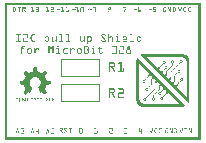
<source format=gto>
G04 MADE WITH FRITZING*
G04 WWW.FRITZING.ORG*
G04 DOUBLE SIDED*
G04 HOLES PLATED*
G04 CONTOUR ON CENTER OF CONTOUR VECTOR*
%ASAXBY*%
%FSLAX23Y23*%
%MOIN*%
%OFA0B0*%
%SFA1.0B1.0*%
%ADD10R,0.001000X0.001000*%
%LNSILK1*%
G90*
G70*
G36*
X458Y287D02*
X458Y286D01*
X454Y286D01*
X454Y285D01*
X452Y285D01*
X452Y284D01*
X451Y284D01*
X451Y283D01*
X452Y283D01*
X452Y283D01*
X453Y283D01*
X453Y282D01*
X454Y282D01*
X454Y281D01*
X454Y281D01*
X454Y280D01*
X455Y280D01*
X455Y279D01*
X456Y279D01*
X456Y279D01*
X457Y279D01*
X457Y278D01*
X588Y278D01*
X588Y277D01*
X592Y277D01*
X592Y276D01*
X593Y276D01*
X593Y275D01*
X595Y275D01*
X595Y274D01*
X597Y274D01*
X597Y274D01*
X598Y274D01*
X598Y273D01*
X598Y273D01*
X598Y272D01*
X599Y272D01*
X599Y271D01*
X600Y271D01*
X600Y270D01*
X601Y270D01*
X601Y270D01*
X602Y270D01*
X602Y268D01*
X602Y268D01*
X602Y267D01*
X603Y267D01*
X603Y266D01*
X604Y266D01*
X604Y263D01*
X605Y263D01*
X605Y144D01*
X614Y144D01*
X614Y270D01*
X613Y270D01*
X613Y273D01*
X612Y273D01*
X612Y274D01*
X611Y274D01*
X611Y276D01*
X611Y276D01*
X611Y277D01*
X610Y277D01*
X610Y279D01*
X609Y279D01*
X609Y279D01*
X608Y279D01*
X608Y280D01*
X607Y280D01*
X607Y281D01*
X606Y281D01*
X606Y282D01*
X605Y282D01*
X605Y283D01*
X604Y283D01*
X604Y283D01*
X602Y283D01*
X602Y284D01*
X601Y284D01*
X601Y285D01*
X598Y285D01*
X598Y286D01*
X595Y286D01*
X595Y287D01*
X458Y287D01*
G37*
D02*
G36*
X458Y278D02*
X458Y277D01*
X459Y277D01*
X459Y276D01*
X459Y276D01*
X459Y275D01*
X460Y275D01*
X460Y274D01*
X461Y274D01*
X461Y274D01*
X462Y274D01*
X462Y273D01*
X463Y273D01*
X463Y272D01*
X463Y272D01*
X463Y271D01*
X464Y271D01*
X464Y270D01*
X465Y270D01*
X465Y270D01*
X466Y270D01*
X466Y269D01*
X467Y269D01*
X467Y268D01*
X467Y268D01*
X467Y267D01*
X468Y267D01*
X468Y266D01*
X469Y266D01*
X469Y266D01*
X470Y266D01*
X470Y265D01*
X471Y265D01*
X471Y264D01*
X472Y264D01*
X472Y263D01*
X472Y263D01*
X472Y262D01*
X473Y262D01*
X473Y261D01*
X474Y261D01*
X474Y261D01*
X475Y261D01*
X475Y260D01*
X476Y260D01*
X476Y259D01*
X476Y259D01*
X476Y258D01*
X477Y258D01*
X477Y257D01*
X478Y257D01*
X478Y257D01*
X479Y257D01*
X479Y256D01*
X480Y256D01*
X480Y255D01*
X480Y255D01*
X480Y254D01*
X481Y254D01*
X481Y253D01*
X482Y253D01*
X482Y253D01*
X483Y253D01*
X483Y252D01*
X484Y252D01*
X484Y251D01*
X485Y251D01*
X485Y250D01*
X485Y250D01*
X485Y249D01*
X486Y249D01*
X486Y248D01*
X487Y248D01*
X487Y248D01*
X488Y248D01*
X488Y247D01*
X489Y247D01*
X489Y246D01*
X489Y246D01*
X489Y245D01*
X490Y245D01*
X490Y244D01*
X491Y244D01*
X491Y244D01*
X492Y244D01*
X492Y243D01*
X493Y243D01*
X493Y242D01*
X493Y242D01*
X493Y241D01*
X494Y241D01*
X494Y240D01*
X507Y240D01*
X507Y241D01*
X506Y241D01*
X506Y242D01*
X506Y242D01*
X506Y243D01*
X505Y243D01*
X505Y244D01*
X504Y244D01*
X504Y244D01*
X503Y244D01*
X503Y245D01*
X502Y245D01*
X502Y246D01*
X502Y246D01*
X502Y247D01*
X501Y247D01*
X501Y248D01*
X500Y248D01*
X500Y248D01*
X499Y248D01*
X499Y249D01*
X498Y249D01*
X498Y250D01*
X498Y250D01*
X498Y251D01*
X497Y251D01*
X497Y252D01*
X496Y252D01*
X496Y253D01*
X495Y253D01*
X495Y253D01*
X494Y253D01*
X494Y254D01*
X493Y254D01*
X493Y255D01*
X493Y255D01*
X493Y256D01*
X492Y256D01*
X492Y257D01*
X491Y257D01*
X491Y257D01*
X490Y257D01*
X490Y258D01*
X489Y258D01*
X489Y259D01*
X489Y259D01*
X489Y260D01*
X488Y260D01*
X488Y261D01*
X487Y261D01*
X487Y261D01*
X486Y261D01*
X486Y262D01*
X485Y262D01*
X485Y263D01*
X485Y263D01*
X485Y264D01*
X484Y264D01*
X484Y265D01*
X483Y265D01*
X483Y266D01*
X482Y266D01*
X482Y266D01*
X481Y266D01*
X481Y267D01*
X480Y267D01*
X480Y268D01*
X480Y268D01*
X480Y269D01*
X479Y269D01*
X479Y270D01*
X478Y270D01*
X478Y270D01*
X477Y270D01*
X477Y271D01*
X476Y271D01*
X476Y272D01*
X476Y272D01*
X476Y273D01*
X475Y273D01*
X475Y274D01*
X474Y274D01*
X474Y274D01*
X473Y274D01*
X473Y275D01*
X472Y275D01*
X472Y276D01*
X472Y276D01*
X472Y278D01*
X458Y278D01*
G37*
D02*
G36*
X584Y266D02*
X584Y266D01*
X584Y266D01*
X584Y265D01*
X583Y265D01*
X583Y264D01*
X589Y264D01*
X589Y262D01*
X589Y262D01*
X589Y261D01*
X589Y261D01*
X589Y259D01*
X591Y259D01*
X591Y260D01*
X592Y260D01*
X592Y263D01*
X591Y263D01*
X591Y265D01*
X590Y265D01*
X590Y266D01*
X589Y266D01*
X589Y266D01*
X584Y266D01*
G37*
D02*
G36*
X555Y266D02*
X555Y265D01*
X554Y265D01*
X554Y264D01*
X554Y264D01*
X554Y263D01*
X559Y263D01*
X559Y262D01*
X560Y262D01*
X560Y259D01*
X559Y259D01*
X559Y258D01*
X563Y258D01*
X563Y263D01*
X562Y263D01*
X562Y264D01*
X561Y264D01*
X561Y265D01*
X560Y265D01*
X560Y266D01*
X555Y266D01*
G37*
D02*
G36*
X528Y264D02*
X528Y263D01*
X527Y263D01*
X527Y262D01*
X526Y262D01*
X526Y261D01*
X532Y261D01*
X532Y261D01*
X532Y261D01*
X532Y257D01*
X532Y257D01*
X532Y257D01*
X535Y257D01*
X535Y258D01*
X536Y258D01*
X536Y260D01*
X535Y260D01*
X535Y261D01*
X534Y261D01*
X534Y262D01*
X533Y262D01*
X533Y263D01*
X532Y263D01*
X532Y264D01*
X528Y264D01*
G37*
D02*
G36*
X582Y264D02*
X582Y259D01*
X585Y259D01*
X585Y260D01*
X584Y260D01*
X584Y263D01*
X585Y263D01*
X585Y264D01*
X582Y264D01*
G37*
D02*
G36*
X553Y263D02*
X553Y258D01*
X556Y258D01*
X556Y259D01*
X555Y259D01*
X555Y262D01*
X557Y262D01*
X557Y263D01*
X553Y263D01*
G37*
D02*
G36*
X526Y261D02*
X526Y261D01*
X525Y261D01*
X525Y257D01*
X526Y257D01*
X526Y257D01*
X528Y257D01*
X528Y258D01*
X528Y258D01*
X528Y260D01*
X528Y260D01*
X528Y261D01*
X529Y261D01*
X529Y261D01*
X526Y261D01*
G37*
D02*
G36*
X582Y259D02*
X582Y258D01*
X591Y258D01*
X591Y259D01*
X582Y259D01*
G37*
D02*
G36*
X582Y259D02*
X582Y258D01*
X591Y258D01*
X591Y259D01*
X582Y259D01*
G37*
D02*
G36*
X554Y258D02*
X554Y257D01*
X562Y257D01*
X562Y258D01*
X554Y258D01*
G37*
D02*
G36*
X554Y258D02*
X554Y257D01*
X562Y257D01*
X562Y258D01*
X554Y258D01*
G37*
D02*
G36*
X582Y258D02*
X582Y257D01*
X581Y257D01*
X581Y257D01*
X580Y257D01*
X580Y256D01*
X580Y256D01*
X580Y255D01*
X579Y255D01*
X579Y254D01*
X578Y254D01*
X578Y253D01*
X577Y253D01*
X577Y253D01*
X576Y253D01*
X576Y252D01*
X576Y252D01*
X576Y251D01*
X575Y251D01*
X575Y250D01*
X574Y250D01*
X574Y249D01*
X573Y249D01*
X573Y248D01*
X572Y248D01*
X572Y248D01*
X571Y248D01*
X571Y247D01*
X571Y247D01*
X571Y246D01*
X570Y246D01*
X570Y245D01*
X569Y245D01*
X569Y244D01*
X568Y244D01*
X568Y244D01*
X567Y244D01*
X567Y243D01*
X567Y243D01*
X567Y242D01*
X566Y242D01*
X566Y241D01*
X565Y241D01*
X565Y240D01*
X564Y240D01*
X564Y240D01*
X563Y240D01*
X563Y239D01*
X563Y239D01*
X563Y238D01*
X562Y238D01*
X562Y237D01*
X561Y237D01*
X561Y236D01*
X560Y236D01*
X560Y235D01*
X559Y235D01*
X559Y235D01*
X558Y235D01*
X558Y234D01*
X558Y234D01*
X558Y233D01*
X557Y233D01*
X557Y232D01*
X556Y232D01*
X556Y231D01*
X555Y231D01*
X555Y231D01*
X554Y231D01*
X554Y230D01*
X554Y230D01*
X554Y229D01*
X553Y229D01*
X553Y228D01*
X552Y228D01*
X552Y209D01*
X551Y209D01*
X551Y205D01*
X554Y205D01*
X554Y227D01*
X554Y227D01*
X554Y228D01*
X555Y228D01*
X555Y229D01*
X556Y229D01*
X556Y230D01*
X557Y230D01*
X557Y231D01*
X558Y231D01*
X558Y231D01*
X558Y231D01*
X558Y232D01*
X559Y232D01*
X559Y233D01*
X560Y233D01*
X560Y234D01*
X561Y234D01*
X561Y235D01*
X562Y235D01*
X562Y235D01*
X563Y235D01*
X563Y236D01*
X563Y236D01*
X563Y237D01*
X564Y237D01*
X564Y238D01*
X565Y238D01*
X565Y239D01*
X566Y239D01*
X566Y240D01*
X567Y240D01*
X567Y240D01*
X567Y240D01*
X567Y241D01*
X568Y241D01*
X568Y242D01*
X569Y242D01*
X569Y243D01*
X570Y243D01*
X570Y244D01*
X571Y244D01*
X571Y244D01*
X571Y244D01*
X571Y245D01*
X572Y245D01*
X572Y246D01*
X573Y246D01*
X573Y247D01*
X574Y247D01*
X574Y248D01*
X575Y248D01*
X575Y248D01*
X576Y248D01*
X576Y249D01*
X576Y249D01*
X576Y250D01*
X577Y250D01*
X577Y251D01*
X578Y251D01*
X578Y252D01*
X579Y252D01*
X579Y253D01*
X580Y253D01*
X580Y253D01*
X580Y253D01*
X580Y254D01*
X581Y254D01*
X581Y255D01*
X582Y255D01*
X582Y256D01*
X583Y256D01*
X583Y257D01*
X589Y257D01*
X589Y257D01*
X590Y257D01*
X590Y258D01*
X582Y258D01*
G37*
D02*
G36*
X554Y257D02*
X554Y257D01*
X555Y257D01*
X555Y256D01*
X558Y256D01*
X558Y249D01*
X557Y249D01*
X557Y248D01*
X556Y248D01*
X556Y248D01*
X555Y248D01*
X555Y247D01*
X554Y247D01*
X554Y246D01*
X554Y246D01*
X554Y245D01*
X553Y245D01*
X553Y244D01*
X552Y244D01*
X552Y244D01*
X551Y244D01*
X551Y243D01*
X550Y243D01*
X550Y242D01*
X550Y242D01*
X550Y241D01*
X549Y241D01*
X549Y240D01*
X548Y240D01*
X548Y240D01*
X547Y240D01*
X547Y239D01*
X546Y239D01*
X546Y238D01*
X545Y238D01*
X545Y237D01*
X545Y237D01*
X545Y236D01*
X544Y236D01*
X544Y235D01*
X543Y235D01*
X543Y235D01*
X542Y235D01*
X542Y234D01*
X541Y234D01*
X541Y233D01*
X541Y233D01*
X541Y232D01*
X540Y232D01*
X540Y231D01*
X539Y231D01*
X539Y231D01*
X538Y231D01*
X538Y218D01*
X540Y218D01*
X540Y229D01*
X541Y229D01*
X541Y230D01*
X541Y230D01*
X541Y231D01*
X542Y231D01*
X542Y231D01*
X543Y231D01*
X543Y232D01*
X544Y232D01*
X544Y233D01*
X545Y233D01*
X545Y234D01*
X545Y234D01*
X545Y235D01*
X546Y235D01*
X546Y235D01*
X547Y235D01*
X547Y236D01*
X548Y236D01*
X548Y237D01*
X549Y237D01*
X549Y238D01*
X550Y238D01*
X550Y239D01*
X550Y239D01*
X550Y240D01*
X551Y240D01*
X551Y240D01*
X552Y240D01*
X552Y241D01*
X553Y241D01*
X553Y242D01*
X554Y242D01*
X554Y243D01*
X554Y243D01*
X554Y244D01*
X555Y244D01*
X555Y244D01*
X556Y244D01*
X556Y245D01*
X557Y245D01*
X557Y246D01*
X558Y246D01*
X558Y247D01*
X558Y247D01*
X558Y248D01*
X559Y248D01*
X559Y256D01*
X560Y256D01*
X560Y257D01*
X561Y257D01*
X561Y257D01*
X554Y257D01*
G37*
D02*
G36*
X526Y257D02*
X526Y256D01*
X535Y256D01*
X535Y257D01*
X526Y257D01*
G37*
D02*
G36*
X526Y257D02*
X526Y256D01*
X535Y256D01*
X535Y257D01*
X526Y257D01*
G37*
D02*
G36*
X526Y256D02*
X526Y254D01*
X530Y254D01*
X530Y253D01*
X531Y253D01*
X531Y254D01*
X533Y254D01*
X533Y255D01*
X534Y255D01*
X534Y256D01*
X526Y256D01*
G37*
D02*
G36*
X525Y254D02*
X525Y253D01*
X524Y253D01*
X524Y253D01*
X524Y253D01*
X524Y252D01*
X523Y252D01*
X523Y251D01*
X522Y251D01*
X522Y250D01*
X521Y250D01*
X521Y249D01*
X520Y249D01*
X520Y248D01*
X519Y248D01*
X519Y248D01*
X519Y248D01*
X519Y247D01*
X518Y247D01*
X518Y246D01*
X517Y246D01*
X517Y245D01*
X516Y245D01*
X516Y244D01*
X515Y244D01*
X515Y244D01*
X515Y244D01*
X515Y243D01*
X514Y243D01*
X514Y242D01*
X516Y242D01*
X516Y243D01*
X517Y243D01*
X517Y244D01*
X518Y244D01*
X518Y244D01*
X519Y244D01*
X519Y245D01*
X519Y245D01*
X519Y246D01*
X520Y246D01*
X520Y247D01*
X521Y247D01*
X521Y248D01*
X522Y248D01*
X522Y248D01*
X523Y248D01*
X523Y249D01*
X524Y249D01*
X524Y250D01*
X524Y250D01*
X524Y251D01*
X525Y251D01*
X525Y252D01*
X526Y252D01*
X526Y253D01*
X527Y253D01*
X527Y253D01*
X528Y253D01*
X528Y254D01*
X525Y254D01*
G37*
D02*
G36*
X534Y248D02*
X534Y247D01*
X533Y247D01*
X533Y246D01*
X532Y246D01*
X532Y245D01*
X538Y245D01*
X538Y244D01*
X539Y244D01*
X539Y241D01*
X538Y241D01*
X538Y240D01*
X541Y240D01*
X541Y245D01*
X541Y245D01*
X541Y246D01*
X540Y246D01*
X540Y247D01*
X539Y247D01*
X539Y248D01*
X534Y248D01*
G37*
D02*
G36*
X532Y245D02*
X532Y240D01*
X535Y240D01*
X535Y241D01*
X534Y241D01*
X534Y244D01*
X535Y244D01*
X535Y245D01*
X532Y245D01*
G37*
D02*
G36*
X511Y243D02*
X511Y242D01*
X512Y242D01*
X512Y243D01*
X511Y243D01*
G37*
D02*
G36*
X510Y242D02*
X510Y241D01*
X515Y241D01*
X515Y242D01*
X510Y242D01*
G37*
D02*
G36*
X510Y242D02*
X510Y241D01*
X515Y241D01*
X515Y242D01*
X510Y242D01*
G37*
D02*
G36*
X509Y241D02*
X509Y240D01*
X515Y240D01*
X515Y241D01*
X509Y241D01*
G37*
D02*
G36*
X495Y240D02*
X495Y240D01*
X515Y240D01*
X515Y240D01*
X495Y240D01*
G37*
D02*
G36*
X495Y240D02*
X495Y240D01*
X515Y240D01*
X515Y240D01*
X495Y240D01*
G37*
D02*
G36*
X532Y240D02*
X532Y240D01*
X541Y240D01*
X541Y240D01*
X532Y240D01*
G37*
D02*
G36*
X532Y240D02*
X532Y240D01*
X541Y240D01*
X541Y240D01*
X532Y240D01*
G37*
D02*
G36*
X496Y240D02*
X496Y239D01*
X497Y239D01*
X497Y238D01*
X498Y238D01*
X498Y237D01*
X498Y237D01*
X498Y236D01*
X499Y236D01*
X499Y235D01*
X500Y235D01*
X500Y235D01*
X501Y235D01*
X501Y234D01*
X502Y234D01*
X502Y233D01*
X502Y233D01*
X502Y232D01*
X503Y232D01*
X503Y231D01*
X504Y231D01*
X504Y231D01*
X505Y231D01*
X505Y230D01*
X506Y230D01*
X506Y229D01*
X519Y229D01*
X519Y230D01*
X518Y230D01*
X518Y231D01*
X517Y231D01*
X517Y231D01*
X516Y231D01*
X516Y232D01*
X515Y232D01*
X515Y233D01*
X515Y233D01*
X515Y234D01*
X514Y234D01*
X514Y236D01*
X515Y236D01*
X515Y237D01*
X515Y237D01*
X515Y238D01*
X516Y238D01*
X516Y239D01*
X515Y239D01*
X515Y240D01*
X496Y240D01*
G37*
D02*
G36*
X532Y240D02*
X532Y239D01*
X532Y239D01*
X532Y238D01*
X531Y238D01*
X531Y237D01*
X530Y237D01*
X530Y236D01*
X529Y236D01*
X529Y235D01*
X528Y235D01*
X528Y235D01*
X528Y235D01*
X528Y234D01*
X527Y234D01*
X527Y233D01*
X526Y233D01*
X526Y232D01*
X525Y232D01*
X525Y231D01*
X528Y231D01*
X528Y232D01*
X528Y232D01*
X528Y233D01*
X529Y233D01*
X529Y234D01*
X530Y234D01*
X530Y235D01*
X531Y235D01*
X531Y235D01*
X532Y235D01*
X532Y236D01*
X532Y236D01*
X532Y237D01*
X533Y237D01*
X533Y238D01*
X539Y238D01*
X539Y239D01*
X540Y239D01*
X540Y240D01*
X532Y240D01*
G37*
D02*
G36*
X577Y234D02*
X577Y233D01*
X576Y233D01*
X576Y232D01*
X576Y232D01*
X576Y231D01*
X581Y231D01*
X581Y231D01*
X582Y231D01*
X582Y227D01*
X581Y227D01*
X581Y227D01*
X584Y227D01*
X584Y231D01*
X584Y231D01*
X584Y232D01*
X583Y232D01*
X583Y233D01*
X582Y233D01*
X582Y234D01*
X577Y234D01*
G37*
D02*
G36*
X523Y232D02*
X523Y231D01*
X524Y231D01*
X524Y232D01*
X523Y232D01*
G37*
D02*
G36*
X522Y231D02*
X522Y231D01*
X527Y231D01*
X527Y231D01*
X522Y231D01*
G37*
D02*
G36*
X522Y231D02*
X522Y231D01*
X527Y231D01*
X527Y231D01*
X522Y231D01*
G37*
D02*
G36*
X576Y231D02*
X576Y231D01*
X575Y231D01*
X575Y227D01*
X578Y227D01*
X578Y228D01*
X577Y228D01*
X577Y230D01*
X578Y230D01*
X578Y231D01*
X579Y231D01*
X579Y231D01*
X576Y231D01*
G37*
D02*
G36*
X521Y231D02*
X521Y230D01*
X520Y230D01*
X520Y229D01*
X526Y229D01*
X526Y231D01*
X521Y231D01*
G37*
D02*
G36*
X506Y229D02*
X506Y228D01*
X527Y228D01*
X527Y229D01*
X506Y229D01*
G37*
D02*
G36*
X506Y229D02*
X506Y228D01*
X527Y228D01*
X527Y229D01*
X506Y229D01*
G37*
D02*
G36*
X507Y228D02*
X507Y227D01*
X508Y227D01*
X508Y227D01*
X509Y227D01*
X509Y226D01*
X510Y226D01*
X510Y225D01*
X511Y225D01*
X511Y224D01*
X511Y224D01*
X511Y223D01*
X512Y223D01*
X512Y222D01*
X513Y222D01*
X513Y222D01*
X514Y222D01*
X514Y221D01*
X515Y221D01*
X515Y220D01*
X515Y220D01*
X515Y219D01*
X516Y219D01*
X516Y218D01*
X517Y218D01*
X517Y218D01*
X518Y218D01*
X518Y217D01*
X531Y217D01*
X531Y218D01*
X530Y218D01*
X530Y218D01*
X529Y218D01*
X529Y219D01*
X528Y219D01*
X528Y220D01*
X528Y220D01*
X528Y221D01*
X527Y221D01*
X527Y222D01*
X526Y222D01*
X526Y222D01*
X525Y222D01*
X525Y223D01*
X524Y223D01*
X524Y224D01*
X525Y224D01*
X525Y225D01*
X526Y225D01*
X526Y226D01*
X527Y226D01*
X527Y227D01*
X528Y227D01*
X528Y228D01*
X507Y228D01*
G37*
D02*
G36*
X576Y227D02*
X576Y226D01*
X584Y226D01*
X584Y227D01*
X576Y227D01*
G37*
D02*
G36*
X576Y227D02*
X576Y226D01*
X584Y226D01*
X584Y227D01*
X576Y227D01*
G37*
D02*
G36*
X575Y226D02*
X575Y225D01*
X574Y225D01*
X574Y224D01*
X573Y224D01*
X573Y223D01*
X572Y223D01*
X572Y222D01*
X571Y222D01*
X571Y222D01*
X571Y222D01*
X571Y221D01*
X570Y221D01*
X570Y220D01*
X569Y220D01*
X569Y219D01*
X568Y219D01*
X568Y218D01*
X567Y218D01*
X567Y218D01*
X567Y218D01*
X567Y217D01*
X566Y217D01*
X566Y216D01*
X565Y216D01*
X565Y215D01*
X564Y215D01*
X564Y214D01*
X563Y214D01*
X563Y195D01*
X563Y195D01*
X563Y194D01*
X565Y194D01*
X565Y213D01*
X566Y213D01*
X566Y214D01*
X567Y214D01*
X567Y214D01*
X567Y214D01*
X567Y215D01*
X568Y215D01*
X568Y216D01*
X569Y216D01*
X569Y217D01*
X570Y217D01*
X570Y218D01*
X571Y218D01*
X571Y218D01*
X571Y218D01*
X571Y219D01*
X572Y219D01*
X572Y220D01*
X573Y220D01*
X573Y221D01*
X574Y221D01*
X574Y222D01*
X575Y222D01*
X575Y222D01*
X576Y222D01*
X576Y223D01*
X576Y223D01*
X576Y224D01*
X582Y224D01*
X582Y225D01*
X584Y225D01*
X584Y226D01*
X575Y226D01*
G37*
D02*
G36*
X535Y220D02*
X535Y219D01*
X534Y219D01*
X534Y218D01*
X537Y218D01*
X537Y219D01*
X536Y219D01*
X536Y220D01*
X535Y220D01*
G37*
D02*
G36*
X533Y218D02*
X533Y218D01*
X540Y218D01*
X540Y218D01*
X533Y218D01*
G37*
D02*
G36*
X533Y218D02*
X533Y218D01*
X540Y218D01*
X540Y218D01*
X533Y218D01*
G37*
D02*
G36*
X532Y218D02*
X532Y217D01*
X540Y217D01*
X540Y218D01*
X532Y218D01*
G37*
D02*
G36*
X519Y217D02*
X519Y216D01*
X539Y216D01*
X539Y217D01*
X519Y217D01*
G37*
D02*
G36*
X519Y217D02*
X519Y216D01*
X539Y216D01*
X539Y217D01*
X519Y217D01*
G37*
D02*
G36*
X519Y216D02*
X519Y215D01*
X520Y215D01*
X520Y214D01*
X521Y214D01*
X521Y214D01*
X522Y214D01*
X522Y213D01*
X523Y213D01*
X523Y212D01*
X524Y212D01*
X524Y211D01*
X524Y211D01*
X524Y210D01*
X525Y210D01*
X525Y209D01*
X526Y209D01*
X526Y209D01*
X527Y209D01*
X527Y208D01*
X528Y208D01*
X528Y207D01*
X528Y207D01*
X528Y206D01*
X529Y206D01*
X529Y205D01*
X530Y205D01*
X530Y205D01*
X531Y205D01*
X531Y204D01*
X544Y204D01*
X544Y205D01*
X543Y205D01*
X543Y205D01*
X542Y205D01*
X542Y206D01*
X541Y206D01*
X541Y207D01*
X541Y207D01*
X541Y208D01*
X540Y208D01*
X540Y209D01*
X539Y209D01*
X539Y209D01*
X538Y209D01*
X538Y210D01*
X537Y210D01*
X537Y213D01*
X538Y213D01*
X538Y214D01*
X539Y214D01*
X539Y214D01*
X540Y214D01*
X540Y216D01*
X519Y216D01*
G37*
D02*
G36*
X548Y207D02*
X548Y206D01*
X547Y206D01*
X547Y205D01*
X550Y205D01*
X550Y206D01*
X549Y206D01*
X549Y207D01*
X548Y207D01*
G37*
D02*
G36*
X588Y207D02*
X588Y206D01*
X586Y206D01*
X586Y205D01*
X585Y205D01*
X585Y205D01*
X584Y205D01*
X584Y204D01*
X591Y204D01*
X591Y200D01*
X593Y200D01*
X593Y201D01*
X594Y201D01*
X594Y203D01*
X593Y203D01*
X593Y205D01*
X593Y205D01*
X593Y205D01*
X592Y205D01*
X592Y206D01*
X590Y206D01*
X590Y207D01*
X588Y207D01*
G37*
D02*
G36*
X546Y205D02*
X546Y205D01*
X553Y205D01*
X553Y205D01*
X546Y205D01*
G37*
D02*
G36*
X546Y205D02*
X546Y205D01*
X553Y205D01*
X553Y205D01*
X546Y205D01*
G37*
D02*
G36*
X545Y205D02*
X545Y204D01*
X552Y204D01*
X552Y205D01*
X545Y205D01*
G37*
D02*
G36*
X532Y204D02*
X532Y203D01*
X552Y203D01*
X552Y204D01*
X532Y204D01*
G37*
D02*
G36*
X532Y204D02*
X532Y203D01*
X552Y203D01*
X552Y204D01*
X532Y204D01*
G37*
D02*
G36*
X584Y204D02*
X584Y203D01*
X584Y203D01*
X584Y201D01*
X584Y201D01*
X584Y200D01*
X587Y200D01*
X587Y204D01*
X584Y204D01*
G37*
D02*
G36*
X532Y203D02*
X532Y202D01*
X533Y202D01*
X533Y201D01*
X534Y201D01*
X534Y201D01*
X535Y201D01*
X535Y200D01*
X536Y200D01*
X536Y199D01*
X537Y199D01*
X537Y198D01*
X537Y198D01*
X537Y197D01*
X538Y197D01*
X538Y196D01*
X539Y196D01*
X539Y196D01*
X540Y196D01*
X540Y195D01*
X541Y195D01*
X541Y194D01*
X541Y194D01*
X541Y193D01*
X542Y193D01*
X542Y192D01*
X555Y192D01*
X555Y193D01*
X554Y193D01*
X554Y194D01*
X554Y194D01*
X554Y195D01*
X553Y195D01*
X553Y196D01*
X552Y196D01*
X552Y196D01*
X551Y196D01*
X551Y197D01*
X550Y197D01*
X550Y200D01*
X551Y200D01*
X551Y201D01*
X552Y201D01*
X552Y201D01*
X553Y201D01*
X553Y203D01*
X532Y203D01*
G37*
D02*
G36*
X584Y200D02*
X584Y199D01*
X593Y199D01*
X593Y200D01*
X584Y200D01*
G37*
D02*
G36*
X584Y200D02*
X584Y199D01*
X593Y199D01*
X593Y200D01*
X584Y200D01*
G37*
D02*
G36*
X585Y199D02*
X585Y198D01*
X584Y198D01*
X584Y197D01*
X588Y197D01*
X588Y196D01*
X590Y196D01*
X590Y197D01*
X592Y197D01*
X592Y198D01*
X593Y198D01*
X593Y199D01*
X585Y199D01*
G37*
D02*
G36*
X584Y197D02*
X584Y196D01*
X583Y196D01*
X583Y196D01*
X582Y196D01*
X582Y195D01*
X581Y195D01*
X581Y194D01*
X580Y194D01*
X580Y193D01*
X580Y193D01*
X580Y192D01*
X579Y192D01*
X579Y192D01*
X578Y192D01*
X578Y191D01*
X577Y191D01*
X577Y190D01*
X576Y190D01*
X576Y189D01*
X576Y189D01*
X576Y188D01*
X575Y188D01*
X575Y188D01*
X574Y188D01*
X574Y187D01*
X573Y187D01*
X573Y186D01*
X572Y186D01*
X572Y185D01*
X576Y185D01*
X576Y186D01*
X576Y186D01*
X576Y187D01*
X577Y187D01*
X577Y188D01*
X578Y188D01*
X578Y188D01*
X579Y188D01*
X579Y189D01*
X580Y189D01*
X580Y190D01*
X580Y190D01*
X580Y191D01*
X581Y191D01*
X581Y192D01*
X582Y192D01*
X582Y192D01*
X583Y192D01*
X583Y193D01*
X584Y193D01*
X584Y194D01*
X584Y194D01*
X584Y195D01*
X585Y195D01*
X585Y196D01*
X586Y196D01*
X586Y196D01*
X587Y196D01*
X587Y197D01*
X584Y197D01*
G37*
D02*
G36*
X559Y195D02*
X559Y194D01*
X561Y194D01*
X561Y195D01*
X559Y195D01*
G37*
D02*
G36*
X558Y194D02*
X558Y193D01*
X564Y193D01*
X564Y194D01*
X558Y194D01*
G37*
D02*
G36*
X558Y194D02*
X558Y193D01*
X564Y193D01*
X564Y194D01*
X558Y194D01*
G37*
D02*
G36*
X558Y193D02*
X558Y192D01*
X563Y192D01*
X563Y193D01*
X558Y193D01*
G37*
D02*
G36*
X543Y192D02*
X543Y192D01*
X563Y192D01*
X563Y192D01*
X543Y192D01*
G37*
D02*
G36*
X543Y192D02*
X543Y192D01*
X563Y192D01*
X563Y192D01*
X543Y192D01*
G37*
D02*
G36*
X544Y192D02*
X544Y191D01*
X545Y191D01*
X545Y190D01*
X545Y190D01*
X545Y189D01*
X546Y189D01*
X546Y188D01*
X547Y188D01*
X547Y188D01*
X548Y188D01*
X548Y187D01*
X549Y187D01*
X549Y186D01*
X550Y186D01*
X550Y185D01*
X550Y185D01*
X550Y184D01*
X551Y184D01*
X551Y183D01*
X552Y183D01*
X552Y183D01*
X565Y183D01*
X565Y183D01*
X564Y183D01*
X564Y184D01*
X563Y184D01*
X563Y185D01*
X563Y185D01*
X563Y186D01*
X562Y186D01*
X562Y188D01*
X563Y188D01*
X563Y189D01*
X563Y189D01*
X563Y190D01*
X564Y190D01*
X564Y192D01*
X544Y192D01*
G37*
D02*
G36*
X570Y186D02*
X570Y185D01*
X571Y185D01*
X571Y186D01*
X570Y186D01*
G37*
D02*
G36*
X569Y185D02*
X569Y184D01*
X575Y184D01*
X575Y185D01*
X569Y185D01*
G37*
D02*
G36*
X569Y185D02*
X569Y184D01*
X575Y184D01*
X575Y185D01*
X569Y185D01*
G37*
D02*
G36*
X568Y184D02*
X568Y183D01*
X567Y183D01*
X567Y183D01*
X573Y183D01*
X573Y183D01*
X574Y183D01*
X574Y184D01*
X568Y184D01*
G37*
D02*
G36*
X553Y183D02*
X553Y182D01*
X574Y182D01*
X574Y183D01*
X553Y183D01*
G37*
D02*
G36*
X553Y183D02*
X553Y182D01*
X574Y182D01*
X574Y183D01*
X553Y183D01*
G37*
D02*
G36*
X554Y182D02*
X554Y181D01*
X554Y181D01*
X554Y180D01*
X555Y180D01*
X555Y179D01*
X556Y179D01*
X556Y179D01*
X557Y179D01*
X557Y178D01*
X558Y178D01*
X558Y177D01*
X558Y177D01*
X558Y176D01*
X559Y176D01*
X559Y175D01*
X560Y175D01*
X560Y175D01*
X561Y175D01*
X561Y174D01*
X562Y174D01*
X562Y173D01*
X563Y173D01*
X563Y172D01*
X563Y172D01*
X563Y171D01*
X564Y171D01*
X564Y170D01*
X565Y170D01*
X565Y170D01*
X566Y170D01*
X566Y169D01*
X567Y169D01*
X567Y168D01*
X567Y168D01*
X567Y167D01*
X568Y167D01*
X568Y166D01*
X569Y166D01*
X569Y166D01*
X570Y166D01*
X570Y165D01*
X571Y165D01*
X571Y164D01*
X571Y164D01*
X571Y163D01*
X572Y163D01*
X572Y162D01*
X573Y162D01*
X573Y162D01*
X574Y162D01*
X574Y161D01*
X575Y161D01*
X575Y160D01*
X576Y160D01*
X576Y159D01*
X576Y159D01*
X576Y158D01*
X577Y158D01*
X577Y157D01*
X578Y157D01*
X578Y157D01*
X579Y157D01*
X579Y156D01*
X580Y156D01*
X580Y155D01*
X580Y155D01*
X580Y154D01*
X581Y154D01*
X581Y153D01*
X582Y153D01*
X582Y153D01*
X583Y153D01*
X583Y152D01*
X584Y152D01*
X584Y151D01*
X584Y151D01*
X584Y150D01*
X585Y150D01*
X585Y149D01*
X586Y149D01*
X586Y149D01*
X587Y149D01*
X587Y148D01*
X588Y148D01*
X588Y147D01*
X589Y147D01*
X589Y146D01*
X589Y146D01*
X589Y145D01*
X590Y145D01*
X590Y144D01*
X591Y144D01*
X591Y144D01*
X604Y144D01*
X604Y144D01*
X603Y144D01*
X603Y145D01*
X602Y145D01*
X602Y146D01*
X602Y146D01*
X602Y147D01*
X601Y147D01*
X601Y148D01*
X600Y148D01*
X600Y149D01*
X599Y149D01*
X599Y149D01*
X598Y149D01*
X598Y150D01*
X598Y150D01*
X598Y151D01*
X597Y151D01*
X597Y152D01*
X596Y152D01*
X596Y153D01*
X595Y153D01*
X595Y153D01*
X594Y153D01*
X594Y154D01*
X593Y154D01*
X593Y155D01*
X593Y155D01*
X593Y156D01*
X592Y156D01*
X592Y157D01*
X591Y157D01*
X591Y157D01*
X590Y157D01*
X590Y158D01*
X589Y158D01*
X589Y159D01*
X589Y159D01*
X589Y160D01*
X588Y160D01*
X588Y161D01*
X587Y161D01*
X587Y162D01*
X586Y162D01*
X586Y162D01*
X585Y162D01*
X585Y163D01*
X584Y163D01*
X584Y164D01*
X584Y164D01*
X584Y165D01*
X583Y165D01*
X583Y166D01*
X582Y166D01*
X582Y166D01*
X581Y166D01*
X581Y167D01*
X580Y167D01*
X580Y168D01*
X580Y168D01*
X580Y169D01*
X579Y169D01*
X579Y170D01*
X578Y170D01*
X578Y170D01*
X577Y170D01*
X577Y171D01*
X576Y171D01*
X576Y172D01*
X576Y172D01*
X576Y173D01*
X575Y173D01*
X575Y174D01*
X574Y174D01*
X574Y175D01*
X573Y175D01*
X573Y175D01*
X572Y175D01*
X572Y176D01*
X571Y176D01*
X571Y178D01*
X572Y178D01*
X572Y179D01*
X573Y179D01*
X573Y179D01*
X574Y179D01*
X574Y180D01*
X575Y180D01*
X575Y182D01*
X554Y182D01*
G37*
D02*
G36*
X592Y144D02*
X592Y143D01*
X614Y143D01*
X614Y144D01*
X592Y144D01*
G37*
D02*
G36*
X592Y144D02*
X592Y143D01*
X614Y143D01*
X614Y144D01*
X592Y144D01*
G37*
D02*
G36*
X593Y143D02*
X593Y142D01*
X593Y142D01*
X593Y141D01*
X594Y141D01*
X594Y140D01*
X595Y140D01*
X595Y140D01*
X596Y140D01*
X596Y139D01*
X597Y139D01*
X597Y138D01*
X598Y138D01*
X598Y137D01*
X598Y137D01*
X598Y136D01*
X599Y136D01*
X599Y136D01*
X600Y136D01*
X600Y135D01*
X601Y135D01*
X601Y134D01*
X602Y134D01*
X602Y133D01*
X602Y133D01*
X602Y132D01*
X603Y132D01*
X603Y131D01*
X604Y131D01*
X604Y131D01*
X605Y131D01*
X605Y130D01*
X606Y130D01*
X606Y129D01*
X606Y129D01*
X606Y128D01*
X607Y128D01*
X607Y127D01*
X608Y127D01*
X608Y127D01*
X609Y127D01*
X609Y126D01*
X610Y126D01*
X610Y125D01*
X611Y125D01*
X611Y124D01*
X611Y124D01*
X611Y123D01*
X612Y123D01*
X612Y125D01*
X613Y125D01*
X613Y127D01*
X614Y127D01*
X614Y143D01*
X593Y143D01*
G37*
D02*
G36*
X441Y274D02*
X441Y273D01*
X440Y273D01*
X440Y271D01*
X439Y271D01*
X439Y267D01*
X438Y267D01*
X438Y253D01*
X449Y253D01*
X449Y253D01*
X450Y253D01*
X450Y252D01*
X450Y252D01*
X450Y251D01*
X451Y251D01*
X451Y250D01*
X452Y250D01*
X452Y249D01*
X453Y249D01*
X453Y248D01*
X454Y248D01*
X454Y248D01*
X454Y248D01*
X454Y247D01*
X455Y247D01*
X455Y246D01*
X456Y246D01*
X456Y245D01*
X457Y245D01*
X457Y244D01*
X458Y244D01*
X458Y244D01*
X459Y244D01*
X459Y243D01*
X459Y243D01*
X459Y242D01*
X460Y242D01*
X460Y241D01*
X461Y241D01*
X461Y240D01*
X462Y240D01*
X462Y240D01*
X463Y240D01*
X463Y239D01*
X463Y239D01*
X463Y238D01*
X464Y238D01*
X464Y237D01*
X465Y237D01*
X465Y236D01*
X466Y236D01*
X466Y235D01*
X467Y235D01*
X467Y235D01*
X467Y235D01*
X467Y234D01*
X468Y234D01*
X468Y233D01*
X469Y233D01*
X469Y232D01*
X470Y232D01*
X470Y231D01*
X471Y231D01*
X471Y231D01*
X472Y231D01*
X472Y230D01*
X472Y230D01*
X472Y229D01*
X473Y229D01*
X473Y228D01*
X474Y228D01*
X474Y227D01*
X475Y227D01*
X475Y227D01*
X476Y227D01*
X476Y226D01*
X476Y226D01*
X476Y225D01*
X477Y225D01*
X477Y224D01*
X478Y224D01*
X478Y223D01*
X479Y223D01*
X479Y222D01*
X480Y222D01*
X480Y222D01*
X480Y222D01*
X480Y221D01*
X481Y221D01*
X481Y219D01*
X480Y219D01*
X480Y218D01*
X480Y218D01*
X480Y218D01*
X479Y218D01*
X479Y217D01*
X478Y217D01*
X478Y215D01*
X487Y215D01*
X487Y214D01*
X488Y214D01*
X488Y214D01*
X489Y214D01*
X489Y213D01*
X489Y213D01*
X489Y212D01*
X490Y212D01*
X490Y211D01*
X491Y211D01*
X491Y209D01*
X490Y209D01*
X490Y209D01*
X489Y209D01*
X489Y208D01*
X489Y208D01*
X489Y207D01*
X488Y207D01*
X488Y206D01*
X489Y206D01*
X489Y205D01*
X497Y205D01*
X497Y205D01*
X498Y205D01*
X498Y204D01*
X498Y204D01*
X498Y203D01*
X499Y203D01*
X499Y202D01*
X500Y202D01*
X500Y201D01*
X501Y201D01*
X501Y201D01*
X502Y201D01*
X502Y200D01*
X502Y200D01*
X502Y198D01*
X502Y198D01*
X502Y197D01*
X501Y197D01*
X501Y196D01*
X500Y196D01*
X500Y196D01*
X499Y196D01*
X499Y195D01*
X500Y195D01*
X500Y194D01*
X508Y194D01*
X508Y193D01*
X509Y193D01*
X509Y192D01*
X510Y192D01*
X510Y192D01*
X511Y192D01*
X511Y191D01*
X511Y191D01*
X511Y190D01*
X512Y190D01*
X512Y189D01*
X513Y189D01*
X513Y188D01*
X514Y188D01*
X514Y188D01*
X515Y188D01*
X515Y187D01*
X515Y187D01*
X515Y185D01*
X515Y185D01*
X515Y184D01*
X514Y184D01*
X514Y183D01*
X513Y183D01*
X513Y183D01*
X512Y183D01*
X512Y182D01*
X513Y182D01*
X513Y181D01*
X521Y181D01*
X521Y180D01*
X522Y180D01*
X522Y179D01*
X523Y179D01*
X523Y179D01*
X524Y179D01*
X524Y178D01*
X524Y178D01*
X524Y177D01*
X525Y177D01*
X525Y176D01*
X526Y176D01*
X526Y175D01*
X527Y175D01*
X527Y175D01*
X528Y175D01*
X528Y172D01*
X527Y172D01*
X527Y171D01*
X526Y171D01*
X526Y170D01*
X525Y170D01*
X525Y169D01*
X526Y169D01*
X526Y168D01*
X534Y168D01*
X534Y167D01*
X535Y167D01*
X535Y166D01*
X536Y166D01*
X536Y166D01*
X537Y166D01*
X537Y165D01*
X537Y165D01*
X537Y164D01*
X538Y164D01*
X538Y163D01*
X539Y163D01*
X539Y162D01*
X538Y162D01*
X538Y161D01*
X537Y161D01*
X537Y160D01*
X537Y160D01*
X537Y158D01*
X537Y158D01*
X537Y157D01*
X545Y157D01*
X545Y157D01*
X545Y157D01*
X545Y156D01*
X546Y156D01*
X546Y155D01*
X547Y155D01*
X547Y154D01*
X548Y154D01*
X548Y153D01*
X549Y153D01*
X549Y153D01*
X550Y153D01*
X550Y152D01*
X550Y152D01*
X550Y151D01*
X551Y151D01*
X551Y150D01*
X552Y150D01*
X552Y149D01*
X553Y149D01*
X553Y149D01*
X554Y149D01*
X554Y148D01*
X554Y148D01*
X554Y147D01*
X555Y147D01*
X555Y146D01*
X556Y146D01*
X556Y145D01*
X557Y145D01*
X557Y144D01*
X558Y144D01*
X558Y144D01*
X558Y144D01*
X558Y143D01*
X559Y143D01*
X559Y142D01*
X560Y142D01*
X560Y141D01*
X561Y141D01*
X561Y140D01*
X562Y140D01*
X562Y140D01*
X563Y140D01*
X563Y139D01*
X563Y139D01*
X563Y138D01*
X564Y138D01*
X564Y137D01*
X565Y137D01*
X565Y136D01*
X566Y136D01*
X566Y136D01*
X567Y136D01*
X567Y135D01*
X567Y135D01*
X567Y134D01*
X568Y134D01*
X568Y133D01*
X569Y133D01*
X569Y132D01*
X570Y132D01*
X570Y131D01*
X571Y131D01*
X571Y131D01*
X571Y131D01*
X571Y130D01*
X572Y130D01*
X572Y129D01*
X573Y129D01*
X573Y128D01*
X574Y128D01*
X574Y127D01*
X575Y127D01*
X575Y127D01*
X576Y127D01*
X576Y126D01*
X576Y126D01*
X576Y125D01*
X577Y125D01*
X577Y124D01*
X578Y124D01*
X578Y123D01*
X579Y123D01*
X579Y123D01*
X580Y123D01*
X580Y122D01*
X580Y122D01*
X580Y121D01*
X581Y121D01*
X581Y120D01*
X594Y120D01*
X594Y121D01*
X593Y121D01*
X593Y122D01*
X593Y122D01*
X593Y123D01*
X592Y123D01*
X592Y123D01*
X591Y123D01*
X591Y124D01*
X590Y124D01*
X590Y125D01*
X589Y125D01*
X589Y126D01*
X589Y126D01*
X589Y127D01*
X588Y127D01*
X588Y127D01*
X587Y127D01*
X587Y128D01*
X586Y128D01*
X586Y129D01*
X585Y129D01*
X585Y130D01*
X584Y130D01*
X584Y131D01*
X584Y131D01*
X584Y131D01*
X583Y131D01*
X583Y132D01*
X582Y132D01*
X582Y133D01*
X581Y133D01*
X581Y134D01*
X580Y134D01*
X580Y135D01*
X580Y135D01*
X580Y136D01*
X579Y136D01*
X579Y136D01*
X578Y136D01*
X578Y137D01*
X577Y137D01*
X577Y138D01*
X576Y138D01*
X576Y139D01*
X576Y139D01*
X576Y140D01*
X575Y140D01*
X575Y140D01*
X574Y140D01*
X574Y141D01*
X573Y141D01*
X573Y142D01*
X572Y142D01*
X572Y143D01*
X571Y143D01*
X571Y144D01*
X571Y144D01*
X571Y144D01*
X570Y144D01*
X570Y145D01*
X569Y145D01*
X569Y146D01*
X568Y146D01*
X568Y147D01*
X567Y147D01*
X567Y148D01*
X567Y148D01*
X567Y149D01*
X566Y149D01*
X566Y149D01*
X565Y149D01*
X565Y150D01*
X564Y150D01*
X564Y151D01*
X563Y151D01*
X563Y152D01*
X563Y152D01*
X563Y153D01*
X562Y153D01*
X562Y153D01*
X561Y153D01*
X561Y154D01*
X560Y154D01*
X560Y155D01*
X559Y155D01*
X559Y156D01*
X558Y156D01*
X558Y157D01*
X558Y157D01*
X558Y157D01*
X557Y157D01*
X557Y158D01*
X556Y158D01*
X556Y159D01*
X555Y159D01*
X555Y160D01*
X554Y160D01*
X554Y161D01*
X554Y161D01*
X554Y162D01*
X553Y162D01*
X553Y162D01*
X552Y162D01*
X552Y163D01*
X551Y163D01*
X551Y164D01*
X550Y164D01*
X550Y165D01*
X550Y165D01*
X550Y166D01*
X549Y166D01*
X549Y166D01*
X548Y166D01*
X548Y167D01*
X547Y167D01*
X547Y168D01*
X546Y168D01*
X546Y169D01*
X545Y169D01*
X545Y170D01*
X545Y170D01*
X545Y170D01*
X544Y170D01*
X544Y171D01*
X543Y171D01*
X543Y172D01*
X542Y172D01*
X542Y173D01*
X541Y173D01*
X541Y174D01*
X541Y174D01*
X541Y175D01*
X540Y175D01*
X540Y175D01*
X539Y175D01*
X539Y176D01*
X538Y176D01*
X538Y177D01*
X537Y177D01*
X537Y178D01*
X537Y178D01*
X537Y179D01*
X536Y179D01*
X536Y179D01*
X535Y179D01*
X535Y180D01*
X534Y180D01*
X534Y181D01*
X533Y181D01*
X533Y182D01*
X532Y182D01*
X532Y183D01*
X532Y183D01*
X532Y183D01*
X531Y183D01*
X531Y184D01*
X530Y184D01*
X530Y185D01*
X529Y185D01*
X529Y186D01*
X528Y186D01*
X528Y187D01*
X528Y187D01*
X528Y188D01*
X527Y188D01*
X527Y188D01*
X526Y188D01*
X526Y189D01*
X525Y189D01*
X525Y190D01*
X524Y190D01*
X524Y191D01*
X524Y191D01*
X524Y192D01*
X523Y192D01*
X523Y192D01*
X522Y192D01*
X522Y193D01*
X521Y193D01*
X521Y194D01*
X520Y194D01*
X520Y195D01*
X519Y195D01*
X519Y196D01*
X519Y196D01*
X519Y196D01*
X518Y196D01*
X518Y197D01*
X517Y197D01*
X517Y198D01*
X516Y198D01*
X516Y199D01*
X515Y199D01*
X515Y200D01*
X515Y200D01*
X515Y201D01*
X514Y201D01*
X514Y201D01*
X513Y201D01*
X513Y202D01*
X512Y202D01*
X512Y203D01*
X511Y203D01*
X511Y204D01*
X511Y204D01*
X511Y205D01*
X510Y205D01*
X510Y205D01*
X509Y205D01*
X509Y206D01*
X508Y206D01*
X508Y207D01*
X507Y207D01*
X507Y208D01*
X506Y208D01*
X506Y209D01*
X506Y209D01*
X506Y209D01*
X505Y209D01*
X505Y210D01*
X504Y210D01*
X504Y211D01*
X503Y211D01*
X503Y212D01*
X502Y212D01*
X502Y213D01*
X502Y213D01*
X502Y214D01*
X501Y214D01*
X501Y214D01*
X500Y214D01*
X500Y215D01*
X499Y215D01*
X499Y216D01*
X498Y216D01*
X498Y217D01*
X498Y217D01*
X498Y218D01*
X497Y218D01*
X497Y218D01*
X496Y218D01*
X496Y219D01*
X495Y219D01*
X495Y220D01*
X494Y220D01*
X494Y221D01*
X493Y221D01*
X493Y222D01*
X493Y222D01*
X493Y222D01*
X492Y222D01*
X492Y223D01*
X491Y223D01*
X491Y224D01*
X490Y224D01*
X490Y225D01*
X489Y225D01*
X489Y226D01*
X489Y226D01*
X489Y227D01*
X488Y227D01*
X488Y227D01*
X487Y227D01*
X487Y228D01*
X486Y228D01*
X486Y229D01*
X485Y229D01*
X485Y230D01*
X485Y230D01*
X485Y231D01*
X484Y231D01*
X484Y231D01*
X483Y231D01*
X483Y232D01*
X482Y232D01*
X482Y233D01*
X481Y233D01*
X481Y234D01*
X480Y234D01*
X480Y235D01*
X480Y235D01*
X480Y235D01*
X479Y235D01*
X479Y236D01*
X478Y236D01*
X478Y237D01*
X477Y237D01*
X477Y238D01*
X476Y238D01*
X476Y239D01*
X476Y239D01*
X476Y240D01*
X475Y240D01*
X475Y240D01*
X474Y240D01*
X474Y241D01*
X473Y241D01*
X473Y242D01*
X472Y242D01*
X472Y243D01*
X472Y243D01*
X472Y244D01*
X471Y244D01*
X471Y244D01*
X470Y244D01*
X470Y245D01*
X469Y245D01*
X469Y246D01*
X468Y246D01*
X468Y247D01*
X467Y247D01*
X467Y248D01*
X467Y248D01*
X467Y248D01*
X466Y248D01*
X466Y249D01*
X465Y249D01*
X465Y250D01*
X464Y250D01*
X464Y251D01*
X463Y251D01*
X463Y252D01*
X463Y252D01*
X463Y253D01*
X462Y253D01*
X462Y253D01*
X461Y253D01*
X461Y254D01*
X460Y254D01*
X460Y255D01*
X459Y255D01*
X459Y256D01*
X459Y256D01*
X459Y257D01*
X458Y257D01*
X458Y257D01*
X457Y257D01*
X457Y258D01*
X456Y258D01*
X456Y259D01*
X455Y259D01*
X455Y260D01*
X454Y260D01*
X454Y261D01*
X454Y261D01*
X454Y261D01*
X453Y261D01*
X453Y262D01*
X452Y262D01*
X452Y263D01*
X451Y263D01*
X451Y264D01*
X450Y264D01*
X450Y265D01*
X450Y265D01*
X450Y266D01*
X449Y266D01*
X449Y266D01*
X448Y266D01*
X448Y267D01*
X447Y267D01*
X447Y268D01*
X446Y268D01*
X446Y269D01*
X446Y269D01*
X446Y270D01*
X445Y270D01*
X445Y270D01*
X444Y270D01*
X444Y271D01*
X443Y271D01*
X443Y272D01*
X442Y272D01*
X442Y273D01*
X441Y273D01*
X441Y274D01*
X441Y274D01*
G37*
D02*
G36*
X438Y253D02*
X438Y130D01*
X439Y130D01*
X439Y127D01*
X440Y127D01*
X440Y124D01*
X441Y124D01*
X441Y123D01*
X441Y123D01*
X441Y121D01*
X442Y121D01*
X442Y120D01*
X462Y120D01*
X462Y121D01*
X459Y121D01*
X459Y122D01*
X458Y122D01*
X458Y123D01*
X457Y123D01*
X457Y123D01*
X455Y123D01*
X455Y124D01*
X454Y124D01*
X454Y125D01*
X454Y125D01*
X454Y126D01*
X453Y126D01*
X453Y127D01*
X452Y127D01*
X452Y127D01*
X451Y127D01*
X451Y128D01*
X450Y128D01*
X450Y130D01*
X450Y130D01*
X450Y131D01*
X449Y131D01*
X449Y134D01*
X448Y134D01*
X448Y137D01*
X447Y137D01*
X447Y253D01*
X438Y253D01*
G37*
D02*
G36*
X479Y215D02*
X479Y213D01*
X481Y213D01*
X481Y212D01*
X483Y212D01*
X483Y213D01*
X484Y213D01*
X484Y214D01*
X485Y214D01*
X485Y214D01*
X485Y214D01*
X485Y215D01*
X479Y215D01*
G37*
D02*
G36*
X478Y213D02*
X478Y212D01*
X477Y212D01*
X477Y211D01*
X476Y211D01*
X476Y210D01*
X476Y210D01*
X476Y209D01*
X475Y209D01*
X475Y209D01*
X474Y209D01*
X474Y208D01*
X473Y208D01*
X473Y207D01*
X472Y207D01*
X472Y206D01*
X472Y206D01*
X472Y205D01*
X471Y205D01*
X471Y205D01*
X470Y205D01*
X470Y204D01*
X469Y204D01*
X469Y203D01*
X468Y203D01*
X468Y202D01*
X467Y202D01*
X467Y201D01*
X467Y201D01*
X467Y201D01*
X461Y201D01*
X461Y200D01*
X460Y200D01*
X460Y199D01*
X459Y199D01*
X459Y198D01*
X465Y198D01*
X465Y197D01*
X466Y197D01*
X466Y194D01*
X465Y194D01*
X465Y193D01*
X468Y193D01*
X468Y198D01*
X467Y198D01*
X467Y200D01*
X468Y200D01*
X468Y201D01*
X469Y201D01*
X469Y201D01*
X470Y201D01*
X470Y202D01*
X471Y202D01*
X471Y203D01*
X472Y203D01*
X472Y204D01*
X472Y204D01*
X472Y205D01*
X473Y205D01*
X473Y205D01*
X474Y205D01*
X474Y206D01*
X475Y206D01*
X475Y207D01*
X476Y207D01*
X476Y208D01*
X476Y208D01*
X476Y209D01*
X477Y209D01*
X477Y209D01*
X478Y209D01*
X478Y210D01*
X479Y210D01*
X479Y211D01*
X480Y211D01*
X480Y212D01*
X480Y212D01*
X480Y213D01*
X478Y213D01*
G37*
D02*
G36*
X489Y205D02*
X489Y205D01*
X489Y205D01*
X489Y204D01*
X488Y204D01*
X488Y203D01*
X492Y203D01*
X492Y202D01*
X493Y202D01*
X493Y203D01*
X494Y203D01*
X494Y204D01*
X495Y204D01*
X495Y205D01*
X496Y205D01*
X496Y205D01*
X489Y205D01*
G37*
D02*
G36*
X488Y203D02*
X488Y184D01*
X487Y184D01*
X487Y183D01*
X486Y183D01*
X486Y183D01*
X485Y183D01*
X485Y182D01*
X485Y182D01*
X485Y181D01*
X484Y181D01*
X484Y180D01*
X483Y180D01*
X483Y179D01*
X482Y179D01*
X482Y179D01*
X481Y179D01*
X481Y178D01*
X480Y178D01*
X480Y177D01*
X480Y177D01*
X480Y176D01*
X479Y176D01*
X479Y175D01*
X478Y175D01*
X478Y175D01*
X477Y175D01*
X477Y174D01*
X476Y174D01*
X476Y173D01*
X479Y173D01*
X479Y174D01*
X480Y174D01*
X480Y175D01*
X480Y175D01*
X480Y175D01*
X481Y175D01*
X481Y176D01*
X482Y176D01*
X482Y177D01*
X483Y177D01*
X483Y178D01*
X484Y178D01*
X484Y179D01*
X485Y179D01*
X485Y179D01*
X485Y179D01*
X485Y180D01*
X486Y180D01*
X486Y181D01*
X487Y181D01*
X487Y182D01*
X488Y182D01*
X488Y183D01*
X489Y183D01*
X489Y183D01*
X489Y183D01*
X489Y203D01*
X488Y203D01*
G37*
D02*
G36*
X459Y198D02*
X459Y193D01*
X462Y193D01*
X462Y194D01*
X461Y194D01*
X461Y196D01*
X462Y196D01*
X462Y197D01*
X463Y197D01*
X463Y198D01*
X459Y198D01*
G37*
D02*
G36*
X501Y194D02*
X501Y193D01*
X500Y193D01*
X500Y192D01*
X499Y192D01*
X499Y192D01*
X503Y192D01*
X503Y191D01*
X505Y191D01*
X505Y192D01*
X506Y192D01*
X506Y192D01*
X506Y192D01*
X506Y193D01*
X507Y193D01*
X507Y194D01*
X501Y194D01*
G37*
D02*
G36*
X459Y193D02*
X459Y192D01*
X467Y192D01*
X467Y193D01*
X459Y193D01*
G37*
D02*
G36*
X459Y193D02*
X459Y192D01*
X467Y192D01*
X467Y193D01*
X459Y193D01*
G37*
D02*
G36*
X460Y192D02*
X460Y192D01*
X461Y192D01*
X461Y191D01*
X466Y191D01*
X466Y192D01*
X467Y192D01*
X467Y192D01*
X460Y192D01*
G37*
D02*
G36*
X499Y192D02*
X499Y170D01*
X498Y170D01*
X498Y170D01*
X498Y170D01*
X498Y169D01*
X497Y169D01*
X497Y168D01*
X496Y168D01*
X496Y167D01*
X495Y167D01*
X495Y166D01*
X494Y166D01*
X494Y166D01*
X493Y166D01*
X493Y165D01*
X493Y165D01*
X493Y164D01*
X492Y164D01*
X492Y163D01*
X491Y163D01*
X491Y162D01*
X490Y162D01*
X490Y162D01*
X489Y162D01*
X489Y161D01*
X489Y161D01*
X489Y160D01*
X488Y160D01*
X488Y159D01*
X487Y159D01*
X487Y158D01*
X486Y158D01*
X486Y157D01*
X485Y157D01*
X485Y157D01*
X485Y157D01*
X485Y156D01*
X484Y156D01*
X484Y155D01*
X483Y155D01*
X483Y154D01*
X482Y154D01*
X482Y153D01*
X481Y153D01*
X481Y153D01*
X480Y153D01*
X480Y152D01*
X480Y152D01*
X480Y151D01*
X479Y151D01*
X479Y150D01*
X478Y150D01*
X478Y149D01*
X477Y149D01*
X477Y149D01*
X476Y149D01*
X476Y148D01*
X476Y148D01*
X476Y147D01*
X475Y147D01*
X475Y146D01*
X474Y146D01*
X474Y145D01*
X473Y145D01*
X473Y144D01*
X472Y144D01*
X472Y144D01*
X472Y144D01*
X472Y143D01*
X471Y143D01*
X471Y142D01*
X470Y142D01*
X470Y141D01*
X469Y141D01*
X469Y140D01*
X472Y140D01*
X472Y141D01*
X472Y141D01*
X472Y142D01*
X473Y142D01*
X473Y143D01*
X474Y143D01*
X474Y144D01*
X475Y144D01*
X475Y144D01*
X476Y144D01*
X476Y145D01*
X476Y145D01*
X476Y146D01*
X477Y146D01*
X477Y147D01*
X478Y147D01*
X478Y148D01*
X479Y148D01*
X479Y149D01*
X480Y149D01*
X480Y149D01*
X480Y149D01*
X480Y150D01*
X481Y150D01*
X481Y151D01*
X482Y151D01*
X482Y152D01*
X483Y152D01*
X483Y153D01*
X484Y153D01*
X484Y153D01*
X485Y153D01*
X485Y154D01*
X485Y154D01*
X485Y155D01*
X486Y155D01*
X486Y156D01*
X487Y156D01*
X487Y157D01*
X488Y157D01*
X488Y157D01*
X489Y157D01*
X489Y158D01*
X489Y158D01*
X489Y159D01*
X490Y159D01*
X490Y160D01*
X491Y160D01*
X491Y161D01*
X492Y161D01*
X492Y162D01*
X493Y162D01*
X493Y162D01*
X493Y162D01*
X493Y163D01*
X494Y163D01*
X494Y164D01*
X495Y164D01*
X495Y165D01*
X496Y165D01*
X496Y166D01*
X497Y166D01*
X497Y166D01*
X498Y166D01*
X498Y167D01*
X498Y167D01*
X498Y168D01*
X499Y168D01*
X499Y169D01*
X500Y169D01*
X500Y170D01*
X501Y170D01*
X501Y191D01*
X502Y191D01*
X502Y192D01*
X499Y192D01*
G37*
D02*
G36*
X514Y181D02*
X514Y180D01*
X513Y180D01*
X513Y179D01*
X515Y179D01*
X515Y179D01*
X516Y179D01*
X516Y178D01*
X518Y178D01*
X518Y179D01*
X519Y179D01*
X519Y179D01*
X519Y179D01*
X519Y180D01*
X520Y180D01*
X520Y181D01*
X514Y181D01*
G37*
D02*
G36*
X512Y179D02*
X512Y167D01*
X511Y167D01*
X511Y166D01*
X511Y166D01*
X511Y166D01*
X510Y166D01*
X510Y165D01*
X509Y165D01*
X509Y164D01*
X508Y164D01*
X508Y163D01*
X507Y163D01*
X507Y162D01*
X506Y162D01*
X506Y162D01*
X506Y162D01*
X506Y161D01*
X505Y161D01*
X505Y160D01*
X504Y160D01*
X504Y159D01*
X503Y159D01*
X503Y158D01*
X502Y158D01*
X502Y157D01*
X502Y157D01*
X502Y157D01*
X501Y157D01*
X501Y156D01*
X500Y156D01*
X500Y155D01*
X499Y155D01*
X499Y154D01*
X498Y154D01*
X498Y153D01*
X498Y153D01*
X498Y153D01*
X497Y153D01*
X497Y152D01*
X496Y152D01*
X496Y151D01*
X495Y151D01*
X495Y150D01*
X494Y150D01*
X494Y149D01*
X493Y149D01*
X493Y149D01*
X493Y149D01*
X493Y141D01*
X492Y141D01*
X492Y140D01*
X491Y140D01*
X491Y140D01*
X490Y140D01*
X490Y139D01*
X497Y139D01*
X497Y137D01*
X498Y137D01*
X498Y136D01*
X497Y136D01*
X497Y135D01*
X500Y135D01*
X500Y139D01*
X499Y139D01*
X499Y140D01*
X498Y140D01*
X498Y140D01*
X498Y140D01*
X498Y141D01*
X496Y141D01*
X496Y142D01*
X495Y142D01*
X495Y149D01*
X496Y149D01*
X496Y149D01*
X497Y149D01*
X497Y150D01*
X498Y150D01*
X498Y151D01*
X498Y151D01*
X498Y152D01*
X499Y152D01*
X499Y153D01*
X500Y153D01*
X500Y153D01*
X501Y153D01*
X501Y154D01*
X502Y154D01*
X502Y155D01*
X502Y155D01*
X502Y156D01*
X503Y156D01*
X503Y157D01*
X504Y157D01*
X504Y157D01*
X505Y157D01*
X505Y158D01*
X506Y158D01*
X506Y159D01*
X506Y159D01*
X506Y160D01*
X507Y160D01*
X507Y161D01*
X508Y161D01*
X508Y162D01*
X509Y162D01*
X509Y162D01*
X510Y162D01*
X510Y163D01*
X511Y163D01*
X511Y164D01*
X511Y164D01*
X511Y165D01*
X512Y165D01*
X512Y166D01*
X513Y166D01*
X513Y166D01*
X514Y166D01*
X514Y167D01*
X515Y167D01*
X515Y179D01*
X512Y179D01*
G37*
D02*
G36*
X472Y174D02*
X472Y173D01*
X474Y173D01*
X474Y174D01*
X472Y174D01*
G37*
D02*
G36*
X470Y173D02*
X470Y172D01*
X478Y172D01*
X478Y173D01*
X470Y173D01*
G37*
D02*
G36*
X470Y173D02*
X470Y172D01*
X478Y172D01*
X478Y173D01*
X470Y173D01*
G37*
D02*
G36*
X469Y172D02*
X469Y171D01*
X468Y171D01*
X468Y170D01*
X475Y170D01*
X475Y166D01*
X477Y166D01*
X477Y167D01*
X478Y167D01*
X478Y170D01*
X477Y170D01*
X477Y172D01*
X469Y172D01*
G37*
D02*
G36*
X468Y170D02*
X468Y170D01*
X467Y170D01*
X467Y167D01*
X468Y167D01*
X468Y166D01*
X471Y166D01*
X471Y170D01*
X468Y170D01*
G37*
D02*
G36*
X527Y168D02*
X527Y167D01*
X526Y167D01*
X526Y166D01*
X528Y166D01*
X528Y166D01*
X530Y166D01*
X530Y166D01*
X531Y166D01*
X531Y167D01*
X532Y167D01*
X532Y168D01*
X527Y168D01*
G37*
D02*
G36*
X468Y166D02*
X468Y166D01*
X477Y166D01*
X477Y166D01*
X468Y166D01*
G37*
D02*
G36*
X468Y166D02*
X468Y166D01*
X477Y166D01*
X477Y166D01*
X468Y166D01*
G37*
D02*
G36*
X525Y166D02*
X525Y166D01*
X524Y166D01*
X524Y165D01*
X524Y165D01*
X524Y164D01*
X523Y164D01*
X523Y163D01*
X522Y163D01*
X522Y162D01*
X521Y162D01*
X521Y162D01*
X520Y162D01*
X520Y161D01*
X519Y161D01*
X519Y160D01*
X519Y160D01*
X519Y159D01*
X521Y159D01*
X521Y160D01*
X522Y160D01*
X522Y161D01*
X523Y161D01*
X523Y162D01*
X524Y162D01*
X524Y162D01*
X524Y162D01*
X524Y163D01*
X525Y163D01*
X525Y164D01*
X526Y164D01*
X526Y165D01*
X527Y165D01*
X527Y166D01*
X528Y166D01*
X528Y166D01*
X525Y166D01*
G37*
D02*
G36*
X469Y166D02*
X469Y165D01*
X470Y165D01*
X470Y164D01*
X472Y164D01*
X472Y163D01*
X474Y163D01*
X474Y164D01*
X476Y164D01*
X476Y165D01*
X476Y165D01*
X476Y166D01*
X469Y166D01*
G37*
D02*
G36*
X515Y160D02*
X515Y159D01*
X517Y159D01*
X517Y160D01*
X515Y160D01*
G37*
D02*
G36*
X513Y159D02*
X513Y158D01*
X520Y158D01*
X520Y159D01*
X513Y159D01*
G37*
D02*
G36*
X513Y159D02*
X513Y158D01*
X520Y158D01*
X520Y159D01*
X513Y159D01*
G37*
D02*
G36*
X512Y158D02*
X512Y157D01*
X511Y157D01*
X511Y157D01*
X518Y157D01*
X518Y156D01*
X519Y156D01*
X519Y153D01*
X518Y153D01*
X518Y153D01*
X517Y153D01*
X517Y152D01*
X520Y152D01*
X520Y153D01*
X521Y153D01*
X521Y157D01*
X520Y157D01*
X520Y158D01*
X512Y158D01*
G37*
D02*
G36*
X538Y157D02*
X538Y157D01*
X537Y157D01*
X537Y156D01*
X537Y156D01*
X537Y155D01*
X541Y155D01*
X541Y154D01*
X541Y154D01*
X541Y155D01*
X542Y155D01*
X542Y156D01*
X543Y156D01*
X543Y157D01*
X544Y157D01*
X544Y157D01*
X538Y157D01*
G37*
D02*
G36*
X511Y157D02*
X511Y155D01*
X511Y155D01*
X511Y154D01*
X511Y154D01*
X511Y152D01*
X515Y152D01*
X515Y153D01*
X514Y153D01*
X514Y156D01*
X515Y156D01*
X515Y157D01*
X511Y157D01*
G37*
D02*
G36*
X536Y155D02*
X536Y154D01*
X535Y154D01*
X535Y153D01*
X534Y153D01*
X534Y153D01*
X533Y153D01*
X533Y152D01*
X532Y152D01*
X532Y151D01*
X532Y151D01*
X532Y150D01*
X531Y150D01*
X531Y149D01*
X530Y149D01*
X530Y149D01*
X529Y149D01*
X529Y148D01*
X528Y148D01*
X528Y147D01*
X528Y147D01*
X528Y146D01*
X527Y146D01*
X527Y145D01*
X526Y145D01*
X526Y144D01*
X525Y144D01*
X525Y144D01*
X524Y144D01*
X524Y143D01*
X528Y143D01*
X528Y144D01*
X528Y144D01*
X528Y144D01*
X529Y144D01*
X529Y145D01*
X530Y145D01*
X530Y146D01*
X531Y146D01*
X531Y147D01*
X532Y147D01*
X532Y148D01*
X532Y148D01*
X532Y149D01*
X533Y149D01*
X533Y149D01*
X534Y149D01*
X534Y150D01*
X535Y150D01*
X535Y151D01*
X536Y151D01*
X536Y152D01*
X537Y152D01*
X537Y153D01*
X537Y153D01*
X537Y153D01*
X538Y153D01*
X538Y154D01*
X539Y154D01*
X539Y155D01*
X536Y155D01*
G37*
D02*
G36*
X512Y152D02*
X512Y151D01*
X520Y151D01*
X520Y152D01*
X512Y152D01*
G37*
D02*
G36*
X512Y152D02*
X512Y151D01*
X520Y151D01*
X520Y152D01*
X512Y152D01*
G37*
D02*
G36*
X513Y151D02*
X513Y150D01*
X515Y150D01*
X515Y149D01*
X518Y149D01*
X518Y150D01*
X519Y150D01*
X519Y151D01*
X513Y151D01*
G37*
D02*
G36*
X520Y144D02*
X520Y143D01*
X524Y143D01*
X524Y144D01*
X520Y144D01*
G37*
D02*
G36*
X519Y143D02*
X519Y142D01*
X527Y142D01*
X527Y143D01*
X519Y143D01*
G37*
D02*
G36*
X519Y143D02*
X519Y142D01*
X527Y142D01*
X527Y143D01*
X519Y143D01*
G37*
D02*
G36*
X519Y142D02*
X519Y141D01*
X523Y141D01*
X523Y140D01*
X524Y140D01*
X524Y136D01*
X527Y136D01*
X527Y137D01*
X528Y137D01*
X528Y140D01*
X527Y140D01*
X527Y141D01*
X526Y141D01*
X526Y142D01*
X519Y142D01*
G37*
D02*
G36*
X465Y141D02*
X465Y140D01*
X467Y140D01*
X467Y141D01*
X465Y141D01*
G37*
D02*
G36*
X518Y141D02*
X518Y140D01*
X517Y140D01*
X517Y136D01*
X520Y136D01*
X520Y138D01*
X519Y138D01*
X519Y140D01*
X520Y140D01*
X520Y140D01*
X522Y140D01*
X522Y141D01*
X518Y141D01*
G37*
D02*
G36*
X463Y140D02*
X463Y140D01*
X471Y140D01*
X471Y140D01*
X463Y140D01*
G37*
D02*
G36*
X463Y140D02*
X463Y140D01*
X471Y140D01*
X471Y140D01*
X463Y140D01*
G37*
D02*
G36*
X462Y140D02*
X462Y138D01*
X467Y138D01*
X467Y137D01*
X468Y137D01*
X468Y135D01*
X467Y135D01*
X467Y134D01*
X467Y134D01*
X467Y133D01*
X470Y133D01*
X470Y134D01*
X471Y134D01*
X471Y138D01*
X470Y138D01*
X470Y140D01*
X462Y140D01*
G37*
D02*
G36*
X490Y139D02*
X490Y138D01*
X489Y138D01*
X489Y136D01*
X490Y136D01*
X490Y135D01*
X493Y135D01*
X493Y139D01*
X490Y139D01*
G37*
D02*
G36*
X461Y138D02*
X461Y133D01*
X465Y133D01*
X465Y134D01*
X463Y134D01*
X463Y137D01*
X464Y137D01*
X464Y138D01*
X461Y138D01*
G37*
D02*
G36*
X518Y136D02*
X518Y136D01*
X527Y136D01*
X527Y136D01*
X518Y136D01*
G37*
D02*
G36*
X518Y136D02*
X518Y136D01*
X527Y136D01*
X527Y136D01*
X518Y136D01*
G37*
D02*
G36*
X519Y136D02*
X519Y135D01*
X519Y135D01*
X519Y134D01*
X521Y134D01*
X521Y133D01*
X524Y133D01*
X524Y134D01*
X525Y134D01*
X525Y135D01*
X526Y135D01*
X526Y136D01*
X519Y136D01*
G37*
D02*
G36*
X490Y135D02*
X490Y134D01*
X499Y134D01*
X499Y135D01*
X490Y135D01*
G37*
D02*
G36*
X490Y135D02*
X490Y134D01*
X499Y134D01*
X499Y135D01*
X490Y135D01*
G37*
D02*
G36*
X491Y134D02*
X491Y133D01*
X492Y133D01*
X492Y132D01*
X493Y132D01*
X493Y131D01*
X496Y131D01*
X496Y132D01*
X498Y132D01*
X498Y133D01*
X498Y133D01*
X498Y134D01*
X491Y134D01*
G37*
D02*
G36*
X462Y133D02*
X462Y132D01*
X470Y132D01*
X470Y133D01*
X462Y133D01*
G37*
D02*
G36*
X462Y133D02*
X462Y132D01*
X470Y132D01*
X470Y133D01*
X462Y133D01*
G37*
D02*
G36*
X463Y132D02*
X463Y131D01*
X464Y131D01*
X464Y131D01*
X467Y131D01*
X467Y131D01*
X469Y131D01*
X469Y132D01*
X463Y132D01*
G37*
D02*
G36*
X443Y120D02*
X443Y119D01*
X595Y119D01*
X595Y120D01*
X443Y120D01*
G37*
D02*
G36*
X443Y120D02*
X443Y119D01*
X595Y119D01*
X595Y120D01*
X443Y120D01*
G37*
D02*
G36*
X443Y119D02*
X443Y118D01*
X444Y118D01*
X444Y118D01*
X445Y118D01*
X445Y117D01*
X446Y117D01*
X446Y116D01*
X446Y116D01*
X446Y115D01*
X448Y115D01*
X448Y114D01*
X449Y114D01*
X449Y114D01*
X450Y114D01*
X450Y113D01*
X452Y113D01*
X452Y112D01*
X454Y112D01*
X454Y111D01*
X598Y111D01*
X598Y112D01*
X600Y112D01*
X600Y113D01*
X602Y113D01*
X602Y114D01*
X601Y114D01*
X601Y114D01*
X600Y114D01*
X600Y115D01*
X599Y115D01*
X599Y116D01*
X598Y116D01*
X598Y117D01*
X598Y117D01*
X598Y118D01*
X597Y118D01*
X597Y118D01*
X596Y118D01*
X596Y119D01*
X443Y119D01*
G37*
D02*
G54D10*
X0Y457D02*
X652Y457D01*
X0Y456D02*
X652Y456D01*
X0Y455D02*
X652Y455D01*
X0Y454D02*
X652Y454D01*
X0Y453D02*
X652Y453D01*
X0Y452D02*
X652Y452D01*
X0Y451D02*
X652Y451D01*
X0Y450D02*
X652Y450D01*
X0Y449D02*
X7Y449D01*
X645Y449D02*
X652Y449D01*
X0Y448D02*
X7Y448D01*
X645Y448D02*
X652Y448D01*
X0Y447D02*
X7Y447D01*
X645Y447D02*
X652Y447D01*
X0Y446D02*
X7Y446D01*
X645Y446D02*
X652Y446D01*
X0Y445D02*
X7Y445D01*
X645Y445D02*
X652Y445D01*
X0Y444D02*
X7Y444D01*
X645Y444D02*
X652Y444D01*
X0Y443D02*
X7Y443D01*
X26Y443D02*
X32Y443D01*
X42Y443D02*
X52Y443D01*
X58Y443D02*
X67Y443D01*
X87Y443D02*
X92Y443D01*
X103Y443D02*
X112Y443D01*
X136Y443D02*
X141Y443D01*
X152Y443D02*
X161Y443D01*
X186Y443D02*
X191Y443D01*
X202Y443D02*
X207Y443D01*
X236Y443D02*
X240Y443D01*
X253Y443D02*
X259Y443D01*
X293Y443D02*
X302Y443D01*
X347Y443D02*
X350Y443D01*
X393Y443D02*
X403Y443D01*
X444Y443D02*
X445Y443D01*
X495Y443D02*
X502Y443D01*
X532Y443D02*
X536Y443D01*
X543Y443D02*
X545Y443D01*
X552Y443D02*
X552Y443D01*
X559Y443D02*
X564Y443D01*
X578Y443D02*
X579Y443D01*
X587Y443D02*
X588Y443D01*
X598Y443D02*
X604Y443D01*
X614Y443D02*
X620Y443D01*
X645Y443D02*
X652Y443D01*
X0Y442D02*
X7Y442D01*
X27Y442D02*
X33Y442D01*
X42Y442D02*
X52Y442D01*
X58Y442D02*
X68Y442D01*
X86Y442D02*
X92Y442D01*
X103Y442D02*
X112Y442D01*
X136Y442D02*
X141Y442D01*
X152Y442D02*
X162Y442D01*
X186Y442D02*
X191Y442D01*
X202Y442D02*
X207Y442D01*
X235Y442D02*
X241Y442D01*
X252Y442D02*
X261Y442D01*
X292Y442D02*
X302Y442D01*
X346Y442D02*
X351Y442D01*
X393Y442D02*
X403Y442D01*
X443Y442D02*
X446Y442D01*
X495Y442D02*
X503Y442D01*
X530Y442D02*
X536Y442D01*
X543Y442D02*
X545Y442D01*
X551Y442D02*
X553Y442D01*
X559Y442D02*
X566Y442D01*
X578Y442D02*
X579Y442D01*
X587Y442D02*
X588Y442D01*
X597Y442D02*
X604Y442D01*
X613Y442D02*
X620Y442D01*
X645Y442D02*
X652Y442D01*
X0Y441D02*
X7Y441D01*
X28Y441D02*
X30Y441D01*
X32Y441D02*
X34Y441D01*
X42Y441D02*
X44Y441D01*
X47Y441D02*
X48Y441D01*
X51Y441D02*
X52Y441D01*
X58Y441D02*
X60Y441D01*
X67Y441D02*
X69Y441D01*
X90Y441D02*
X92Y441D01*
X111Y441D02*
X113Y441D01*
X140Y441D02*
X141Y441D01*
X160Y441D02*
X162Y441D01*
X190Y441D02*
X191Y441D01*
X206Y441D02*
X207Y441D01*
X236Y441D02*
X241Y441D01*
X251Y441D02*
X261Y441D01*
X292Y441D02*
X294Y441D01*
X301Y441D02*
X302Y441D01*
X345Y441D02*
X351Y441D01*
X393Y441D02*
X394Y441D01*
X401Y441D02*
X403Y441D01*
X443Y441D02*
X445Y441D01*
X495Y441D02*
X496Y441D01*
X530Y441D02*
X532Y441D01*
X543Y441D02*
X546Y441D01*
X551Y441D02*
X553Y441D01*
X561Y441D02*
X566Y441D01*
X578Y441D02*
X579Y441D01*
X587Y441D02*
X588Y441D01*
X597Y441D02*
X598Y441D01*
X613Y441D02*
X614Y441D01*
X645Y441D02*
X652Y441D01*
X0Y440D02*
X7Y440D01*
X28Y440D02*
X30Y440D01*
X33Y440D02*
X34Y440D01*
X43Y440D02*
X43Y440D01*
X47Y440D02*
X48Y440D01*
X52Y440D02*
X52Y440D01*
X58Y440D02*
X60Y440D01*
X67Y440D02*
X69Y440D01*
X91Y440D02*
X92Y440D01*
X111Y440D02*
X113Y440D01*
X140Y440D02*
X141Y440D01*
X161Y440D02*
X162Y440D01*
X190Y440D02*
X191Y440D01*
X206Y440D02*
X207Y440D01*
X239Y440D02*
X241Y440D01*
X251Y440D02*
X252Y440D01*
X260Y440D02*
X261Y440D01*
X292Y440D02*
X293Y440D01*
X301Y440D02*
X302Y440D01*
X345Y440D02*
X347Y440D01*
X350Y440D02*
X351Y440D01*
X402Y440D02*
X403Y440D01*
X443Y440D02*
X445Y440D01*
X495Y440D02*
X496Y440D01*
X529Y440D02*
X531Y440D01*
X543Y440D02*
X546Y440D01*
X551Y440D02*
X553Y440D01*
X561Y440D02*
X562Y440D01*
X565Y440D02*
X567Y440D01*
X578Y440D02*
X579Y440D01*
X587Y440D02*
X588Y440D01*
X596Y440D02*
X598Y440D01*
X612Y440D02*
X614Y440D01*
X645Y440D02*
X652Y440D01*
X0Y439D02*
X7Y439D01*
X28Y439D02*
X30Y439D01*
X33Y439D02*
X35Y439D01*
X47Y439D02*
X48Y439D01*
X58Y439D02*
X60Y439D01*
X67Y439D02*
X69Y439D01*
X91Y439D02*
X92Y439D01*
X111Y439D02*
X113Y439D01*
X140Y439D02*
X141Y439D01*
X161Y439D02*
X162Y439D01*
X190Y439D02*
X191Y439D01*
X206Y439D02*
X207Y439D01*
X239Y439D02*
X241Y439D01*
X251Y439D02*
X252Y439D01*
X260Y439D02*
X261Y439D01*
X292Y439D02*
X293Y439D01*
X301Y439D02*
X302Y439D01*
X345Y439D02*
X347Y439D01*
X350Y439D02*
X351Y439D01*
X402Y439D02*
X403Y439D01*
X443Y439D02*
X445Y439D01*
X495Y439D02*
X496Y439D01*
X528Y439D02*
X530Y439D01*
X543Y439D02*
X546Y439D01*
X551Y439D02*
X553Y439D01*
X561Y439D02*
X562Y439D01*
X566Y439D02*
X567Y439D01*
X578Y439D02*
X579Y439D01*
X587Y439D02*
X588Y439D01*
X596Y439D02*
X597Y439D01*
X612Y439D02*
X613Y439D01*
X645Y439D02*
X652Y439D01*
X0Y438D02*
X7Y438D01*
X28Y438D02*
X30Y438D01*
X34Y438D02*
X35Y438D01*
X47Y438D02*
X48Y438D01*
X58Y438D02*
X68Y438D01*
X91Y438D02*
X92Y438D01*
X111Y438D02*
X113Y438D01*
X140Y438D02*
X141Y438D01*
X161Y438D02*
X162Y438D01*
X190Y438D02*
X191Y438D01*
X206Y438D02*
X207Y438D01*
X239Y438D02*
X241Y438D01*
X251Y438D02*
X252Y438D01*
X260Y438D02*
X261Y438D01*
X292Y438D02*
X293Y438D01*
X301Y438D02*
X302Y438D01*
X345Y438D02*
X347Y438D01*
X350Y438D02*
X351Y438D01*
X402Y438D02*
X403Y438D01*
X443Y438D02*
X445Y438D01*
X495Y438D02*
X496Y438D01*
X527Y438D02*
X529Y438D01*
X543Y438D02*
X547Y438D01*
X551Y438D02*
X553Y438D01*
X561Y438D02*
X562Y438D01*
X566Y438D02*
X568Y438D01*
X578Y438D02*
X580Y438D01*
X587Y438D02*
X588Y438D01*
X595Y438D02*
X597Y438D01*
X611Y438D02*
X613Y438D01*
X645Y438D02*
X652Y438D01*
X0Y437D02*
X7Y437D01*
X28Y437D02*
X30Y437D01*
X34Y437D02*
X36Y437D01*
X47Y437D02*
X48Y437D01*
X58Y437D02*
X68Y437D01*
X91Y437D02*
X92Y437D01*
X111Y437D02*
X113Y437D01*
X140Y437D02*
X141Y437D01*
X161Y437D02*
X162Y437D01*
X176Y437D02*
X178Y437D01*
X190Y437D02*
X191Y437D01*
X206Y437D02*
X207Y437D01*
X239Y437D02*
X241Y437D01*
X251Y437D02*
X252Y437D01*
X260Y437D02*
X261Y437D01*
X280Y437D02*
X282Y437D01*
X292Y437D02*
X302Y437D01*
X345Y437D02*
X347Y437D01*
X350Y437D02*
X351Y437D01*
X401Y437D02*
X403Y437D01*
X443Y437D02*
X445Y437D01*
X495Y437D02*
X496Y437D01*
X527Y437D02*
X528Y437D01*
X543Y437D02*
X544Y437D01*
X546Y437D02*
X547Y437D01*
X551Y437D02*
X553Y437D01*
X561Y437D02*
X562Y437D01*
X567Y437D02*
X568Y437D01*
X579Y437D02*
X580Y437D01*
X586Y437D02*
X588Y437D01*
X595Y437D02*
X596Y437D01*
X611Y437D02*
X612Y437D01*
X645Y437D02*
X652Y437D01*
X0Y436D02*
X7Y436D01*
X28Y436D02*
X30Y436D01*
X35Y436D02*
X36Y436D01*
X47Y436D02*
X48Y436D01*
X58Y436D02*
X66Y436D01*
X91Y436D02*
X92Y436D01*
X111Y436D02*
X113Y436D01*
X140Y436D02*
X141Y436D01*
X161Y436D02*
X162Y436D01*
X174Y436D02*
X181Y436D01*
X183Y436D02*
X184Y436D01*
X190Y436D02*
X191Y436D01*
X206Y436D02*
X207Y436D01*
X226Y436D02*
X229Y436D01*
X239Y436D02*
X241Y436D01*
X251Y436D02*
X252Y436D01*
X260Y436D02*
X261Y436D01*
X278Y436D02*
X285Y436D01*
X287Y436D02*
X288Y436D01*
X292Y436D02*
X302Y436D01*
X345Y436D02*
X347Y436D01*
X350Y436D02*
X351Y436D01*
X400Y436D02*
X402Y436D01*
X429Y436D02*
X434Y436D01*
X439Y436D02*
X439Y436D01*
X443Y436D02*
X445Y436D01*
X480Y436D02*
X485Y436D01*
X489Y436D02*
X490Y436D01*
X495Y436D02*
X496Y436D01*
X527Y436D02*
X528Y436D01*
X543Y436D02*
X544Y436D01*
X546Y436D02*
X548Y436D01*
X551Y436D02*
X553Y436D01*
X561Y436D02*
X562Y436D01*
X567Y436D02*
X569Y436D01*
X579Y436D02*
X581Y436D01*
X586Y436D02*
X587Y436D01*
X594Y436D02*
X596Y436D01*
X611Y436D02*
X612Y436D01*
X645Y436D02*
X652Y436D01*
X0Y435D02*
X7Y435D01*
X28Y435D02*
X30Y435D01*
X35Y435D02*
X36Y435D01*
X47Y435D02*
X48Y435D01*
X58Y435D02*
X60Y435D01*
X63Y435D02*
X64Y435D01*
X91Y435D02*
X92Y435D01*
X105Y435D02*
X112Y435D01*
X140Y435D02*
X141Y435D01*
X153Y435D02*
X162Y435D01*
X174Y435D02*
X175Y435D01*
X178Y435D02*
X184Y435D01*
X190Y435D02*
X191Y435D01*
X206Y435D02*
X207Y435D01*
X225Y435D02*
X235Y435D01*
X239Y435D02*
X241Y435D01*
X251Y435D02*
X252Y435D01*
X260Y435D02*
X261Y435D01*
X278Y435D02*
X279Y435D01*
X282Y435D02*
X288Y435D01*
X301Y435D02*
X302Y435D01*
X344Y435D02*
X352Y435D01*
X399Y435D02*
X401Y435D01*
X429Y435D02*
X439Y435D01*
X443Y435D02*
X445Y435D01*
X480Y435D02*
X490Y435D01*
X495Y435D02*
X502Y435D01*
X526Y435D02*
X528Y435D01*
X543Y435D02*
X544Y435D01*
X547Y435D02*
X548Y435D01*
X551Y435D02*
X553Y435D01*
X561Y435D02*
X562Y435D01*
X568Y435D02*
X569Y435D01*
X579Y435D02*
X581Y435D01*
X585Y435D02*
X587Y435D01*
X594Y435D02*
X596Y435D01*
X610Y435D02*
X612Y435D01*
X645Y435D02*
X652Y435D01*
X0Y434D02*
X7Y434D01*
X28Y434D02*
X30Y434D01*
X35Y434D02*
X36Y434D01*
X47Y434D02*
X48Y434D01*
X58Y434D02*
X60Y434D01*
X63Y434D02*
X65Y434D01*
X91Y434D02*
X92Y434D01*
X105Y434D02*
X112Y434D01*
X140Y434D02*
X141Y434D01*
X152Y434D02*
X161Y434D01*
X181Y434D02*
X183Y434D01*
X190Y434D02*
X191Y434D01*
X206Y434D02*
X207Y434D01*
X224Y434D02*
X225Y434D01*
X229Y434D02*
X234Y434D01*
X239Y434D02*
X241Y434D01*
X251Y434D02*
X252Y434D01*
X260Y434D02*
X261Y434D01*
X285Y434D02*
X286Y434D01*
X301Y434D02*
X302Y434D01*
X343Y434D02*
X353Y434D01*
X398Y434D02*
X400Y434D01*
X429Y434D02*
X429Y434D01*
X435Y434D02*
X438Y434D01*
X443Y434D02*
X445Y434D01*
X485Y434D02*
X489Y434D01*
X495Y434D02*
X503Y434D01*
X526Y434D02*
X528Y434D01*
X543Y434D02*
X544Y434D01*
X547Y434D02*
X549Y434D01*
X551Y434D02*
X553Y434D01*
X561Y434D02*
X562Y434D01*
X567Y434D02*
X569Y434D01*
X580Y434D02*
X581Y434D01*
X585Y434D02*
X586Y434D01*
X594Y434D02*
X596Y434D01*
X611Y434D02*
X612Y434D01*
X645Y434D02*
X652Y434D01*
X0Y433D02*
X7Y433D01*
X28Y433D02*
X30Y433D01*
X34Y433D02*
X36Y433D01*
X47Y433D02*
X48Y433D01*
X58Y433D02*
X60Y433D01*
X64Y433D02*
X66Y433D01*
X91Y433D02*
X92Y433D01*
X95Y433D02*
X96Y433D01*
X111Y433D02*
X113Y433D01*
X140Y433D02*
X141Y433D01*
X145Y433D02*
X146Y433D01*
X152Y433D02*
X153Y433D01*
X190Y433D02*
X191Y433D01*
X194Y433D02*
X196Y433D01*
X206Y433D02*
X207Y433D01*
X211Y433D02*
X212Y433D01*
X232Y433D02*
X232Y433D01*
X239Y433D02*
X241Y433D01*
X244Y433D02*
X245Y433D01*
X251Y433D02*
X252Y433D01*
X260Y433D02*
X261Y433D01*
X301Y433D02*
X302Y433D01*
X343Y433D02*
X345Y433D01*
X352Y433D02*
X353Y433D01*
X397Y433D02*
X399Y433D01*
X443Y433D02*
X453Y433D01*
X501Y433D02*
X503Y433D01*
X526Y433D02*
X528Y433D01*
X532Y433D02*
X537Y433D01*
X543Y433D02*
X544Y433D01*
X548Y433D02*
X549Y433D01*
X551Y433D02*
X553Y433D01*
X561Y433D02*
X562Y433D01*
X567Y433D02*
X569Y433D01*
X580Y433D02*
X582Y433D01*
X585Y433D02*
X586Y433D01*
X595Y433D02*
X596Y433D01*
X611Y433D02*
X612Y433D01*
X645Y433D02*
X652Y433D01*
X0Y432D02*
X7Y432D01*
X28Y432D02*
X30Y432D01*
X34Y432D02*
X35Y432D01*
X47Y432D02*
X48Y432D01*
X58Y432D02*
X60Y432D01*
X65Y432D02*
X66Y432D01*
X91Y432D02*
X92Y432D01*
X95Y432D02*
X97Y432D01*
X111Y432D02*
X113Y432D01*
X140Y432D02*
X141Y432D01*
X145Y432D02*
X146Y432D01*
X152Y432D02*
X153Y432D01*
X190Y432D02*
X191Y432D01*
X194Y432D02*
X196Y432D01*
X206Y432D02*
X207Y432D01*
X211Y432D02*
X212Y432D01*
X239Y432D02*
X241Y432D01*
X244Y432D02*
X245Y432D01*
X251Y432D02*
X252Y432D01*
X260Y432D02*
X261Y432D01*
X301Y432D02*
X302Y432D01*
X343Y432D02*
X344Y432D01*
X352Y432D02*
X353Y432D01*
X397Y432D02*
X398Y432D01*
X443Y432D02*
X454Y432D01*
X501Y432D02*
X503Y432D01*
X526Y432D02*
X528Y432D01*
X532Y432D02*
X537Y432D01*
X543Y432D02*
X544Y432D01*
X548Y432D02*
X553Y432D01*
X561Y432D02*
X562Y432D01*
X567Y432D02*
X568Y432D01*
X581Y432D02*
X582Y432D01*
X584Y432D02*
X586Y432D01*
X595Y432D02*
X597Y432D01*
X611Y432D02*
X613Y432D01*
X645Y432D02*
X652Y432D01*
X0Y431D02*
X7Y431D01*
X28Y431D02*
X30Y431D01*
X33Y431D02*
X35Y431D01*
X47Y431D02*
X48Y431D01*
X58Y431D02*
X60Y431D01*
X65Y431D02*
X67Y431D01*
X91Y431D02*
X92Y431D01*
X95Y431D02*
X97Y431D01*
X111Y431D02*
X113Y431D01*
X140Y431D02*
X141Y431D01*
X145Y431D02*
X146Y431D01*
X152Y431D02*
X153Y431D01*
X190Y431D02*
X191Y431D01*
X194Y431D02*
X196Y431D01*
X206Y431D02*
X207Y431D01*
X211Y431D02*
X212Y431D01*
X239Y431D02*
X241Y431D01*
X244Y431D02*
X245Y431D01*
X251Y431D02*
X252Y431D01*
X260Y431D02*
X261Y431D01*
X301Y431D02*
X302Y431D01*
X343Y431D02*
X344Y431D01*
X352Y431D02*
X353Y431D01*
X397Y431D02*
X398Y431D01*
X443Y431D02*
X445Y431D01*
X452Y431D02*
X454Y431D01*
X501Y431D02*
X503Y431D01*
X526Y431D02*
X528Y431D01*
X535Y431D02*
X537Y431D01*
X543Y431D02*
X544Y431D01*
X548Y431D02*
X553Y431D01*
X561Y431D02*
X562Y431D01*
X566Y431D02*
X568Y431D01*
X581Y431D02*
X585Y431D01*
X596Y431D02*
X597Y431D01*
X612Y431D02*
X613Y431D01*
X645Y431D02*
X652Y431D01*
X0Y430D02*
X7Y430D01*
X28Y430D02*
X30Y430D01*
X33Y430D02*
X34Y430D01*
X47Y430D02*
X48Y430D01*
X58Y430D02*
X60Y430D01*
X66Y430D02*
X67Y430D01*
X91Y430D02*
X92Y430D01*
X95Y430D02*
X97Y430D01*
X111Y430D02*
X113Y430D01*
X140Y430D02*
X141Y430D01*
X145Y430D02*
X146Y430D01*
X152Y430D02*
X153Y430D01*
X190Y430D02*
X191Y430D01*
X194Y430D02*
X196Y430D01*
X206Y430D02*
X207Y430D01*
X211Y430D02*
X212Y430D01*
X239Y430D02*
X241Y430D01*
X244Y430D02*
X245Y430D01*
X251Y430D02*
X252Y430D01*
X260Y430D02*
X261Y430D01*
X301Y430D02*
X302Y430D01*
X343Y430D02*
X344Y430D01*
X352Y430D02*
X353Y430D01*
X397Y430D02*
X398Y430D01*
X443Y430D02*
X445Y430D01*
X452Y430D02*
X454Y430D01*
X501Y430D02*
X503Y430D01*
X526Y430D02*
X528Y430D01*
X535Y430D02*
X537Y430D01*
X543Y430D02*
X544Y430D01*
X549Y430D02*
X553Y430D01*
X561Y430D02*
X562Y430D01*
X566Y430D02*
X567Y430D01*
X581Y430D02*
X585Y430D01*
X596Y430D02*
X598Y430D01*
X612Y430D02*
X614Y430D01*
X645Y430D02*
X652Y430D01*
X0Y429D02*
X7Y429D01*
X28Y429D02*
X30Y429D01*
X32Y429D02*
X34Y429D01*
X47Y429D02*
X48Y429D01*
X58Y429D02*
X60Y429D01*
X66Y429D02*
X68Y429D01*
X91Y429D02*
X92Y429D01*
X95Y429D02*
X97Y429D01*
X111Y429D02*
X113Y429D01*
X140Y429D02*
X141Y429D01*
X145Y429D02*
X146Y429D01*
X152Y429D02*
X153Y429D01*
X190Y429D02*
X191Y429D01*
X194Y429D02*
X196Y429D01*
X206Y429D02*
X207Y429D01*
X211Y429D02*
X212Y429D01*
X239Y429D02*
X241Y429D01*
X244Y429D02*
X245Y429D01*
X251Y429D02*
X252Y429D01*
X260Y429D02*
X261Y429D01*
X301Y429D02*
X302Y429D01*
X343Y429D02*
X344Y429D01*
X352Y429D02*
X353Y429D01*
X397Y429D02*
X398Y429D01*
X443Y429D02*
X445Y429D01*
X452Y429D02*
X454Y429D01*
X501Y429D02*
X503Y429D01*
X526Y429D02*
X528Y429D01*
X535Y429D02*
X537Y429D01*
X543Y429D02*
X544Y429D01*
X549Y429D02*
X553Y429D01*
X561Y429D02*
X562Y429D01*
X565Y429D02*
X567Y429D01*
X582Y429D02*
X585Y429D01*
X597Y429D02*
X598Y429D01*
X613Y429D02*
X614Y429D01*
X645Y429D02*
X652Y429D01*
X0Y428D02*
X7Y428D01*
X26Y428D02*
X33Y428D01*
X47Y428D02*
X48Y428D01*
X58Y428D02*
X60Y428D01*
X67Y428D02*
X68Y428D01*
X87Y428D02*
X97Y428D01*
X103Y428D02*
X113Y428D01*
X137Y428D02*
X146Y428D01*
X152Y428D02*
X161Y428D01*
X186Y428D02*
X196Y428D01*
X202Y428D02*
X212Y428D01*
X239Y428D02*
X241Y428D01*
X244Y428D02*
X245Y428D01*
X251Y428D02*
X253Y428D01*
X260Y428D02*
X261Y428D01*
X301Y428D02*
X302Y428D01*
X343Y428D02*
X345Y428D01*
X352Y428D02*
X353Y428D01*
X397Y428D02*
X398Y428D01*
X443Y428D02*
X454Y428D01*
X493Y428D02*
X503Y428D01*
X527Y428D02*
X536Y428D01*
X543Y428D02*
X544Y428D01*
X550Y428D02*
X553Y428D01*
X560Y428D02*
X566Y428D01*
X582Y428D02*
X584Y428D01*
X597Y428D02*
X604Y428D01*
X613Y428D02*
X620Y428D01*
X645Y428D02*
X652Y428D01*
X0Y427D02*
X7Y427D01*
X26Y427D02*
X32Y427D01*
X47Y427D02*
X48Y427D01*
X59Y427D02*
X59Y427D01*
X67Y427D02*
X68Y427D01*
X86Y427D02*
X96Y427D01*
X103Y427D02*
X112Y427D01*
X136Y427D02*
X146Y427D01*
X152Y427D02*
X162Y427D01*
X186Y427D02*
X196Y427D01*
X202Y427D02*
X212Y427D01*
X235Y427D02*
X245Y427D01*
X251Y427D02*
X261Y427D01*
X300Y427D02*
X302Y427D01*
X343Y427D02*
X353Y427D01*
X397Y427D02*
X398Y427D01*
X443Y427D02*
X453Y427D01*
X493Y427D02*
X502Y427D01*
X527Y427D02*
X536Y427D01*
X543Y427D02*
X544Y427D01*
X550Y427D02*
X553Y427D01*
X559Y427D02*
X566Y427D01*
X583Y427D02*
X584Y427D01*
X598Y427D02*
X604Y427D01*
X614Y427D02*
X620Y427D01*
X645Y427D02*
X652Y427D01*
X0Y426D02*
X7Y426D01*
X87Y426D02*
X96Y426D01*
X103Y426D02*
X111Y426D01*
X136Y426D02*
X145Y426D01*
X152Y426D02*
X161Y426D01*
X187Y426D02*
X194Y426D01*
X203Y426D02*
X211Y426D01*
X235Y426D02*
X245Y426D01*
X252Y426D02*
X260Y426D01*
X301Y426D02*
X301Y426D01*
X344Y426D02*
X352Y426D01*
X444Y426D02*
X453Y426D01*
X495Y426D02*
X501Y426D01*
X529Y426D02*
X534Y426D01*
X543Y426D02*
X543Y426D01*
X551Y426D02*
X553Y426D01*
X559Y426D02*
X564Y426D01*
X645Y426D02*
X652Y426D01*
X0Y425D02*
X7Y425D01*
X645Y425D02*
X652Y425D01*
X0Y424D02*
X7Y424D01*
X645Y424D02*
X652Y424D01*
X0Y423D02*
X7Y423D01*
X645Y423D02*
X652Y423D01*
X0Y422D02*
X7Y422D01*
X645Y422D02*
X652Y422D01*
X0Y421D02*
X7Y421D01*
X645Y421D02*
X652Y421D01*
X0Y420D02*
X7Y420D01*
X645Y420D02*
X652Y420D01*
X0Y419D02*
X7Y419D01*
X645Y419D02*
X652Y419D01*
X0Y418D02*
X7Y418D01*
X645Y418D02*
X652Y418D01*
X0Y417D02*
X7Y417D01*
X645Y417D02*
X652Y417D01*
X0Y416D02*
X7Y416D01*
X645Y416D02*
X652Y416D01*
X0Y415D02*
X7Y415D01*
X645Y415D02*
X652Y415D01*
X0Y414D02*
X7Y414D01*
X645Y414D02*
X652Y414D01*
X0Y413D02*
X7Y413D01*
X645Y413D02*
X652Y413D01*
X0Y412D02*
X7Y412D01*
X645Y412D02*
X652Y412D01*
X0Y411D02*
X7Y411D01*
X645Y411D02*
X652Y411D01*
X0Y410D02*
X7Y410D01*
X645Y410D02*
X652Y410D01*
X0Y409D02*
X7Y409D01*
X645Y409D02*
X652Y409D01*
X0Y408D02*
X7Y408D01*
X645Y408D02*
X652Y408D01*
X0Y407D02*
X7Y407D01*
X645Y407D02*
X652Y407D01*
X0Y406D02*
X7Y406D01*
X645Y406D02*
X652Y406D01*
X0Y405D02*
X7Y405D01*
X645Y405D02*
X652Y405D01*
X0Y404D02*
X7Y404D01*
X645Y404D02*
X652Y404D01*
X0Y403D02*
X7Y403D01*
X645Y403D02*
X652Y403D01*
X0Y402D02*
X7Y402D01*
X645Y402D02*
X652Y402D01*
X0Y401D02*
X7Y401D01*
X645Y401D02*
X652Y401D01*
X0Y400D02*
X7Y400D01*
X645Y400D02*
X652Y400D01*
X0Y399D02*
X7Y399D01*
X645Y399D02*
X652Y399D01*
X0Y398D02*
X7Y398D01*
X645Y398D02*
X652Y398D01*
X0Y397D02*
X7Y397D01*
X645Y397D02*
X652Y397D01*
X0Y396D02*
X7Y396D01*
X645Y396D02*
X652Y396D01*
X0Y395D02*
X7Y395D01*
X645Y395D02*
X652Y395D01*
X0Y394D02*
X7Y394D01*
X645Y394D02*
X652Y394D01*
X0Y393D02*
X7Y393D01*
X645Y393D02*
X652Y393D01*
X0Y392D02*
X7Y392D01*
X645Y392D02*
X652Y392D01*
X0Y391D02*
X7Y391D01*
X645Y391D02*
X652Y391D01*
X0Y390D02*
X7Y390D01*
X645Y390D02*
X652Y390D01*
X0Y389D02*
X7Y389D01*
X645Y389D02*
X652Y389D01*
X0Y388D02*
X7Y388D01*
X645Y388D02*
X652Y388D01*
X0Y387D02*
X7Y387D01*
X645Y387D02*
X652Y387D01*
X0Y386D02*
X7Y386D01*
X645Y386D02*
X652Y386D01*
X0Y385D02*
X7Y385D01*
X645Y385D02*
X652Y385D01*
X0Y384D02*
X7Y384D01*
X645Y384D02*
X652Y384D01*
X0Y383D02*
X7Y383D01*
X645Y383D02*
X652Y383D01*
X0Y382D02*
X7Y382D01*
X645Y382D02*
X652Y382D01*
X0Y381D02*
X7Y381D01*
X645Y381D02*
X652Y381D01*
X0Y380D02*
X7Y380D01*
X645Y380D02*
X652Y380D01*
X0Y379D02*
X7Y379D01*
X645Y379D02*
X652Y379D01*
X0Y378D02*
X7Y378D01*
X645Y378D02*
X652Y378D01*
X0Y377D02*
X7Y377D01*
X645Y377D02*
X652Y377D01*
X0Y376D02*
X7Y376D01*
X645Y376D02*
X652Y376D01*
X0Y375D02*
X7Y375D01*
X645Y375D02*
X652Y375D01*
X0Y374D02*
X7Y374D01*
X645Y374D02*
X652Y374D01*
X0Y373D02*
X7Y373D01*
X645Y373D02*
X652Y373D01*
X0Y372D02*
X7Y372D01*
X645Y372D02*
X652Y372D01*
X0Y371D02*
X7Y371D01*
X645Y371D02*
X652Y371D01*
X0Y370D02*
X7Y370D01*
X645Y370D02*
X652Y370D01*
X0Y369D02*
X7Y369D01*
X645Y369D02*
X652Y369D01*
X0Y368D02*
X7Y368D01*
X645Y368D02*
X652Y368D01*
X0Y367D02*
X7Y367D01*
X645Y367D02*
X652Y367D01*
X0Y366D02*
X7Y366D01*
X645Y366D02*
X652Y366D01*
X0Y365D02*
X7Y365D01*
X645Y365D02*
X652Y365D01*
X0Y364D02*
X7Y364D01*
X645Y364D02*
X652Y364D01*
X0Y363D02*
X7Y363D01*
X645Y363D02*
X652Y363D01*
X0Y362D02*
X7Y362D01*
X645Y362D02*
X652Y362D01*
X0Y361D02*
X7Y361D01*
X645Y361D02*
X652Y361D01*
X0Y360D02*
X7Y360D01*
X645Y360D02*
X652Y360D01*
X0Y359D02*
X7Y359D01*
X645Y359D02*
X652Y359D01*
X0Y358D02*
X7Y358D01*
X645Y358D02*
X652Y358D01*
X0Y357D02*
X7Y357D01*
X645Y357D02*
X652Y357D01*
X0Y356D02*
X7Y356D01*
X645Y356D02*
X652Y356D01*
X0Y355D02*
X7Y355D01*
X645Y355D02*
X652Y355D01*
X0Y354D02*
X7Y354D01*
X374Y354D02*
X375Y354D01*
X645Y354D02*
X652Y354D01*
X0Y353D02*
X7Y353D01*
X373Y353D02*
X377Y353D01*
X645Y353D02*
X652Y353D01*
X0Y352D02*
X7Y352D01*
X38Y352D02*
X52Y352D01*
X61Y352D02*
X75Y352D01*
X91Y352D02*
X100Y352D01*
X181Y352D02*
X188Y352D01*
X205Y352D02*
X211Y352D01*
X322Y352D02*
X334Y352D01*
X345Y352D02*
X346Y352D01*
X373Y352D02*
X377Y352D01*
X417Y352D02*
X424Y352D01*
X452Y352D02*
X454Y352D01*
X645Y352D02*
X652Y352D01*
X0Y351D02*
X7Y351D01*
X38Y351D02*
X53Y351D01*
X61Y351D02*
X76Y351D01*
X90Y351D02*
X100Y351D01*
X181Y351D02*
X188Y351D01*
X204Y351D02*
X212Y351D01*
X321Y351D02*
X335Y351D01*
X344Y351D02*
X347Y351D01*
X373Y351D02*
X377Y351D01*
X417Y351D02*
X424Y351D01*
X452Y351D02*
X454Y351D01*
X645Y351D02*
X652Y351D01*
X0Y350D02*
X7Y350D01*
X38Y350D02*
X52Y350D01*
X62Y350D02*
X76Y350D01*
X89Y350D02*
X100Y350D01*
X181Y350D02*
X188Y350D01*
X205Y350D02*
X212Y350D01*
X321Y350D02*
X336Y350D01*
X344Y350D02*
X347Y350D01*
X373Y350D02*
X376Y350D01*
X417Y350D02*
X424Y350D01*
X452Y350D02*
X454Y350D01*
X645Y350D02*
X652Y350D01*
X0Y349D02*
X7Y349D01*
X44Y349D02*
X46Y349D01*
X74Y349D02*
X76Y349D01*
X88Y349D02*
X91Y349D01*
X186Y349D02*
X188Y349D01*
X209Y349D02*
X212Y349D01*
X321Y349D02*
X323Y349D01*
X333Y349D02*
X336Y349D01*
X344Y349D02*
X347Y349D01*
X422Y349D02*
X424Y349D01*
X452Y349D02*
X454Y349D01*
X645Y349D02*
X652Y349D01*
X0Y348D02*
X7Y348D01*
X44Y348D02*
X46Y348D01*
X74Y348D02*
X76Y348D01*
X88Y348D02*
X91Y348D01*
X186Y348D02*
X188Y348D01*
X209Y348D02*
X212Y348D01*
X321Y348D02*
X324Y348D01*
X334Y348D02*
X336Y348D01*
X344Y348D02*
X347Y348D01*
X422Y348D02*
X424Y348D01*
X452Y348D02*
X454Y348D01*
X645Y348D02*
X652Y348D01*
X0Y347D02*
X7Y347D01*
X44Y347D02*
X46Y347D01*
X74Y347D02*
X76Y347D01*
X87Y347D02*
X90Y347D01*
X186Y347D02*
X188Y347D01*
X209Y347D02*
X212Y347D01*
X321Y347D02*
X324Y347D01*
X334Y347D02*
X335Y347D01*
X344Y347D02*
X347Y347D01*
X422Y347D02*
X424Y347D01*
X452Y347D02*
X454Y347D01*
X645Y347D02*
X652Y347D01*
X0Y346D02*
X7Y346D01*
X44Y346D02*
X46Y346D01*
X74Y346D02*
X76Y346D01*
X87Y346D02*
X90Y346D01*
X133Y346D02*
X134Y346D01*
X138Y346D02*
X141Y346D01*
X186Y346D02*
X188Y346D01*
X209Y346D02*
X212Y346D01*
X274Y346D02*
X275Y346D01*
X279Y346D02*
X283Y346D01*
X322Y346D02*
X325Y346D01*
X344Y346D02*
X347Y346D01*
X422Y346D02*
X424Y346D01*
X452Y346D02*
X454Y346D01*
X645Y346D02*
X652Y346D01*
X0Y345D02*
X7Y345D01*
X44Y345D02*
X46Y345D01*
X74Y345D02*
X76Y345D01*
X86Y345D02*
X89Y345D01*
X132Y345D02*
X134Y345D01*
X136Y345D02*
X143Y345D01*
X156Y345D02*
X157Y345D01*
X169Y345D02*
X171Y345D01*
X186Y345D02*
X188Y345D01*
X209Y345D02*
X212Y345D01*
X250Y345D02*
X252Y345D01*
X263Y345D02*
X265Y345D01*
X274Y345D02*
X276Y345D01*
X278Y345D02*
X285Y345D01*
X323Y345D02*
X326Y345D01*
X344Y345D02*
X347Y345D01*
X351Y345D02*
X357Y345D01*
X370Y345D02*
X376Y345D01*
X395Y345D02*
X403Y345D01*
X422Y345D02*
X424Y345D01*
X442Y345D02*
X449Y345D01*
X452Y345D02*
X454Y345D01*
X645Y345D02*
X652Y345D01*
X0Y344D02*
X7Y344D01*
X44Y344D02*
X46Y344D01*
X74Y344D02*
X76Y344D01*
X86Y344D02*
X89Y344D01*
X132Y344D02*
X144Y344D01*
X156Y344D02*
X158Y344D01*
X169Y344D02*
X171Y344D01*
X186Y344D02*
X188Y344D01*
X209Y344D02*
X212Y344D01*
X250Y344D02*
X252Y344D01*
X263Y344D02*
X265Y344D01*
X274Y344D02*
X286Y344D01*
X324Y344D02*
X327Y344D01*
X344Y344D02*
X347Y344D01*
X349Y344D02*
X358Y344D01*
X370Y344D02*
X377Y344D01*
X394Y344D02*
X405Y344D01*
X422Y344D02*
X424Y344D01*
X441Y344D02*
X450Y344D01*
X452Y344D02*
X454Y344D01*
X645Y344D02*
X652Y344D01*
X0Y343D02*
X7Y343D01*
X44Y343D02*
X46Y343D01*
X74Y343D02*
X76Y343D01*
X85Y343D02*
X88Y343D01*
X132Y343D02*
X138Y343D01*
X141Y343D02*
X145Y343D01*
X156Y343D02*
X158Y343D01*
X169Y343D02*
X171Y343D01*
X186Y343D02*
X188Y343D01*
X209Y343D02*
X212Y343D01*
X250Y343D02*
X252Y343D01*
X263Y343D02*
X265Y343D01*
X274Y343D02*
X280Y343D01*
X282Y343D02*
X287Y343D01*
X324Y343D02*
X328Y343D01*
X344Y343D02*
X359Y343D01*
X370Y343D02*
X377Y343D01*
X393Y343D02*
X406Y343D01*
X422Y343D02*
X424Y343D01*
X440Y343D02*
X454Y343D01*
X645Y343D02*
X652Y343D01*
X0Y342D02*
X7Y342D01*
X44Y342D02*
X46Y342D01*
X74Y342D02*
X76Y342D01*
X85Y342D02*
X88Y342D01*
X132Y342D02*
X137Y342D01*
X142Y342D02*
X146Y342D01*
X156Y342D02*
X158Y342D01*
X169Y342D02*
X171Y342D01*
X186Y342D02*
X188Y342D01*
X209Y342D02*
X212Y342D01*
X250Y342D02*
X252Y342D01*
X263Y342D02*
X265Y342D01*
X274Y342D02*
X279Y342D01*
X284Y342D02*
X288Y342D01*
X325Y342D02*
X328Y342D01*
X344Y342D02*
X351Y342D01*
X356Y342D02*
X359Y342D01*
X374Y342D02*
X377Y342D01*
X392Y342D02*
X396Y342D01*
X403Y342D02*
X406Y342D01*
X422Y342D02*
X424Y342D01*
X439Y342D02*
X443Y342D01*
X448Y342D02*
X454Y342D01*
X645Y342D02*
X652Y342D01*
X0Y341D02*
X7Y341D01*
X44Y341D02*
X46Y341D01*
X63Y341D02*
X76Y341D01*
X85Y341D02*
X87Y341D01*
X132Y341D02*
X136Y341D01*
X144Y341D02*
X147Y341D01*
X156Y341D02*
X158Y341D01*
X169Y341D02*
X171Y341D01*
X186Y341D02*
X188Y341D01*
X209Y341D02*
X212Y341D01*
X250Y341D02*
X252Y341D01*
X263Y341D02*
X265Y341D01*
X274Y341D02*
X278Y341D01*
X285Y341D02*
X288Y341D01*
X326Y341D02*
X329Y341D01*
X344Y341D02*
X350Y341D01*
X357Y341D02*
X359Y341D01*
X374Y341D02*
X377Y341D01*
X392Y341D02*
X394Y341D01*
X404Y341D02*
X407Y341D01*
X422Y341D02*
X424Y341D01*
X439Y341D02*
X442Y341D01*
X450Y341D02*
X454Y341D01*
X645Y341D02*
X652Y341D01*
X0Y340D02*
X7Y340D01*
X44Y340D02*
X46Y340D01*
X62Y340D02*
X76Y340D01*
X85Y340D02*
X87Y340D01*
X132Y340D02*
X135Y340D01*
X145Y340D02*
X147Y340D01*
X156Y340D02*
X158Y340D01*
X169Y340D02*
X171Y340D01*
X186Y340D02*
X188Y340D01*
X209Y340D02*
X212Y340D01*
X250Y340D02*
X252Y340D01*
X263Y340D02*
X265Y340D01*
X274Y340D02*
X277Y340D01*
X286Y340D02*
X289Y340D01*
X327Y340D02*
X330Y340D01*
X344Y340D02*
X348Y340D01*
X357Y340D02*
X359Y340D01*
X374Y340D02*
X377Y340D01*
X392Y340D02*
X394Y340D01*
X404Y340D02*
X407Y340D01*
X422Y340D02*
X424Y340D01*
X439Y340D02*
X441Y340D01*
X451Y340D02*
X454Y340D01*
X645Y340D02*
X652Y340D01*
X0Y339D02*
X7Y339D01*
X44Y339D02*
X46Y339D01*
X61Y339D02*
X75Y339D01*
X85Y339D02*
X87Y339D01*
X132Y339D02*
X134Y339D01*
X145Y339D02*
X147Y339D01*
X156Y339D02*
X158Y339D01*
X169Y339D02*
X171Y339D01*
X186Y339D02*
X188Y339D01*
X209Y339D02*
X212Y339D01*
X250Y339D02*
X252Y339D01*
X263Y339D02*
X265Y339D01*
X274Y339D02*
X276Y339D01*
X287Y339D02*
X289Y339D01*
X327Y339D02*
X331Y339D01*
X344Y339D02*
X347Y339D01*
X357Y339D02*
X359Y339D01*
X374Y339D02*
X377Y339D01*
X392Y339D02*
X394Y339D01*
X405Y339D02*
X407Y339D01*
X422Y339D02*
X424Y339D01*
X439Y339D02*
X441Y339D01*
X452Y339D02*
X454Y339D01*
X645Y339D02*
X652Y339D01*
X0Y338D02*
X7Y338D01*
X44Y338D02*
X46Y338D01*
X61Y338D02*
X64Y338D01*
X85Y338D02*
X88Y338D01*
X132Y338D02*
X134Y338D01*
X145Y338D02*
X147Y338D01*
X156Y338D02*
X158Y338D01*
X169Y338D02*
X171Y338D01*
X186Y338D02*
X188Y338D01*
X209Y338D02*
X212Y338D01*
X250Y338D02*
X252Y338D01*
X263Y338D02*
X265Y338D01*
X274Y338D02*
X276Y338D01*
X287Y338D02*
X289Y338D01*
X328Y338D02*
X331Y338D01*
X344Y338D02*
X347Y338D01*
X357Y338D02*
X359Y338D01*
X374Y338D02*
X377Y338D01*
X392Y338D02*
X394Y338D01*
X405Y338D02*
X407Y338D01*
X422Y338D02*
X424Y338D01*
X439Y338D02*
X441Y338D01*
X452Y338D02*
X454Y338D01*
X645Y338D02*
X652Y338D01*
X0Y337D02*
X7Y337D01*
X44Y337D02*
X46Y337D01*
X61Y337D02*
X63Y337D01*
X85Y337D02*
X88Y337D01*
X132Y337D02*
X134Y337D01*
X145Y337D02*
X147Y337D01*
X156Y337D02*
X158Y337D01*
X169Y337D02*
X171Y337D01*
X186Y337D02*
X188Y337D01*
X209Y337D02*
X212Y337D01*
X250Y337D02*
X252Y337D01*
X263Y337D02*
X265Y337D01*
X274Y337D02*
X276Y337D01*
X287Y337D02*
X289Y337D01*
X329Y337D02*
X332Y337D01*
X344Y337D02*
X347Y337D01*
X357Y337D02*
X359Y337D01*
X374Y337D02*
X377Y337D01*
X392Y337D02*
X407Y337D01*
X422Y337D02*
X424Y337D01*
X439Y337D02*
X441Y337D01*
X452Y337D02*
X454Y337D01*
X645Y337D02*
X652Y337D01*
X0Y336D02*
X7Y336D01*
X44Y336D02*
X46Y336D01*
X61Y336D02*
X63Y336D01*
X86Y336D02*
X88Y336D01*
X132Y336D02*
X134Y336D01*
X145Y336D02*
X147Y336D01*
X156Y336D02*
X158Y336D01*
X169Y336D02*
X171Y336D01*
X186Y336D02*
X188Y336D01*
X209Y336D02*
X212Y336D01*
X250Y336D02*
X252Y336D01*
X263Y336D02*
X265Y336D01*
X274Y336D02*
X276Y336D01*
X287Y336D02*
X289Y336D01*
X330Y336D02*
X333Y336D01*
X344Y336D02*
X347Y336D01*
X357Y336D02*
X359Y336D01*
X374Y336D02*
X377Y336D01*
X392Y336D02*
X407Y336D01*
X422Y336D02*
X424Y336D01*
X439Y336D02*
X441Y336D01*
X452Y336D02*
X454Y336D01*
X645Y336D02*
X652Y336D01*
X0Y335D02*
X7Y335D01*
X44Y335D02*
X46Y335D01*
X61Y335D02*
X63Y335D01*
X86Y335D02*
X89Y335D01*
X132Y335D02*
X134Y335D01*
X145Y335D02*
X147Y335D01*
X156Y335D02*
X158Y335D01*
X169Y335D02*
X171Y335D01*
X186Y335D02*
X188Y335D01*
X209Y335D02*
X212Y335D01*
X250Y335D02*
X253Y335D01*
X263Y335D02*
X265Y335D01*
X274Y335D02*
X276Y335D01*
X287Y335D02*
X289Y335D01*
X331Y335D02*
X334Y335D01*
X344Y335D02*
X347Y335D01*
X357Y335D02*
X359Y335D01*
X374Y335D02*
X377Y335D01*
X392Y335D02*
X407Y335D01*
X422Y335D02*
X424Y335D01*
X439Y335D02*
X441Y335D01*
X452Y335D02*
X454Y335D01*
X645Y335D02*
X652Y335D01*
X0Y334D02*
X7Y334D01*
X44Y334D02*
X46Y334D01*
X61Y334D02*
X63Y334D01*
X87Y334D02*
X90Y334D01*
X132Y334D02*
X134Y334D01*
X145Y334D02*
X147Y334D01*
X156Y334D02*
X158Y334D01*
X168Y334D02*
X171Y334D01*
X186Y334D02*
X188Y334D01*
X209Y334D02*
X212Y334D01*
X250Y334D02*
X253Y334D01*
X263Y334D02*
X265Y334D01*
X274Y334D02*
X276Y334D01*
X287Y334D02*
X289Y334D01*
X331Y334D02*
X335Y334D01*
X344Y334D02*
X347Y334D01*
X357Y334D02*
X359Y334D01*
X374Y334D02*
X377Y334D01*
X392Y334D02*
X394Y334D01*
X422Y334D02*
X424Y334D01*
X439Y334D02*
X441Y334D01*
X452Y334D02*
X454Y334D01*
X645Y334D02*
X652Y334D01*
X0Y333D02*
X7Y333D01*
X44Y333D02*
X46Y333D01*
X61Y333D02*
X63Y333D01*
X87Y333D02*
X90Y333D01*
X132Y333D02*
X135Y333D01*
X145Y333D02*
X147Y333D01*
X156Y333D02*
X158Y333D01*
X167Y333D02*
X171Y333D01*
X186Y333D02*
X188Y333D01*
X209Y333D02*
X212Y333D01*
X250Y333D02*
X253Y333D01*
X262Y333D02*
X265Y333D01*
X274Y333D02*
X276Y333D01*
X286Y333D02*
X289Y333D01*
X322Y333D02*
X322Y333D01*
X332Y333D02*
X335Y333D01*
X344Y333D02*
X347Y333D01*
X357Y333D02*
X359Y333D01*
X374Y333D02*
X377Y333D01*
X392Y333D02*
X394Y333D01*
X422Y333D02*
X424Y333D01*
X439Y333D02*
X441Y333D01*
X451Y333D02*
X454Y333D01*
X645Y333D02*
X652Y333D01*
X0Y332D02*
X7Y332D01*
X44Y332D02*
X46Y332D01*
X61Y332D02*
X63Y332D01*
X88Y332D02*
X91Y332D01*
X132Y332D02*
X136Y332D01*
X144Y332D02*
X147Y332D01*
X156Y332D02*
X158Y332D01*
X166Y332D02*
X171Y332D01*
X186Y332D02*
X188Y332D01*
X209Y332D02*
X212Y332D01*
X250Y332D02*
X253Y332D01*
X260Y332D02*
X265Y332D01*
X274Y332D02*
X277Y332D01*
X285Y332D02*
X288Y332D01*
X321Y332D02*
X323Y332D01*
X333Y332D02*
X336Y332D01*
X344Y332D02*
X347Y332D01*
X357Y332D02*
X360Y332D01*
X374Y332D02*
X377Y332D01*
X392Y332D02*
X394Y332D01*
X422Y332D02*
X424Y332D01*
X439Y332D02*
X442Y332D01*
X450Y332D02*
X454Y332D01*
X645Y332D02*
X652Y332D01*
X0Y331D02*
X7Y331D01*
X44Y331D02*
X46Y331D01*
X61Y331D02*
X63Y331D01*
X88Y331D02*
X91Y331D01*
X132Y331D02*
X137Y331D01*
X142Y331D02*
X146Y331D01*
X156Y331D02*
X159Y331D01*
X164Y331D02*
X171Y331D01*
X186Y331D02*
X188Y331D01*
X209Y331D02*
X212Y331D01*
X251Y331D02*
X253Y331D01*
X258Y331D02*
X265Y331D01*
X274Y331D02*
X278Y331D01*
X284Y331D02*
X288Y331D01*
X321Y331D02*
X323Y331D01*
X334Y331D02*
X336Y331D01*
X344Y331D02*
X347Y331D01*
X357Y331D02*
X360Y331D01*
X374Y331D02*
X377Y331D01*
X392Y331D02*
X395Y331D01*
X422Y331D02*
X424Y331D01*
X439Y331D02*
X443Y331D01*
X448Y331D02*
X454Y331D01*
X645Y331D02*
X652Y331D01*
X0Y330D02*
X7Y330D01*
X38Y330D02*
X52Y330D01*
X61Y330D02*
X76Y330D01*
X89Y330D02*
X99Y330D01*
X132Y330D02*
X138Y330D01*
X141Y330D02*
X145Y330D01*
X156Y330D02*
X171Y330D01*
X181Y330D02*
X192Y330D01*
X205Y330D02*
X216Y330D01*
X251Y330D02*
X265Y330D01*
X274Y330D02*
X280Y330D01*
X283Y330D02*
X287Y330D01*
X321Y330D02*
X336Y330D01*
X344Y330D02*
X347Y330D01*
X357Y330D02*
X360Y330D01*
X370Y330D02*
X381Y330D01*
X393Y330D02*
X406Y330D01*
X417Y330D02*
X428Y330D01*
X440Y330D02*
X454Y330D01*
X645Y330D02*
X652Y330D01*
X0Y329D02*
X7Y329D01*
X38Y329D02*
X53Y329D01*
X61Y329D02*
X76Y329D01*
X89Y329D02*
X100Y329D01*
X132Y329D02*
X144Y329D01*
X157Y329D02*
X166Y329D01*
X169Y329D02*
X171Y329D01*
X181Y329D02*
X193Y329D01*
X204Y329D02*
X216Y329D01*
X252Y329D02*
X260Y329D01*
X263Y329D02*
X265Y329D01*
X274Y329D02*
X286Y329D01*
X322Y329D02*
X335Y329D01*
X344Y329D02*
X347Y329D01*
X357Y329D02*
X360Y329D01*
X370Y329D02*
X382Y329D01*
X394Y329D02*
X407Y329D01*
X417Y329D02*
X429Y329D01*
X441Y329D02*
X454Y329D01*
X645Y329D02*
X652Y329D01*
X0Y328D02*
X7Y328D01*
X38Y328D02*
X53Y328D01*
X61Y328D02*
X76Y328D01*
X91Y328D02*
X100Y328D01*
X132Y328D02*
X134Y328D01*
X136Y328D02*
X143Y328D01*
X158Y328D02*
X164Y328D01*
X169Y328D02*
X171Y328D01*
X181Y328D02*
X193Y328D01*
X205Y328D02*
X216Y328D01*
X253Y328D02*
X259Y328D01*
X263Y328D02*
X265Y328D01*
X274Y328D02*
X276Y328D01*
X278Y328D02*
X285Y328D01*
X323Y328D02*
X335Y328D01*
X345Y328D02*
X346Y328D01*
X358Y328D02*
X359Y328D01*
X370Y328D02*
X381Y328D01*
X395Y328D02*
X407Y328D01*
X417Y328D02*
X429Y328D01*
X442Y328D02*
X449Y328D01*
X452Y328D02*
X454Y328D01*
X645Y328D02*
X652Y328D01*
X0Y327D02*
X7Y327D01*
X132Y327D02*
X134Y327D01*
X138Y327D02*
X142Y327D01*
X274Y327D02*
X276Y327D01*
X279Y327D02*
X283Y327D01*
X645Y327D02*
X652Y327D01*
X0Y326D02*
X7Y326D01*
X132Y326D02*
X134Y326D01*
X274Y326D02*
X276Y326D01*
X645Y326D02*
X652Y326D01*
X0Y325D02*
X7Y325D01*
X132Y325D02*
X134Y325D01*
X274Y325D02*
X276Y325D01*
X645Y325D02*
X652Y325D01*
X0Y324D02*
X7Y324D01*
X132Y324D02*
X134Y324D01*
X274Y324D02*
X276Y324D01*
X645Y324D02*
X652Y324D01*
X0Y323D02*
X7Y323D01*
X132Y323D02*
X134Y323D01*
X274Y323D02*
X276Y323D01*
X645Y323D02*
X652Y323D01*
X0Y322D02*
X7Y322D01*
X132Y322D02*
X134Y322D01*
X274Y322D02*
X276Y322D01*
X645Y322D02*
X652Y322D01*
X0Y321D02*
X7Y321D01*
X132Y321D02*
X134Y321D01*
X274Y321D02*
X276Y321D01*
X645Y321D02*
X652Y321D01*
X0Y320D02*
X7Y320D01*
X645Y320D02*
X652Y320D01*
X0Y319D02*
X7Y319D01*
X645Y319D02*
X652Y319D01*
X0Y318D02*
X7Y318D01*
X645Y318D02*
X652Y318D01*
X0Y317D02*
X7Y317D01*
X645Y317D02*
X652Y317D01*
X0Y316D02*
X7Y316D01*
X645Y316D02*
X652Y316D01*
X0Y315D02*
X7Y315D01*
X645Y315D02*
X652Y315D01*
X0Y314D02*
X7Y314D01*
X175Y314D02*
X177Y314D01*
X293Y314D02*
X295Y314D01*
X645Y314D02*
X652Y314D01*
X0Y313D02*
X7Y313D01*
X174Y313D02*
X178Y313D01*
X292Y313D02*
X296Y313D01*
X645Y313D02*
X652Y313D01*
X0Y312D02*
X7Y312D01*
X58Y312D02*
X65Y312D01*
X145Y312D02*
X149Y312D01*
X157Y312D02*
X161Y312D01*
X174Y312D02*
X178Y312D01*
X263Y312D02*
X275Y312D01*
X292Y312D02*
X296Y312D01*
X358Y312D02*
X372Y312D01*
X382Y312D02*
X395Y312D01*
X409Y312D02*
X417Y312D01*
X645Y312D02*
X652Y312D01*
X0Y311D02*
X7Y311D01*
X57Y311D02*
X65Y311D01*
X145Y311D02*
X150Y311D01*
X156Y311D02*
X161Y311D01*
X174Y311D02*
X178Y311D01*
X263Y311D02*
X277Y311D01*
X292Y311D02*
X296Y311D01*
X315Y311D02*
X316Y311D01*
X358Y311D02*
X373Y311D01*
X381Y311D02*
X396Y311D01*
X408Y311D02*
X417Y311D01*
X645Y311D02*
X652Y311D01*
X0Y310D02*
X7Y310D01*
X56Y310D02*
X65Y310D01*
X145Y310D02*
X150Y310D01*
X156Y310D02*
X161Y310D01*
X174Y310D02*
X177Y310D01*
X263Y310D02*
X277Y310D01*
X292Y310D02*
X295Y310D01*
X314Y310D02*
X316Y310D01*
X358Y310D02*
X373Y310D01*
X382Y310D02*
X397Y310D01*
X408Y310D02*
X417Y310D01*
X645Y310D02*
X652Y310D01*
X0Y309D02*
X7Y309D01*
X55Y309D02*
X58Y309D01*
X145Y309D02*
X151Y309D01*
X155Y309D02*
X161Y309D01*
X263Y309D02*
X266Y309D01*
X275Y309D02*
X278Y309D01*
X314Y309D02*
X316Y309D01*
X371Y309D02*
X373Y309D01*
X394Y309D02*
X397Y309D01*
X408Y309D02*
X411Y309D01*
X415Y309D02*
X417Y309D01*
X645Y309D02*
X652Y309D01*
X0Y308D02*
X7Y308D01*
X55Y308D02*
X58Y308D01*
X145Y308D02*
X152Y308D01*
X154Y308D02*
X161Y308D01*
X263Y308D02*
X266Y308D01*
X276Y308D02*
X278Y308D01*
X314Y308D02*
X316Y308D01*
X371Y308D02*
X373Y308D01*
X394Y308D02*
X397Y308D01*
X408Y308D02*
X411Y308D01*
X415Y308D02*
X417Y308D01*
X645Y308D02*
X652Y308D01*
X0Y307D02*
X7Y307D01*
X55Y307D02*
X57Y307D01*
X145Y307D02*
X148Y307D01*
X150Y307D02*
X161Y307D01*
X263Y307D02*
X266Y307D01*
X276Y307D02*
X279Y307D01*
X314Y307D02*
X316Y307D01*
X371Y307D02*
X373Y307D01*
X394Y307D02*
X397Y307D01*
X408Y307D02*
X411Y307D01*
X415Y307D02*
X417Y307D01*
X645Y307D02*
X652Y307D01*
X0Y306D02*
X7Y306D01*
X55Y306D02*
X58Y306D01*
X145Y306D02*
X148Y306D01*
X150Y306D02*
X156Y306D01*
X158Y306D02*
X161Y306D01*
X263Y306D02*
X266Y306D01*
X276Y306D02*
X279Y306D01*
X314Y306D02*
X316Y306D01*
X371Y306D02*
X373Y306D01*
X394Y306D02*
X397Y306D01*
X408Y306D02*
X411Y306D01*
X415Y306D02*
X417Y306D01*
X645Y306D02*
X652Y306D01*
X0Y305D02*
X7Y305D01*
X52Y305D02*
X62Y305D01*
X78Y305D02*
X86Y305D01*
X98Y305D02*
X100Y305D01*
X105Y305D02*
X111Y305D01*
X145Y305D02*
X148Y305D01*
X151Y305D02*
X155Y305D01*
X158Y305D02*
X161Y305D01*
X171Y305D02*
X178Y305D01*
X198Y305D02*
X208Y305D01*
X216Y305D02*
X218Y305D01*
X223Y305D02*
X229Y305D01*
X243Y305D02*
X252Y305D01*
X263Y305D02*
X266Y305D01*
X276Y305D02*
X279Y305D01*
X289Y305D02*
X296Y305D01*
X311Y305D02*
X324Y305D01*
X371Y305D02*
X373Y305D01*
X394Y305D02*
X397Y305D01*
X408Y305D02*
X411Y305D01*
X415Y305D02*
X417Y305D01*
X645Y305D02*
X652Y305D01*
X0Y304D02*
X7Y304D01*
X52Y304D02*
X62Y304D01*
X77Y304D02*
X88Y304D01*
X98Y304D02*
X101Y304D01*
X104Y304D02*
X112Y304D01*
X145Y304D02*
X148Y304D01*
X152Y304D02*
X154Y304D01*
X158Y304D02*
X161Y304D01*
X171Y304D02*
X178Y304D01*
X196Y304D02*
X208Y304D01*
X216Y304D02*
X219Y304D01*
X222Y304D02*
X230Y304D01*
X242Y304D02*
X253Y304D01*
X263Y304D02*
X266Y304D01*
X276Y304D02*
X279Y304D01*
X289Y304D02*
X296Y304D01*
X311Y304D02*
X324Y304D01*
X371Y304D02*
X373Y304D01*
X394Y304D02*
X397Y304D01*
X408Y304D02*
X411Y304D01*
X415Y304D02*
X417Y304D01*
X645Y304D02*
X652Y304D01*
X0Y303D02*
X7Y303D01*
X52Y303D02*
X62Y303D01*
X76Y303D02*
X89Y303D01*
X98Y303D02*
X113Y303D01*
X145Y303D02*
X148Y303D01*
X152Y303D02*
X154Y303D01*
X158Y303D02*
X161Y303D01*
X171Y303D02*
X178Y303D01*
X195Y303D02*
X207Y303D01*
X216Y303D02*
X231Y303D01*
X241Y303D02*
X254Y303D01*
X263Y303D02*
X266Y303D01*
X276Y303D02*
X278Y303D01*
X289Y303D02*
X296Y303D01*
X311Y303D02*
X324Y303D01*
X371Y303D02*
X373Y303D01*
X394Y303D02*
X397Y303D01*
X408Y303D02*
X411Y303D01*
X415Y303D02*
X417Y303D01*
X645Y303D02*
X652Y303D01*
X0Y302D02*
X7Y302D01*
X55Y302D02*
X57Y302D01*
X75Y302D02*
X78Y302D01*
X86Y302D02*
X89Y302D01*
X98Y302D02*
X105Y302D01*
X111Y302D02*
X113Y302D01*
X145Y302D02*
X148Y302D01*
X152Y302D02*
X154Y302D01*
X158Y302D02*
X161Y302D01*
X176Y302D02*
X178Y302D01*
X194Y302D02*
X198Y302D01*
X216Y302D02*
X223Y302D01*
X229Y302D02*
X231Y302D01*
X240Y302D02*
X244Y302D01*
X251Y302D02*
X255Y302D01*
X263Y302D02*
X266Y302D01*
X274Y302D02*
X278Y302D01*
X294Y302D02*
X296Y302D01*
X314Y302D02*
X316Y302D01*
X370Y302D02*
X373Y302D01*
X394Y302D02*
X397Y302D01*
X408Y302D02*
X411Y302D01*
X415Y302D02*
X417Y302D01*
X645Y302D02*
X652Y302D01*
X0Y301D02*
X7Y301D01*
X55Y301D02*
X57Y301D01*
X75Y301D02*
X77Y301D01*
X87Y301D02*
X90Y301D01*
X98Y301D02*
X104Y301D01*
X111Y301D02*
X114Y301D01*
X145Y301D02*
X148Y301D01*
X158Y301D02*
X161Y301D01*
X176Y301D02*
X178Y301D01*
X193Y301D02*
X197Y301D01*
X216Y301D02*
X222Y301D01*
X229Y301D02*
X232Y301D01*
X240Y301D02*
X243Y301D01*
X252Y301D02*
X255Y301D01*
X263Y301D02*
X277Y301D01*
X294Y301D02*
X296Y301D01*
X314Y301D02*
X316Y301D01*
X361Y301D02*
X372Y301D01*
X383Y301D02*
X397Y301D01*
X406Y301D02*
X419Y301D01*
X645Y301D02*
X652Y301D01*
X0Y300D02*
X7Y300D01*
X55Y300D02*
X57Y300D01*
X75Y300D02*
X77Y300D01*
X88Y300D02*
X90Y300D01*
X98Y300D02*
X103Y300D01*
X111Y300D02*
X114Y300D01*
X145Y300D02*
X148Y300D01*
X158Y300D02*
X161Y300D01*
X176Y300D02*
X178Y300D01*
X193Y300D02*
X196Y300D01*
X216Y300D02*
X221Y300D01*
X229Y300D02*
X232Y300D01*
X240Y300D02*
X242Y300D01*
X253Y300D02*
X255Y300D01*
X263Y300D02*
X277Y300D01*
X294Y300D02*
X296Y300D01*
X314Y300D02*
X316Y300D01*
X361Y300D02*
X372Y300D01*
X382Y300D02*
X396Y300D01*
X406Y300D02*
X420Y300D01*
X645Y300D02*
X652Y300D01*
X0Y299D02*
X7Y299D01*
X55Y299D02*
X57Y299D01*
X75Y299D02*
X77Y299D01*
X88Y299D02*
X90Y299D01*
X98Y299D02*
X102Y299D01*
X112Y299D02*
X113Y299D01*
X145Y299D02*
X148Y299D01*
X158Y299D02*
X161Y299D01*
X176Y299D02*
X178Y299D01*
X193Y299D02*
X195Y299D01*
X216Y299D02*
X220Y299D01*
X230Y299D02*
X231Y299D01*
X240Y299D02*
X242Y299D01*
X253Y299D02*
X255Y299D01*
X263Y299D02*
X277Y299D01*
X294Y299D02*
X296Y299D01*
X314Y299D02*
X316Y299D01*
X361Y299D02*
X372Y299D01*
X382Y299D02*
X395Y299D01*
X405Y299D02*
X420Y299D01*
X645Y299D02*
X652Y299D01*
X0Y298D02*
X7Y298D01*
X55Y298D02*
X57Y298D01*
X75Y298D02*
X77Y298D01*
X88Y298D02*
X90Y298D01*
X98Y298D02*
X101Y298D01*
X145Y298D02*
X148Y298D01*
X158Y298D02*
X161Y298D01*
X176Y298D02*
X178Y298D01*
X193Y298D02*
X195Y298D01*
X216Y298D02*
X219Y298D01*
X240Y298D02*
X242Y298D01*
X253Y298D02*
X255Y298D01*
X263Y298D02*
X266Y298D01*
X275Y298D02*
X278Y298D01*
X294Y298D02*
X296Y298D01*
X314Y298D02*
X316Y298D01*
X370Y298D02*
X373Y298D01*
X381Y298D02*
X384Y298D01*
X405Y298D02*
X407Y298D01*
X418Y298D02*
X420Y298D01*
X645Y298D02*
X652Y298D01*
X0Y297D02*
X7Y297D01*
X55Y297D02*
X57Y297D01*
X75Y297D02*
X77Y297D01*
X88Y297D02*
X90Y297D01*
X98Y297D02*
X101Y297D01*
X145Y297D02*
X148Y297D01*
X158Y297D02*
X161Y297D01*
X176Y297D02*
X178Y297D01*
X193Y297D02*
X195Y297D01*
X216Y297D02*
X219Y297D01*
X240Y297D02*
X242Y297D01*
X253Y297D02*
X255Y297D01*
X263Y297D02*
X266Y297D01*
X276Y297D02*
X278Y297D01*
X294Y297D02*
X296Y297D01*
X314Y297D02*
X316Y297D01*
X371Y297D02*
X373Y297D01*
X381Y297D02*
X384Y297D01*
X405Y297D02*
X407Y297D01*
X418Y297D02*
X420Y297D01*
X645Y297D02*
X652Y297D01*
X0Y296D02*
X7Y296D01*
X55Y296D02*
X57Y296D01*
X75Y296D02*
X77Y296D01*
X88Y296D02*
X90Y296D01*
X98Y296D02*
X101Y296D01*
X145Y296D02*
X148Y296D01*
X158Y296D02*
X161Y296D01*
X176Y296D02*
X178Y296D01*
X193Y296D02*
X195Y296D01*
X216Y296D02*
X219Y296D01*
X240Y296D02*
X242Y296D01*
X253Y296D02*
X255Y296D01*
X263Y296D02*
X266Y296D01*
X276Y296D02*
X279Y296D01*
X294Y296D02*
X296Y296D01*
X314Y296D02*
X316Y296D01*
X371Y296D02*
X373Y296D01*
X381Y296D02*
X384Y296D01*
X405Y296D02*
X407Y296D01*
X418Y296D02*
X420Y296D01*
X645Y296D02*
X652Y296D01*
X0Y295D02*
X7Y295D01*
X55Y295D02*
X57Y295D01*
X75Y295D02*
X77Y295D01*
X88Y295D02*
X90Y295D01*
X98Y295D02*
X101Y295D01*
X145Y295D02*
X148Y295D01*
X158Y295D02*
X161Y295D01*
X176Y295D02*
X178Y295D01*
X193Y295D02*
X195Y295D01*
X216Y295D02*
X219Y295D01*
X240Y295D02*
X242Y295D01*
X253Y295D02*
X255Y295D01*
X263Y295D02*
X266Y295D01*
X276Y295D02*
X279Y295D01*
X294Y295D02*
X296Y295D01*
X314Y295D02*
X316Y295D01*
X371Y295D02*
X373Y295D01*
X381Y295D02*
X384Y295D01*
X405Y295D02*
X407Y295D01*
X418Y295D02*
X420Y295D01*
X645Y295D02*
X652Y295D01*
X0Y294D02*
X7Y294D01*
X55Y294D02*
X57Y294D01*
X75Y294D02*
X77Y294D01*
X88Y294D02*
X90Y294D01*
X98Y294D02*
X101Y294D01*
X145Y294D02*
X148Y294D01*
X158Y294D02*
X161Y294D01*
X176Y294D02*
X178Y294D01*
X193Y294D02*
X195Y294D01*
X216Y294D02*
X219Y294D01*
X240Y294D02*
X242Y294D01*
X253Y294D02*
X255Y294D01*
X263Y294D02*
X266Y294D01*
X276Y294D02*
X279Y294D01*
X294Y294D02*
X296Y294D01*
X314Y294D02*
X316Y294D01*
X371Y294D02*
X373Y294D01*
X381Y294D02*
X384Y294D01*
X405Y294D02*
X407Y294D01*
X418Y294D02*
X420Y294D01*
X645Y294D02*
X652Y294D01*
X0Y293D02*
X7Y293D01*
X55Y293D02*
X57Y293D01*
X75Y293D02*
X77Y293D01*
X88Y293D02*
X90Y293D01*
X98Y293D02*
X101Y293D01*
X145Y293D02*
X148Y293D01*
X158Y293D02*
X161Y293D01*
X176Y293D02*
X178Y293D01*
X193Y293D02*
X196Y293D01*
X216Y293D02*
X219Y293D01*
X240Y293D02*
X242Y293D01*
X253Y293D02*
X255Y293D01*
X263Y293D02*
X266Y293D01*
X276Y293D02*
X279Y293D01*
X294Y293D02*
X296Y293D01*
X314Y293D02*
X316Y293D01*
X324Y293D02*
X325Y293D01*
X371Y293D02*
X373Y293D01*
X381Y293D02*
X384Y293D01*
X405Y293D02*
X407Y293D01*
X418Y293D02*
X420Y293D01*
X645Y293D02*
X652Y293D01*
X0Y292D02*
X7Y292D01*
X55Y292D02*
X57Y292D01*
X75Y292D02*
X77Y292D01*
X87Y292D02*
X90Y292D01*
X98Y292D02*
X101Y292D01*
X145Y292D02*
X148Y292D01*
X158Y292D02*
X161Y292D01*
X176Y292D02*
X178Y292D01*
X193Y292D02*
X197Y292D01*
X216Y292D02*
X219Y292D01*
X240Y292D02*
X243Y292D01*
X252Y292D02*
X255Y292D01*
X263Y292D02*
X266Y292D01*
X276Y292D02*
X278Y292D01*
X294Y292D02*
X296Y292D01*
X314Y292D02*
X316Y292D01*
X324Y292D02*
X326Y292D01*
X371Y292D02*
X373Y292D01*
X381Y292D02*
X384Y292D01*
X405Y292D02*
X407Y292D01*
X418Y292D02*
X420Y292D01*
X645Y292D02*
X652Y292D01*
X0Y291D02*
X7Y291D01*
X55Y291D02*
X57Y291D01*
X75Y291D02*
X79Y291D01*
X86Y291D02*
X89Y291D01*
X98Y291D02*
X101Y291D01*
X145Y291D02*
X148Y291D01*
X158Y291D02*
X161Y291D01*
X176Y291D02*
X178Y291D01*
X194Y291D02*
X198Y291D01*
X216Y291D02*
X219Y291D01*
X240Y291D02*
X244Y291D01*
X251Y291D02*
X255Y291D01*
X263Y291D02*
X266Y291D01*
X275Y291D02*
X278Y291D01*
X294Y291D02*
X296Y291D01*
X314Y291D02*
X317Y291D01*
X323Y291D02*
X326Y291D01*
X371Y291D02*
X373Y291D01*
X381Y291D02*
X384Y291D01*
X405Y291D02*
X407Y291D01*
X418Y291D02*
X420Y291D01*
X645Y291D02*
X652Y291D01*
X0Y290D02*
X7Y290D01*
X55Y290D02*
X57Y290D01*
X76Y290D02*
X89Y290D01*
X98Y290D02*
X101Y290D01*
X145Y290D02*
X148Y290D01*
X158Y290D02*
X161Y290D01*
X171Y290D02*
X182Y290D01*
X195Y290D02*
X207Y290D01*
X216Y290D02*
X219Y290D01*
X241Y290D02*
X254Y290D01*
X263Y290D02*
X277Y290D01*
X289Y290D02*
X300Y290D01*
X314Y290D02*
X325Y290D01*
X358Y290D02*
X373Y290D01*
X381Y290D02*
X396Y290D01*
X405Y290D02*
X420Y290D01*
X645Y290D02*
X652Y290D01*
X0Y289D02*
X7Y289D01*
X55Y289D02*
X57Y289D01*
X77Y289D02*
X88Y289D01*
X98Y289D02*
X101Y289D01*
X145Y289D02*
X148Y289D01*
X158Y289D02*
X161Y289D01*
X171Y289D02*
X183Y289D01*
X196Y289D02*
X208Y289D01*
X216Y289D02*
X219Y289D01*
X242Y289D02*
X253Y289D01*
X263Y289D02*
X276Y289D01*
X289Y289D02*
X301Y289D01*
X315Y289D02*
X325Y289D01*
X358Y289D02*
X373Y289D01*
X381Y289D02*
X397Y289D01*
X405Y289D02*
X420Y289D01*
X645Y289D02*
X652Y289D01*
X0Y288D02*
X7Y288D01*
X55Y288D02*
X57Y288D01*
X78Y288D02*
X86Y288D01*
X99Y288D02*
X100Y288D01*
X146Y288D02*
X147Y288D01*
X159Y288D02*
X160Y288D01*
X171Y288D02*
X182Y288D01*
X198Y288D02*
X208Y288D01*
X217Y288D02*
X218Y288D01*
X243Y288D02*
X251Y288D01*
X263Y288D02*
X275Y288D01*
X289Y288D02*
X300Y288D01*
X316Y288D02*
X323Y288D01*
X358Y288D02*
X372Y288D01*
X381Y288D02*
X396Y288D01*
X406Y288D02*
X419Y288D01*
X645Y288D02*
X652Y288D01*
X0Y287D02*
X7Y287D01*
X645Y287D02*
X652Y287D01*
X0Y286D02*
X7Y286D01*
X645Y286D02*
X652Y286D01*
X0Y285D02*
X7Y285D01*
X645Y285D02*
X652Y285D01*
X0Y284D02*
X7Y284D01*
X645Y284D02*
X652Y284D01*
X0Y283D02*
X7Y283D01*
X645Y283D02*
X652Y283D01*
X0Y282D02*
X7Y282D01*
X645Y282D02*
X652Y282D01*
X0Y281D02*
X7Y281D01*
X645Y281D02*
X652Y281D01*
X0Y280D02*
X7Y280D01*
X645Y280D02*
X652Y280D01*
X0Y279D02*
X7Y279D01*
X645Y279D02*
X652Y279D01*
X0Y278D02*
X7Y278D01*
X645Y278D02*
X652Y278D01*
X0Y277D02*
X7Y277D01*
X645Y277D02*
X652Y277D01*
X0Y276D02*
X7Y276D01*
X645Y276D02*
X652Y276D01*
X0Y275D02*
X7Y275D01*
X645Y275D02*
X652Y275D01*
X0Y274D02*
X7Y274D01*
X645Y274D02*
X652Y274D01*
X0Y273D02*
X7Y273D01*
X645Y273D02*
X652Y273D01*
X0Y272D02*
X7Y272D01*
X645Y272D02*
X652Y272D01*
X0Y271D02*
X7Y271D01*
X645Y271D02*
X652Y271D01*
X0Y270D02*
X7Y270D01*
X645Y270D02*
X652Y270D01*
X0Y269D02*
X7Y269D01*
X188Y269D02*
X317Y269D01*
X645Y269D02*
X652Y269D01*
X0Y268D02*
X7Y268D01*
X188Y268D02*
X317Y268D01*
X645Y268D02*
X652Y268D01*
X0Y267D02*
X7Y267D01*
X188Y267D02*
X317Y267D01*
X645Y267D02*
X652Y267D01*
X0Y266D02*
X7Y266D01*
X188Y266D02*
X190Y266D01*
X248Y266D02*
X257Y266D01*
X315Y266D02*
X317Y266D01*
X645Y266D02*
X652Y266D01*
X0Y265D02*
X7Y265D01*
X188Y265D02*
X190Y265D01*
X315Y265D02*
X317Y265D01*
X645Y265D02*
X652Y265D01*
X0Y264D02*
X7Y264D01*
X188Y264D02*
X190Y264D01*
X315Y264D02*
X317Y264D01*
X645Y264D02*
X652Y264D01*
X0Y263D02*
X7Y263D01*
X188Y263D02*
X190Y263D01*
X315Y263D02*
X317Y263D01*
X645Y263D02*
X652Y263D01*
X0Y262D02*
X7Y262D01*
X188Y262D02*
X190Y262D01*
X315Y262D02*
X317Y262D01*
X645Y262D02*
X652Y262D01*
X0Y261D02*
X7Y261D01*
X188Y261D02*
X190Y261D01*
X315Y261D02*
X317Y261D01*
X645Y261D02*
X652Y261D01*
X0Y260D02*
X7Y260D01*
X188Y260D02*
X190Y260D01*
X315Y260D02*
X317Y260D01*
X645Y260D02*
X652Y260D01*
X0Y259D02*
X7Y259D01*
X188Y259D02*
X190Y259D01*
X315Y259D02*
X317Y259D01*
X645Y259D02*
X652Y259D01*
X0Y258D02*
X7Y258D01*
X188Y258D02*
X190Y258D01*
X315Y258D02*
X317Y258D01*
X348Y258D02*
X361Y258D01*
X379Y258D02*
X388Y258D01*
X645Y258D02*
X652Y258D01*
X0Y257D02*
X7Y257D01*
X188Y257D02*
X190Y257D01*
X315Y257D02*
X317Y257D01*
X347Y257D02*
X364Y257D01*
X377Y257D02*
X389Y257D01*
X645Y257D02*
X652Y257D01*
X0Y256D02*
X7Y256D01*
X188Y256D02*
X190Y256D01*
X315Y256D02*
X317Y256D01*
X347Y256D02*
X365Y256D01*
X377Y256D02*
X389Y256D01*
X645Y256D02*
X652Y256D01*
X0Y255D02*
X7Y255D01*
X188Y255D02*
X190Y255D01*
X315Y255D02*
X317Y255D01*
X347Y255D02*
X366Y255D01*
X377Y255D02*
X389Y255D01*
X645Y255D02*
X652Y255D01*
X0Y254D02*
X7Y254D01*
X188Y254D02*
X190Y254D01*
X315Y254D02*
X317Y254D01*
X347Y254D02*
X366Y254D01*
X378Y254D02*
X389Y254D01*
X645Y254D02*
X652Y254D01*
X0Y253D02*
X7Y253D01*
X188Y253D02*
X190Y253D01*
X315Y253D02*
X317Y253D01*
X347Y253D02*
X350Y253D01*
X363Y253D02*
X367Y253D01*
X385Y253D02*
X389Y253D01*
X645Y253D02*
X652Y253D01*
X0Y252D02*
X7Y252D01*
X188Y252D02*
X190Y252D01*
X315Y252D02*
X317Y252D01*
X347Y252D02*
X350Y252D01*
X364Y252D02*
X367Y252D01*
X385Y252D02*
X389Y252D01*
X645Y252D02*
X652Y252D01*
X0Y251D02*
X7Y251D01*
X188Y251D02*
X190Y251D01*
X315Y251D02*
X317Y251D01*
X347Y251D02*
X350Y251D01*
X364Y251D02*
X367Y251D01*
X385Y251D02*
X389Y251D01*
X645Y251D02*
X652Y251D01*
X0Y250D02*
X7Y250D01*
X188Y250D02*
X190Y250D01*
X315Y250D02*
X317Y250D01*
X347Y250D02*
X350Y250D01*
X364Y250D02*
X367Y250D01*
X385Y250D02*
X389Y250D01*
X645Y250D02*
X652Y250D01*
X0Y249D02*
X7Y249D01*
X188Y249D02*
X190Y249D01*
X315Y249D02*
X317Y249D01*
X347Y249D02*
X350Y249D01*
X363Y249D02*
X367Y249D01*
X385Y249D02*
X389Y249D01*
X645Y249D02*
X652Y249D01*
X0Y248D02*
X7Y248D01*
X188Y248D02*
X190Y248D01*
X315Y248D02*
X317Y248D01*
X347Y248D02*
X350Y248D01*
X363Y248D02*
X367Y248D01*
X385Y248D02*
X389Y248D01*
X645Y248D02*
X652Y248D01*
X0Y247D02*
X7Y247D01*
X188Y247D02*
X190Y247D01*
X315Y247D02*
X317Y247D01*
X347Y247D02*
X366Y247D01*
X385Y247D02*
X389Y247D01*
X645Y247D02*
X652Y247D01*
X0Y246D02*
X7Y246D01*
X188Y246D02*
X190Y246D01*
X315Y246D02*
X317Y246D01*
X347Y246D02*
X366Y246D01*
X385Y246D02*
X389Y246D01*
X645Y246D02*
X652Y246D01*
X0Y245D02*
X7Y245D01*
X188Y245D02*
X190Y245D01*
X315Y245D02*
X317Y245D01*
X347Y245D02*
X365Y245D01*
X385Y245D02*
X389Y245D01*
X645Y245D02*
X652Y245D01*
X0Y244D02*
X7Y244D01*
X188Y244D02*
X190Y244D01*
X315Y244D02*
X317Y244D01*
X347Y244D02*
X363Y244D01*
X385Y244D02*
X389Y244D01*
X645Y244D02*
X652Y244D01*
X0Y243D02*
X7Y243D01*
X188Y243D02*
X190Y243D01*
X315Y243D02*
X317Y243D01*
X347Y243D02*
X350Y243D01*
X354Y243D02*
X358Y243D01*
X385Y243D02*
X389Y243D01*
X645Y243D02*
X652Y243D01*
X0Y242D02*
X7Y242D01*
X96Y242D02*
X105Y242D01*
X188Y242D02*
X190Y242D01*
X315Y242D02*
X317Y242D01*
X347Y242D02*
X350Y242D01*
X355Y242D02*
X359Y242D01*
X385Y242D02*
X389Y242D01*
X645Y242D02*
X652Y242D01*
X0Y241D02*
X7Y241D01*
X96Y241D02*
X105Y241D01*
X188Y241D02*
X190Y241D01*
X315Y241D02*
X317Y241D01*
X347Y241D02*
X350Y241D01*
X355Y241D02*
X359Y241D01*
X385Y241D02*
X389Y241D01*
X645Y241D02*
X652Y241D01*
X0Y240D02*
X7Y240D01*
X96Y240D02*
X105Y240D01*
X188Y240D02*
X190Y240D01*
X315Y240D02*
X317Y240D01*
X347Y240D02*
X350Y240D01*
X356Y240D02*
X360Y240D01*
X385Y240D02*
X389Y240D01*
X395Y240D02*
X396Y240D01*
X645Y240D02*
X652Y240D01*
X0Y239D02*
X7Y239D01*
X96Y239D02*
X106Y239D01*
X188Y239D02*
X190Y239D01*
X315Y239D02*
X317Y239D01*
X347Y239D02*
X350Y239D01*
X357Y239D02*
X361Y239D01*
X385Y239D02*
X389Y239D01*
X394Y239D02*
X397Y239D01*
X645Y239D02*
X652Y239D01*
X0Y238D02*
X7Y238D01*
X95Y238D02*
X106Y238D01*
X188Y238D02*
X190Y238D01*
X315Y238D02*
X317Y238D01*
X347Y238D02*
X350Y238D01*
X357Y238D02*
X361Y238D01*
X385Y238D02*
X389Y238D01*
X394Y238D02*
X397Y238D01*
X645Y238D02*
X652Y238D01*
X0Y237D02*
X7Y237D01*
X95Y237D02*
X106Y237D01*
X188Y237D02*
X190Y237D01*
X315Y237D02*
X317Y237D01*
X347Y237D02*
X350Y237D01*
X358Y237D02*
X362Y237D01*
X385Y237D02*
X389Y237D01*
X394Y237D02*
X397Y237D01*
X645Y237D02*
X652Y237D01*
X0Y236D02*
X7Y236D01*
X95Y236D02*
X106Y236D01*
X188Y236D02*
X190Y236D01*
X315Y236D02*
X317Y236D01*
X347Y236D02*
X350Y236D01*
X358Y236D02*
X362Y236D01*
X385Y236D02*
X389Y236D01*
X394Y236D02*
X397Y236D01*
X645Y236D02*
X652Y236D01*
X0Y235D02*
X7Y235D01*
X95Y235D02*
X106Y235D01*
X188Y235D02*
X190Y235D01*
X315Y235D02*
X317Y235D01*
X347Y235D02*
X350Y235D01*
X359Y235D02*
X363Y235D01*
X385Y235D02*
X389Y235D01*
X394Y235D02*
X397Y235D01*
X645Y235D02*
X652Y235D01*
X0Y234D02*
X7Y234D01*
X95Y234D02*
X107Y234D01*
X188Y234D02*
X190Y234D01*
X315Y234D02*
X317Y234D01*
X347Y234D02*
X350Y234D01*
X360Y234D02*
X363Y234D01*
X385Y234D02*
X389Y234D01*
X394Y234D02*
X397Y234D01*
X645Y234D02*
X652Y234D01*
X0Y233D02*
X7Y233D01*
X94Y233D02*
X107Y233D01*
X188Y233D02*
X190Y233D01*
X315Y233D02*
X317Y233D01*
X347Y233D02*
X350Y233D01*
X360Y233D02*
X364Y233D01*
X385Y233D02*
X389Y233D01*
X394Y233D02*
X397Y233D01*
X645Y233D02*
X652Y233D01*
X0Y232D02*
X7Y232D01*
X94Y232D02*
X107Y232D01*
X188Y232D02*
X190Y232D01*
X315Y232D02*
X317Y232D01*
X347Y232D02*
X350Y232D01*
X361Y232D02*
X365Y232D01*
X385Y232D02*
X389Y232D01*
X394Y232D02*
X397Y232D01*
X645Y232D02*
X652Y232D01*
X0Y231D02*
X7Y231D01*
X94Y231D02*
X107Y231D01*
X188Y231D02*
X190Y231D01*
X315Y231D02*
X317Y231D01*
X347Y231D02*
X350Y231D01*
X361Y231D02*
X365Y231D01*
X385Y231D02*
X389Y231D01*
X394Y231D02*
X397Y231D01*
X645Y231D02*
X652Y231D01*
X0Y230D02*
X7Y230D01*
X68Y230D02*
X68Y230D01*
X94Y230D02*
X107Y230D01*
X133Y230D02*
X133Y230D01*
X188Y230D02*
X190Y230D01*
X315Y230D02*
X317Y230D01*
X347Y230D02*
X350Y230D01*
X362Y230D02*
X366Y230D01*
X385Y230D02*
X389Y230D01*
X393Y230D02*
X397Y230D01*
X645Y230D02*
X652Y230D01*
X0Y229D02*
X7Y229D01*
X67Y229D02*
X70Y229D01*
X94Y229D02*
X108Y229D01*
X131Y229D02*
X134Y229D01*
X188Y229D02*
X190Y229D01*
X315Y229D02*
X317Y229D01*
X347Y229D02*
X350Y229D01*
X362Y229D02*
X366Y229D01*
X378Y229D02*
X397Y229D01*
X645Y229D02*
X652Y229D01*
X0Y228D02*
X7Y228D01*
X66Y228D02*
X71Y228D01*
X93Y228D02*
X108Y228D01*
X130Y228D02*
X135Y228D01*
X188Y228D02*
X190Y228D01*
X315Y228D02*
X317Y228D01*
X347Y228D02*
X350Y228D01*
X363Y228D02*
X367Y228D01*
X377Y228D02*
X397Y228D01*
X645Y228D02*
X652Y228D01*
X0Y227D02*
X7Y227D01*
X65Y227D02*
X73Y227D01*
X91Y227D02*
X111Y227D01*
X128Y227D02*
X137Y227D01*
X188Y227D02*
X190Y227D01*
X315Y227D02*
X317Y227D01*
X347Y227D02*
X350Y227D01*
X364Y227D02*
X367Y227D01*
X377Y227D02*
X397Y227D01*
X645Y227D02*
X652Y227D01*
X0Y226D02*
X7Y226D01*
X64Y226D02*
X74Y226D01*
X88Y226D02*
X114Y226D01*
X127Y226D02*
X138Y226D01*
X188Y226D02*
X190Y226D01*
X315Y226D02*
X317Y226D01*
X348Y226D02*
X349Y226D01*
X365Y226D02*
X366Y226D01*
X378Y226D02*
X396Y226D01*
X645Y226D02*
X652Y226D01*
X0Y225D02*
X7Y225D01*
X63Y225D02*
X76Y225D01*
X85Y225D02*
X116Y225D01*
X126Y225D02*
X139Y225D01*
X188Y225D02*
X190Y225D01*
X315Y225D02*
X317Y225D01*
X645Y225D02*
X652Y225D01*
X0Y224D02*
X7Y224D01*
X62Y224D02*
X77Y224D01*
X83Y224D02*
X118Y224D01*
X124Y224D02*
X139Y224D01*
X188Y224D02*
X190Y224D01*
X315Y224D02*
X317Y224D01*
X645Y224D02*
X652Y224D01*
X0Y223D02*
X7Y223D01*
X62Y223D02*
X79Y223D01*
X81Y223D02*
X120Y223D01*
X123Y223D02*
X139Y223D01*
X188Y223D02*
X190Y223D01*
X315Y223D02*
X317Y223D01*
X645Y223D02*
X652Y223D01*
X0Y222D02*
X7Y222D01*
X63Y222D02*
X139Y222D01*
X188Y222D02*
X190Y222D01*
X315Y222D02*
X317Y222D01*
X645Y222D02*
X652Y222D01*
X0Y221D02*
X7Y221D01*
X63Y221D02*
X138Y221D01*
X188Y221D02*
X190Y221D01*
X315Y221D02*
X317Y221D01*
X645Y221D02*
X652Y221D01*
X0Y220D02*
X7Y220D01*
X64Y220D02*
X137Y220D01*
X188Y220D02*
X190Y220D01*
X315Y220D02*
X317Y220D01*
X645Y220D02*
X652Y220D01*
X0Y219D02*
X7Y219D01*
X65Y219D02*
X137Y219D01*
X188Y219D02*
X190Y219D01*
X315Y219D02*
X317Y219D01*
X645Y219D02*
X652Y219D01*
X0Y218D02*
X7Y218D01*
X65Y218D02*
X136Y218D01*
X188Y218D02*
X190Y218D01*
X315Y218D02*
X317Y218D01*
X645Y218D02*
X652Y218D01*
X0Y217D02*
X7Y217D01*
X66Y217D02*
X135Y217D01*
X188Y217D02*
X190Y217D01*
X315Y217D02*
X317Y217D01*
X645Y217D02*
X652Y217D01*
X0Y216D02*
X7Y216D01*
X67Y216D02*
X135Y216D01*
X188Y216D02*
X190Y216D01*
X315Y216D02*
X317Y216D01*
X645Y216D02*
X652Y216D01*
X0Y215D02*
X7Y215D01*
X67Y215D02*
X134Y215D01*
X188Y215D02*
X190Y215D01*
X315Y215D02*
X317Y215D01*
X645Y215D02*
X652Y215D01*
X0Y214D02*
X7Y214D01*
X68Y214D02*
X133Y214D01*
X188Y214D02*
X190Y214D01*
X248Y214D02*
X257Y214D01*
X315Y214D02*
X317Y214D01*
X645Y214D02*
X652Y214D01*
X0Y213D02*
X7Y213D01*
X69Y213D02*
X133Y213D01*
X188Y213D02*
X317Y213D01*
X645Y213D02*
X652Y213D01*
X0Y212D02*
X7Y212D01*
X69Y212D02*
X132Y212D01*
X188Y212D02*
X317Y212D01*
X645Y212D02*
X652Y212D01*
X0Y211D02*
X7Y211D01*
X69Y211D02*
X132Y211D01*
X188Y211D02*
X317Y211D01*
X645Y211D02*
X652Y211D01*
X0Y210D02*
X7Y210D01*
X68Y210D02*
X133Y210D01*
X645Y210D02*
X652Y210D01*
X0Y209D02*
X7Y209D01*
X68Y209D02*
X99Y209D01*
X102Y209D02*
X133Y209D01*
X645Y209D02*
X652Y209D01*
X0Y208D02*
X7Y208D01*
X67Y208D02*
X94Y208D01*
X107Y208D02*
X134Y208D01*
X645Y208D02*
X652Y208D01*
X0Y207D02*
X7Y207D01*
X67Y207D02*
X92Y207D01*
X110Y207D02*
X134Y207D01*
X645Y207D02*
X652Y207D01*
X0Y206D02*
X7Y206D01*
X66Y206D02*
X90Y206D01*
X111Y206D02*
X135Y206D01*
X645Y206D02*
X652Y206D01*
X0Y205D02*
X7Y205D01*
X66Y205D02*
X89Y205D01*
X113Y205D02*
X135Y205D01*
X645Y205D02*
X652Y205D01*
X0Y204D02*
X7Y204D01*
X66Y204D02*
X87Y204D01*
X114Y204D02*
X136Y204D01*
X645Y204D02*
X652Y204D01*
X0Y203D02*
X7Y203D01*
X65Y203D02*
X87Y203D01*
X115Y203D02*
X136Y203D01*
X645Y203D02*
X652Y203D01*
X0Y202D02*
X7Y202D01*
X65Y202D02*
X86Y202D01*
X115Y202D02*
X136Y202D01*
X645Y202D02*
X652Y202D01*
X0Y201D02*
X7Y201D01*
X65Y201D02*
X85Y201D01*
X116Y201D02*
X137Y201D01*
X645Y201D02*
X652Y201D01*
X0Y200D02*
X7Y200D01*
X64Y200D02*
X84Y200D01*
X117Y200D02*
X137Y200D01*
X645Y200D02*
X652Y200D01*
X0Y199D02*
X7Y199D01*
X64Y199D02*
X84Y199D01*
X117Y199D02*
X137Y199D01*
X645Y199D02*
X652Y199D01*
X0Y198D02*
X7Y198D01*
X61Y198D02*
X83Y198D01*
X118Y198D02*
X140Y198D01*
X645Y198D02*
X652Y198D01*
X0Y197D02*
X7Y197D01*
X56Y197D02*
X83Y197D01*
X118Y197D02*
X146Y197D01*
X645Y197D02*
X652Y197D01*
X0Y196D02*
X7Y196D01*
X50Y196D02*
X83Y196D01*
X119Y196D02*
X151Y196D01*
X645Y196D02*
X652Y196D01*
X0Y195D02*
X7Y195D01*
X50Y195D02*
X82Y195D01*
X119Y195D02*
X151Y195D01*
X645Y195D02*
X652Y195D01*
X0Y194D02*
X7Y194D01*
X50Y194D02*
X82Y194D01*
X119Y194D02*
X151Y194D01*
X645Y194D02*
X652Y194D01*
X0Y193D02*
X7Y193D01*
X50Y193D02*
X82Y193D01*
X119Y193D02*
X151Y193D01*
X645Y193D02*
X652Y193D01*
X0Y192D02*
X7Y192D01*
X50Y192D02*
X82Y192D01*
X119Y192D02*
X151Y192D01*
X645Y192D02*
X652Y192D01*
X0Y191D02*
X7Y191D01*
X50Y191D02*
X82Y191D01*
X119Y191D02*
X151Y191D01*
X645Y191D02*
X652Y191D01*
X0Y190D02*
X7Y190D01*
X50Y190D02*
X82Y190D01*
X119Y190D02*
X151Y190D01*
X645Y190D02*
X652Y190D01*
X0Y189D02*
X7Y189D01*
X50Y189D02*
X82Y189D01*
X119Y189D02*
X151Y189D01*
X645Y189D02*
X652Y189D01*
X0Y188D02*
X7Y188D01*
X50Y188D02*
X82Y188D01*
X119Y188D02*
X151Y188D01*
X645Y188D02*
X652Y188D01*
X0Y187D02*
X7Y187D01*
X50Y187D02*
X82Y187D01*
X119Y187D02*
X151Y187D01*
X645Y187D02*
X652Y187D01*
X0Y186D02*
X7Y186D01*
X50Y186D02*
X83Y186D01*
X119Y186D02*
X151Y186D01*
X188Y186D02*
X317Y186D01*
X645Y186D02*
X652Y186D01*
X0Y185D02*
X7Y185D01*
X55Y185D02*
X83Y185D01*
X118Y185D02*
X146Y185D01*
X188Y185D02*
X317Y185D01*
X645Y185D02*
X652Y185D01*
X0Y184D02*
X7Y184D01*
X61Y184D02*
X83Y184D01*
X118Y184D02*
X140Y184D01*
X188Y184D02*
X317Y184D01*
X645Y184D02*
X652Y184D01*
X0Y183D02*
X7Y183D01*
X64Y183D02*
X84Y183D01*
X118Y183D02*
X138Y183D01*
X188Y183D02*
X190Y183D01*
X248Y183D02*
X257Y183D01*
X315Y183D02*
X317Y183D01*
X645Y183D02*
X652Y183D01*
X0Y182D02*
X7Y182D01*
X64Y182D02*
X84Y182D01*
X117Y182D02*
X137Y182D01*
X188Y182D02*
X190Y182D01*
X315Y182D02*
X317Y182D01*
X645Y182D02*
X652Y182D01*
X0Y181D02*
X7Y181D01*
X64Y181D02*
X85Y181D01*
X116Y181D02*
X137Y181D01*
X188Y181D02*
X190Y181D01*
X315Y181D02*
X317Y181D01*
X645Y181D02*
X652Y181D01*
X0Y180D02*
X7Y180D01*
X64Y180D02*
X86Y180D01*
X116Y180D02*
X137Y180D01*
X188Y180D02*
X190Y180D01*
X315Y180D02*
X317Y180D01*
X645Y180D02*
X652Y180D01*
X0Y179D02*
X7Y179D01*
X65Y179D02*
X86Y179D01*
X115Y179D02*
X137Y179D01*
X188Y179D02*
X190Y179D01*
X315Y179D02*
X317Y179D01*
X645Y179D02*
X652Y179D01*
X0Y178D02*
X7Y178D01*
X65Y178D02*
X87Y178D01*
X114Y178D02*
X136Y178D01*
X188Y178D02*
X190Y178D01*
X315Y178D02*
X317Y178D01*
X645Y178D02*
X652Y178D01*
X0Y177D02*
X7Y177D01*
X65Y177D02*
X88Y177D01*
X113Y177D02*
X136Y177D01*
X188Y177D02*
X190Y177D01*
X315Y177D02*
X317Y177D01*
X645Y177D02*
X652Y177D01*
X0Y176D02*
X7Y176D01*
X66Y176D02*
X90Y176D01*
X112Y176D02*
X135Y176D01*
X188Y176D02*
X190Y176D01*
X315Y176D02*
X317Y176D01*
X645Y176D02*
X652Y176D01*
X0Y175D02*
X7Y175D01*
X66Y175D02*
X90Y175D01*
X111Y175D02*
X135Y175D01*
X188Y175D02*
X190Y175D01*
X315Y175D02*
X317Y175D01*
X645Y175D02*
X652Y175D01*
X0Y174D02*
X7Y174D01*
X67Y174D02*
X90Y174D01*
X111Y174D02*
X135Y174D01*
X188Y174D02*
X190Y174D01*
X315Y174D02*
X317Y174D01*
X645Y174D02*
X652Y174D01*
X0Y173D02*
X7Y173D01*
X67Y173D02*
X90Y173D01*
X112Y173D02*
X134Y173D01*
X188Y173D02*
X190Y173D01*
X315Y173D02*
X317Y173D01*
X645Y173D02*
X652Y173D01*
X0Y172D02*
X7Y172D01*
X68Y172D02*
X89Y172D01*
X112Y172D02*
X134Y172D01*
X188Y172D02*
X190Y172D01*
X315Y172D02*
X317Y172D01*
X347Y172D02*
X362Y172D01*
X378Y172D02*
X394Y172D01*
X645Y172D02*
X652Y172D01*
X0Y171D02*
X7Y171D01*
X68Y171D02*
X89Y171D01*
X112Y171D02*
X133Y171D01*
X188Y171D02*
X190Y171D01*
X315Y171D02*
X317Y171D01*
X347Y171D02*
X364Y171D01*
X377Y171D02*
X395Y171D01*
X645Y171D02*
X652Y171D01*
X0Y170D02*
X7Y170D01*
X69Y170D02*
X88Y170D01*
X113Y170D02*
X132Y170D01*
X188Y170D02*
X190Y170D01*
X315Y170D02*
X317Y170D01*
X347Y170D02*
X365Y170D01*
X377Y170D02*
X396Y170D01*
X645Y170D02*
X652Y170D01*
X0Y169D02*
X7Y169D01*
X69Y169D02*
X88Y169D01*
X113Y169D02*
X132Y169D01*
X188Y169D02*
X190Y169D01*
X315Y169D02*
X317Y169D01*
X347Y169D02*
X366Y169D01*
X377Y169D02*
X397Y169D01*
X645Y169D02*
X652Y169D01*
X0Y168D02*
X7Y168D01*
X68Y168D02*
X88Y168D01*
X114Y168D02*
X133Y168D01*
X188Y168D02*
X190Y168D01*
X315Y168D02*
X317Y168D01*
X347Y168D02*
X366Y168D01*
X379Y168D02*
X397Y168D01*
X645Y168D02*
X652Y168D01*
X0Y167D02*
X7Y167D01*
X67Y167D02*
X87Y167D01*
X114Y167D02*
X134Y167D01*
X188Y167D02*
X190Y167D01*
X315Y167D02*
X317Y167D01*
X347Y167D02*
X350Y167D01*
X363Y167D02*
X367Y167D01*
X394Y167D02*
X397Y167D01*
X645Y167D02*
X652Y167D01*
X0Y166D02*
X7Y166D01*
X67Y166D02*
X87Y166D01*
X114Y166D02*
X135Y166D01*
X188Y166D02*
X190Y166D01*
X315Y166D02*
X317Y166D01*
X347Y166D02*
X350Y166D01*
X364Y166D02*
X367Y166D01*
X394Y166D02*
X397Y166D01*
X645Y166D02*
X652Y166D01*
X0Y165D02*
X7Y165D01*
X66Y165D02*
X86Y165D01*
X115Y165D02*
X135Y165D01*
X188Y165D02*
X190Y165D01*
X315Y165D02*
X317Y165D01*
X347Y165D02*
X350Y165D01*
X364Y165D02*
X367Y165D01*
X394Y165D02*
X397Y165D01*
X645Y165D02*
X652Y165D01*
X0Y164D02*
X7Y164D01*
X65Y164D02*
X86Y164D01*
X115Y164D02*
X136Y164D01*
X188Y164D02*
X190Y164D01*
X315Y164D02*
X317Y164D01*
X347Y164D02*
X350Y164D01*
X364Y164D02*
X367Y164D01*
X394Y164D02*
X397Y164D01*
X645Y164D02*
X652Y164D01*
X0Y163D02*
X7Y163D01*
X65Y163D02*
X86Y163D01*
X116Y163D02*
X137Y163D01*
X188Y163D02*
X190Y163D01*
X315Y163D02*
X317Y163D01*
X347Y163D02*
X350Y163D01*
X363Y163D02*
X367Y163D01*
X394Y163D02*
X397Y163D01*
X645Y163D02*
X652Y163D01*
X0Y162D02*
X7Y162D01*
X64Y162D02*
X85Y162D01*
X116Y162D02*
X137Y162D01*
X188Y162D02*
X190Y162D01*
X315Y162D02*
X317Y162D01*
X347Y162D02*
X350Y162D01*
X363Y162D02*
X367Y162D01*
X394Y162D02*
X397Y162D01*
X645Y162D02*
X652Y162D01*
X0Y161D02*
X7Y161D01*
X63Y161D02*
X85Y161D01*
X117Y161D02*
X138Y161D01*
X188Y161D02*
X190Y161D01*
X315Y161D02*
X317Y161D01*
X347Y161D02*
X366Y161D01*
X394Y161D02*
X397Y161D01*
X645Y161D02*
X652Y161D01*
X0Y160D02*
X7Y160D01*
X63Y160D02*
X84Y160D01*
X117Y160D02*
X139Y160D01*
X188Y160D02*
X190Y160D01*
X315Y160D02*
X317Y160D01*
X347Y160D02*
X365Y160D01*
X394Y160D02*
X397Y160D01*
X645Y160D02*
X652Y160D01*
X0Y159D02*
X7Y159D01*
X62Y159D02*
X84Y159D01*
X117Y159D02*
X139Y159D01*
X188Y159D02*
X190Y159D01*
X315Y159D02*
X317Y159D01*
X347Y159D02*
X365Y159D01*
X394Y159D02*
X397Y159D01*
X645Y159D02*
X652Y159D01*
X0Y158D02*
X7Y158D01*
X62Y158D02*
X77Y158D01*
X81Y158D02*
X83Y158D01*
X118Y158D02*
X120Y158D01*
X124Y158D02*
X140Y158D01*
X188Y158D02*
X190Y158D01*
X315Y158D02*
X317Y158D01*
X347Y158D02*
X363Y158D01*
X381Y158D02*
X397Y158D01*
X645Y158D02*
X652Y158D01*
X0Y157D02*
X7Y157D01*
X63Y157D02*
X76Y157D01*
X83Y157D02*
X83Y157D01*
X118Y157D02*
X118Y157D01*
X126Y157D02*
X139Y157D01*
X188Y157D02*
X190Y157D01*
X315Y157D02*
X317Y157D01*
X347Y157D02*
X350Y157D01*
X354Y157D02*
X358Y157D01*
X379Y157D02*
X397Y157D01*
X645Y157D02*
X652Y157D01*
X0Y156D02*
X7Y156D01*
X64Y156D02*
X74Y156D01*
X127Y156D02*
X138Y156D01*
X188Y156D02*
X190Y156D01*
X315Y156D02*
X317Y156D01*
X347Y156D02*
X350Y156D01*
X355Y156D02*
X359Y156D01*
X378Y156D02*
X396Y156D01*
X645Y156D02*
X652Y156D01*
X0Y155D02*
X7Y155D01*
X65Y155D02*
X73Y155D01*
X128Y155D02*
X137Y155D01*
X188Y155D02*
X190Y155D01*
X315Y155D02*
X317Y155D01*
X347Y155D02*
X350Y155D01*
X356Y155D02*
X359Y155D01*
X377Y155D02*
X395Y155D01*
X645Y155D02*
X652Y155D01*
X0Y154D02*
X7Y154D01*
X66Y154D02*
X71Y154D01*
X130Y154D02*
X136Y154D01*
X188Y154D02*
X190Y154D01*
X315Y154D02*
X317Y154D01*
X347Y154D02*
X350Y154D01*
X356Y154D02*
X360Y154D01*
X377Y154D02*
X393Y154D01*
X645Y154D02*
X652Y154D01*
X0Y153D02*
X7Y153D01*
X67Y153D02*
X70Y153D01*
X131Y153D02*
X135Y153D01*
X188Y153D02*
X190Y153D01*
X315Y153D02*
X317Y153D01*
X347Y153D02*
X350Y153D01*
X357Y153D02*
X361Y153D01*
X377Y153D02*
X380Y153D01*
X645Y153D02*
X652Y153D01*
X0Y152D02*
X7Y152D01*
X68Y152D02*
X68Y152D01*
X133Y152D02*
X134Y152D01*
X188Y152D02*
X190Y152D01*
X315Y152D02*
X317Y152D01*
X347Y152D02*
X350Y152D01*
X357Y152D02*
X361Y152D01*
X377Y152D02*
X380Y152D01*
X645Y152D02*
X652Y152D01*
X0Y151D02*
X7Y151D01*
X188Y151D02*
X190Y151D01*
X315Y151D02*
X317Y151D01*
X347Y151D02*
X350Y151D01*
X358Y151D02*
X362Y151D01*
X377Y151D02*
X380Y151D01*
X645Y151D02*
X652Y151D01*
X0Y150D02*
X7Y150D01*
X188Y150D02*
X190Y150D01*
X315Y150D02*
X317Y150D01*
X347Y150D02*
X350Y150D01*
X358Y150D02*
X362Y150D01*
X377Y150D02*
X380Y150D01*
X645Y150D02*
X652Y150D01*
X0Y149D02*
X7Y149D01*
X188Y149D02*
X190Y149D01*
X315Y149D02*
X317Y149D01*
X347Y149D02*
X350Y149D01*
X359Y149D02*
X363Y149D01*
X377Y149D02*
X380Y149D01*
X645Y149D02*
X652Y149D01*
X0Y148D02*
X7Y148D01*
X188Y148D02*
X190Y148D01*
X315Y148D02*
X317Y148D01*
X347Y148D02*
X350Y148D01*
X360Y148D02*
X364Y148D01*
X377Y148D02*
X380Y148D01*
X645Y148D02*
X652Y148D01*
X0Y147D02*
X7Y147D01*
X188Y147D02*
X190Y147D01*
X315Y147D02*
X317Y147D01*
X347Y147D02*
X350Y147D01*
X360Y147D02*
X364Y147D01*
X377Y147D02*
X380Y147D01*
X645Y147D02*
X652Y147D01*
X0Y146D02*
X7Y146D01*
X188Y146D02*
X190Y146D01*
X315Y146D02*
X317Y146D01*
X347Y146D02*
X350Y146D01*
X361Y146D02*
X365Y146D01*
X377Y146D02*
X380Y146D01*
X645Y146D02*
X652Y146D01*
X0Y145D02*
X7Y145D01*
X188Y145D02*
X190Y145D01*
X315Y145D02*
X317Y145D01*
X347Y145D02*
X350Y145D01*
X361Y145D02*
X365Y145D01*
X377Y145D02*
X380Y145D01*
X645Y145D02*
X652Y145D01*
X0Y144D02*
X7Y144D01*
X188Y144D02*
X190Y144D01*
X315Y144D02*
X317Y144D01*
X347Y144D02*
X350Y144D01*
X362Y144D02*
X366Y144D01*
X377Y144D02*
X381Y144D01*
X645Y144D02*
X652Y144D01*
X0Y143D02*
X7Y143D01*
X86Y143D02*
X87Y143D01*
X123Y143D02*
X123Y143D01*
X188Y143D02*
X190Y143D01*
X315Y143D02*
X317Y143D01*
X347Y143D02*
X350Y143D01*
X363Y143D02*
X366Y143D01*
X377Y143D02*
X396Y143D01*
X645Y143D02*
X652Y143D01*
X0Y142D02*
X7Y142D01*
X86Y142D02*
X87Y142D01*
X123Y142D02*
X123Y142D01*
X188Y142D02*
X190Y142D01*
X315Y142D02*
X317Y142D01*
X347Y142D02*
X350Y142D01*
X363Y142D02*
X367Y142D01*
X377Y142D02*
X397Y142D01*
X645Y142D02*
X652Y142D01*
X0Y141D02*
X7Y141D01*
X86Y141D02*
X87Y141D01*
X123Y141D02*
X123Y141D01*
X188Y141D02*
X190Y141D01*
X315Y141D02*
X317Y141D01*
X347Y141D02*
X350Y141D01*
X364Y141D02*
X367Y141D01*
X377Y141D02*
X397Y141D01*
X645Y141D02*
X652Y141D01*
X0Y140D02*
X7Y140D01*
X38Y140D02*
X41Y140D01*
X49Y140D02*
X52Y140D01*
X59Y140D02*
X63Y140D01*
X70Y140D02*
X73Y140D01*
X86Y140D02*
X87Y140D01*
X123Y140D02*
X123Y140D01*
X188Y140D02*
X190Y140D01*
X315Y140D02*
X317Y140D01*
X348Y140D02*
X349Y140D01*
X365Y140D02*
X366Y140D01*
X377Y140D02*
X396Y140D01*
X645Y140D02*
X652Y140D01*
X0Y139D02*
X7Y139D01*
X37Y139D02*
X42Y139D01*
X48Y139D02*
X53Y139D01*
X58Y139D02*
X64Y139D01*
X69Y139D02*
X74Y139D01*
X86Y139D02*
X91Y139D01*
X98Y139D02*
X101Y139D01*
X108Y139D02*
X112Y139D01*
X118Y139D02*
X123Y139D01*
X126Y139D02*
X126Y139D01*
X130Y139D02*
X130Y139D01*
X134Y139D02*
X134Y139D01*
X138Y139D02*
X142Y139D01*
X148Y139D02*
X152Y139D01*
X159Y139D02*
X162Y139D01*
X188Y139D02*
X190Y139D01*
X315Y139D02*
X317Y139D01*
X645Y139D02*
X652Y139D01*
X0Y138D02*
X7Y138D01*
X36Y138D02*
X38Y138D01*
X41Y138D02*
X43Y138D01*
X47Y138D02*
X49Y138D01*
X52Y138D02*
X54Y138D01*
X58Y138D02*
X60Y138D01*
X62Y138D02*
X64Y138D01*
X68Y138D02*
X70Y138D01*
X73Y138D02*
X75Y138D01*
X86Y138D02*
X88Y138D01*
X91Y138D02*
X92Y138D01*
X97Y138D02*
X98Y138D01*
X101Y138D02*
X102Y138D01*
X107Y138D02*
X108Y138D01*
X111Y138D02*
X112Y138D01*
X117Y138D02*
X118Y138D01*
X121Y138D02*
X123Y138D01*
X126Y138D02*
X126Y138D01*
X130Y138D02*
X130Y138D01*
X134Y138D02*
X134Y138D01*
X137Y138D02*
X139Y138D01*
X142Y138D02*
X143Y138D01*
X148Y138D02*
X149Y138D01*
X152Y138D02*
X153Y138D01*
X158Y138D02*
X159Y138D01*
X162Y138D02*
X163Y138D01*
X188Y138D02*
X190Y138D01*
X315Y138D02*
X317Y138D01*
X645Y138D02*
X652Y138D01*
X0Y137D02*
X7Y137D01*
X36Y137D02*
X37Y137D01*
X42Y137D02*
X43Y137D01*
X47Y137D02*
X48Y137D01*
X53Y137D02*
X54Y137D01*
X57Y137D02*
X59Y137D01*
X63Y137D02*
X65Y137D01*
X68Y137D02*
X69Y137D01*
X74Y137D02*
X75Y137D01*
X86Y137D02*
X87Y137D01*
X92Y137D02*
X92Y137D01*
X96Y137D02*
X97Y137D01*
X102Y137D02*
X103Y137D01*
X106Y137D02*
X107Y137D01*
X112Y137D02*
X113Y137D01*
X117Y137D02*
X117Y137D01*
X122Y137D02*
X123Y137D01*
X126Y137D02*
X126Y137D01*
X130Y137D02*
X130Y137D01*
X134Y137D02*
X134Y137D01*
X137Y137D02*
X138Y137D01*
X143Y137D02*
X143Y137D01*
X147Y137D02*
X148Y137D01*
X153Y137D02*
X154Y137D01*
X157Y137D02*
X158Y137D01*
X163Y137D02*
X164Y137D01*
X188Y137D02*
X190Y137D01*
X315Y137D02*
X317Y137D01*
X645Y137D02*
X652Y137D01*
X0Y136D02*
X7Y136D01*
X36Y136D02*
X37Y136D01*
X42Y136D02*
X43Y136D01*
X47Y136D02*
X48Y136D01*
X53Y136D02*
X54Y136D01*
X57Y136D02*
X59Y136D01*
X62Y136D02*
X65Y136D01*
X68Y136D02*
X69Y136D01*
X74Y136D02*
X75Y136D01*
X86Y136D02*
X87Y136D01*
X92Y136D02*
X93Y136D01*
X96Y136D02*
X97Y136D01*
X102Y136D02*
X103Y136D01*
X106Y136D02*
X107Y136D01*
X112Y136D02*
X113Y136D01*
X116Y136D02*
X117Y136D01*
X122Y136D02*
X123Y136D01*
X126Y136D02*
X126Y136D01*
X130Y136D02*
X130Y136D01*
X134Y136D02*
X134Y136D01*
X137Y136D02*
X137Y136D01*
X143Y136D02*
X144Y136D01*
X147Y136D02*
X148Y136D01*
X153Y136D02*
X153Y136D01*
X157Y136D02*
X158Y136D01*
X163Y136D02*
X164Y136D01*
X188Y136D02*
X190Y136D01*
X315Y136D02*
X317Y136D01*
X645Y136D02*
X652Y136D01*
X0Y135D02*
X7Y135D01*
X36Y135D02*
X37Y135D01*
X42Y135D02*
X43Y135D01*
X47Y135D02*
X48Y135D01*
X53Y135D02*
X54Y135D01*
X57Y135D02*
X64Y135D01*
X68Y135D02*
X69Y135D01*
X74Y135D02*
X75Y135D01*
X86Y135D02*
X87Y135D01*
X92Y135D02*
X93Y135D01*
X100Y135D02*
X103Y135D01*
X106Y135D02*
X107Y135D01*
X116Y135D02*
X117Y135D01*
X123Y135D02*
X123Y135D01*
X126Y135D02*
X126Y135D01*
X130Y135D02*
X130Y135D01*
X134Y135D02*
X134Y135D01*
X140Y135D02*
X144Y135D01*
X147Y135D02*
X148Y135D01*
X157Y135D02*
X158Y135D01*
X161Y135D02*
X164Y135D01*
X188Y135D02*
X190Y135D01*
X315Y135D02*
X317Y135D01*
X645Y135D02*
X652Y135D01*
X0Y134D02*
X7Y134D01*
X36Y134D02*
X37Y134D01*
X42Y134D02*
X43Y134D01*
X47Y134D02*
X48Y134D01*
X53Y134D02*
X54Y134D01*
X57Y134D02*
X62Y134D01*
X68Y134D02*
X69Y134D01*
X74Y134D02*
X75Y134D01*
X86Y134D02*
X87Y134D01*
X92Y134D02*
X93Y134D01*
X98Y134D02*
X103Y134D01*
X106Y134D02*
X107Y134D01*
X116Y134D02*
X117Y134D01*
X123Y134D02*
X123Y134D01*
X126Y134D02*
X126Y134D01*
X130Y134D02*
X130Y134D01*
X134Y134D02*
X134Y134D01*
X138Y134D02*
X144Y134D01*
X147Y134D02*
X148Y134D01*
X157Y134D02*
X161Y134D01*
X188Y134D02*
X190Y134D01*
X315Y134D02*
X317Y134D01*
X645Y134D02*
X652Y134D01*
X0Y133D02*
X7Y133D01*
X36Y133D02*
X37Y133D01*
X42Y133D02*
X43Y133D01*
X47Y133D02*
X48Y133D01*
X53Y133D02*
X54Y133D01*
X57Y133D02*
X60Y133D01*
X64Y133D02*
X65Y133D01*
X68Y133D02*
X69Y133D01*
X74Y133D02*
X75Y133D01*
X86Y133D02*
X87Y133D01*
X92Y133D02*
X93Y133D01*
X96Y133D02*
X98Y133D01*
X102Y133D02*
X103Y133D01*
X106Y133D02*
X107Y133D01*
X116Y133D02*
X117Y133D01*
X123Y133D02*
X123Y133D01*
X126Y133D02*
X126Y133D01*
X130Y133D02*
X130Y133D01*
X134Y133D02*
X134Y133D01*
X137Y133D02*
X139Y133D01*
X143Y133D02*
X144Y133D01*
X147Y133D02*
X148Y133D01*
X157Y133D02*
X159Y133D01*
X188Y133D02*
X190Y133D01*
X315Y133D02*
X317Y133D01*
X645Y133D02*
X652Y133D01*
X0Y132D02*
X7Y132D01*
X36Y132D02*
X37Y132D01*
X42Y132D02*
X43Y132D01*
X47Y132D02*
X48Y132D01*
X53Y132D02*
X54Y132D01*
X57Y132D02*
X59Y132D01*
X63Y132D02*
X65Y132D01*
X68Y132D02*
X69Y132D01*
X74Y132D02*
X75Y132D01*
X86Y132D02*
X87Y132D01*
X92Y132D02*
X93Y132D01*
X96Y132D02*
X97Y132D01*
X102Y132D02*
X103Y132D01*
X106Y132D02*
X107Y132D01*
X116Y132D02*
X117Y132D01*
X122Y132D02*
X123Y132D01*
X126Y132D02*
X126Y132D01*
X130Y132D02*
X130Y132D01*
X134Y132D02*
X134Y132D01*
X137Y132D02*
X138Y132D01*
X143Y132D02*
X144Y132D01*
X147Y132D02*
X148Y132D01*
X157Y132D02*
X158Y132D01*
X163Y132D02*
X164Y132D01*
X188Y132D02*
X190Y132D01*
X315Y132D02*
X317Y132D01*
X645Y132D02*
X652Y132D01*
X0Y131D02*
X7Y131D01*
X36Y131D02*
X38Y131D01*
X41Y131D02*
X43Y131D01*
X47Y131D02*
X49Y131D01*
X52Y131D02*
X54Y131D01*
X58Y131D02*
X60Y131D01*
X62Y131D02*
X64Y131D01*
X68Y131D02*
X69Y131D01*
X74Y131D02*
X75Y131D01*
X86Y131D02*
X87Y131D01*
X92Y131D02*
X93Y131D01*
X96Y131D02*
X97Y131D01*
X102Y131D02*
X103Y131D01*
X106Y131D02*
X107Y131D01*
X117Y131D02*
X118Y131D01*
X122Y131D02*
X123Y131D01*
X126Y131D02*
X126Y131D01*
X130Y131D02*
X130Y131D01*
X133Y131D02*
X134Y131D01*
X137Y131D02*
X138Y131D01*
X143Y131D02*
X144Y131D01*
X147Y131D02*
X148Y131D01*
X157Y131D02*
X158Y131D01*
X163Y131D02*
X164Y131D01*
X188Y131D02*
X190Y131D01*
X248Y131D02*
X257Y131D01*
X315Y131D02*
X317Y131D01*
X645Y131D02*
X652Y131D01*
X0Y130D02*
X7Y130D01*
X37Y130D02*
X42Y130D01*
X47Y130D02*
X53Y130D01*
X58Y130D02*
X64Y130D01*
X68Y130D02*
X69Y130D01*
X74Y130D02*
X75Y130D01*
X86Y130D02*
X87Y130D01*
X92Y130D02*
X93Y130D01*
X97Y130D02*
X100Y130D01*
X102Y130D02*
X103Y130D01*
X106Y130D02*
X107Y130D01*
X117Y130D02*
X122Y130D01*
X126Y130D02*
X134Y130D01*
X137Y130D02*
X141Y130D01*
X143Y130D02*
X144Y130D01*
X147Y130D02*
X148Y130D01*
X158Y130D02*
X163Y130D01*
X188Y130D02*
X317Y130D01*
X645Y130D02*
X652Y130D01*
X0Y129D02*
X7Y129D01*
X38Y129D02*
X41Y129D01*
X47Y129D02*
X52Y129D01*
X60Y129D02*
X62Y129D01*
X68Y129D02*
X69Y129D01*
X74Y129D02*
X75Y129D01*
X86Y129D02*
X86Y129D01*
X92Y129D02*
X92Y129D01*
X98Y129D02*
X100Y129D01*
X102Y129D02*
X102Y129D01*
X106Y129D02*
X106Y129D01*
X118Y129D02*
X121Y129D01*
X127Y129D02*
X129Y129D01*
X131Y129D02*
X133Y129D01*
X139Y129D02*
X141Y129D01*
X143Y129D02*
X143Y129D01*
X147Y129D02*
X147Y129D01*
X159Y129D02*
X162Y129D01*
X188Y129D02*
X317Y129D01*
X645Y129D02*
X652Y129D01*
X0Y128D02*
X7Y128D01*
X47Y128D02*
X48Y128D01*
X188Y128D02*
X316Y128D01*
X645Y128D02*
X652Y128D01*
X0Y127D02*
X7Y127D01*
X47Y127D02*
X48Y127D01*
X645Y127D02*
X652Y127D01*
X0Y126D02*
X7Y126D01*
X47Y126D02*
X48Y126D01*
X645Y126D02*
X652Y126D01*
X0Y125D02*
X7Y125D01*
X47Y125D02*
X47Y125D01*
X645Y125D02*
X652Y125D01*
X0Y124D02*
X7Y124D01*
X645Y124D02*
X652Y124D01*
X0Y123D02*
X7Y123D01*
X645Y123D02*
X652Y123D01*
X0Y122D02*
X7Y122D01*
X645Y122D02*
X652Y122D01*
X0Y121D02*
X7Y121D01*
X645Y121D02*
X652Y121D01*
X0Y120D02*
X7Y120D01*
X645Y120D02*
X652Y120D01*
X0Y119D02*
X7Y119D01*
X645Y119D02*
X652Y119D01*
X0Y118D02*
X7Y118D01*
X645Y118D02*
X652Y118D01*
X0Y117D02*
X7Y117D01*
X645Y117D02*
X652Y117D01*
X0Y116D02*
X7Y116D01*
X645Y116D02*
X652Y116D01*
X0Y115D02*
X7Y115D01*
X645Y115D02*
X652Y115D01*
X0Y114D02*
X7Y114D01*
X645Y114D02*
X652Y114D01*
X0Y113D02*
X7Y113D01*
X645Y113D02*
X652Y113D01*
X0Y112D02*
X7Y112D01*
X645Y112D02*
X652Y112D01*
X0Y111D02*
X7Y111D01*
X645Y111D02*
X652Y111D01*
X0Y110D02*
X7Y110D01*
X645Y110D02*
X652Y110D01*
X0Y109D02*
X7Y109D01*
X645Y109D02*
X652Y109D01*
X0Y108D02*
X7Y108D01*
X645Y108D02*
X652Y108D01*
X0Y107D02*
X7Y107D01*
X645Y107D02*
X652Y107D01*
X0Y106D02*
X7Y106D01*
X645Y106D02*
X652Y106D01*
X0Y105D02*
X7Y105D01*
X645Y105D02*
X652Y105D01*
X0Y104D02*
X7Y104D01*
X645Y104D02*
X652Y104D01*
X0Y103D02*
X7Y103D01*
X645Y103D02*
X652Y103D01*
X0Y102D02*
X7Y102D01*
X645Y102D02*
X652Y102D01*
X0Y101D02*
X7Y101D01*
X645Y101D02*
X652Y101D01*
X0Y100D02*
X7Y100D01*
X645Y100D02*
X652Y100D01*
X0Y99D02*
X7Y99D01*
X645Y99D02*
X652Y99D01*
X0Y98D02*
X7Y98D01*
X645Y98D02*
X652Y98D01*
X0Y97D02*
X7Y97D01*
X645Y97D02*
X652Y97D01*
X0Y96D02*
X7Y96D01*
X645Y96D02*
X652Y96D01*
X0Y95D02*
X7Y95D01*
X645Y95D02*
X652Y95D01*
X0Y94D02*
X7Y94D01*
X645Y94D02*
X652Y94D01*
X0Y93D02*
X7Y93D01*
X645Y93D02*
X652Y93D01*
X0Y92D02*
X7Y92D01*
X645Y92D02*
X652Y92D01*
X0Y91D02*
X7Y91D01*
X645Y91D02*
X652Y91D01*
X0Y90D02*
X7Y90D01*
X645Y90D02*
X652Y90D01*
X0Y89D02*
X7Y89D01*
X645Y89D02*
X652Y89D01*
X0Y88D02*
X7Y88D01*
X645Y88D02*
X652Y88D01*
X0Y87D02*
X7Y87D01*
X645Y87D02*
X652Y87D01*
X0Y86D02*
X7Y86D01*
X645Y86D02*
X652Y86D01*
X0Y85D02*
X7Y85D01*
X645Y85D02*
X652Y85D01*
X0Y84D02*
X7Y84D01*
X645Y84D02*
X652Y84D01*
X0Y83D02*
X7Y83D01*
X645Y83D02*
X652Y83D01*
X0Y82D02*
X7Y82D01*
X645Y82D02*
X652Y82D01*
X0Y81D02*
X7Y81D01*
X645Y81D02*
X652Y81D01*
X0Y80D02*
X7Y80D01*
X645Y80D02*
X652Y80D01*
X0Y79D02*
X7Y79D01*
X645Y79D02*
X652Y79D01*
X0Y78D02*
X7Y78D01*
X645Y78D02*
X652Y78D01*
X0Y77D02*
X7Y77D01*
X645Y77D02*
X652Y77D01*
X0Y76D02*
X7Y76D01*
X645Y76D02*
X652Y76D01*
X0Y75D02*
X7Y75D01*
X645Y75D02*
X652Y75D01*
X0Y74D02*
X7Y74D01*
X645Y74D02*
X652Y74D01*
X0Y73D02*
X7Y73D01*
X645Y73D02*
X652Y73D01*
X0Y72D02*
X7Y72D01*
X645Y72D02*
X652Y72D01*
X0Y71D02*
X7Y71D01*
X645Y71D02*
X652Y71D01*
X0Y70D02*
X7Y70D01*
X645Y70D02*
X652Y70D01*
X0Y69D02*
X7Y69D01*
X645Y69D02*
X652Y69D01*
X0Y68D02*
X7Y68D01*
X645Y68D02*
X652Y68D01*
X0Y67D02*
X7Y67D01*
X645Y67D02*
X652Y67D01*
X0Y66D02*
X7Y66D01*
X645Y66D02*
X652Y66D01*
X0Y65D02*
X7Y65D01*
X645Y65D02*
X652Y65D01*
X0Y64D02*
X7Y64D01*
X645Y64D02*
X652Y64D01*
X0Y63D02*
X7Y63D01*
X645Y63D02*
X652Y63D01*
X0Y62D02*
X7Y62D01*
X645Y62D02*
X652Y62D01*
X0Y61D02*
X7Y61D01*
X645Y61D02*
X652Y61D01*
X0Y60D02*
X7Y60D01*
X645Y60D02*
X652Y60D01*
X0Y59D02*
X7Y59D01*
X645Y59D02*
X652Y59D01*
X0Y58D02*
X7Y58D01*
X645Y58D02*
X652Y58D01*
X0Y57D02*
X7Y57D01*
X645Y57D02*
X652Y57D01*
X0Y56D02*
X7Y56D01*
X645Y56D02*
X652Y56D01*
X0Y55D02*
X7Y55D01*
X645Y55D02*
X652Y55D01*
X0Y54D02*
X7Y54D01*
X645Y54D02*
X652Y54D01*
X0Y53D02*
X7Y53D01*
X645Y53D02*
X652Y53D01*
X0Y52D02*
X7Y52D01*
X645Y52D02*
X652Y52D01*
X0Y51D02*
X7Y51D01*
X645Y51D02*
X652Y51D01*
X0Y50D02*
X7Y50D01*
X645Y50D02*
X652Y50D01*
X0Y49D02*
X7Y49D01*
X645Y49D02*
X652Y49D01*
X0Y48D02*
X7Y48D01*
X645Y48D02*
X652Y48D01*
X0Y47D02*
X7Y47D01*
X645Y47D02*
X652Y47D01*
X0Y46D02*
X7Y46D01*
X645Y46D02*
X652Y46D01*
X0Y45D02*
X7Y45D01*
X645Y45D02*
X652Y45D01*
X0Y44D02*
X7Y44D01*
X645Y44D02*
X652Y44D01*
X0Y43D02*
X7Y43D01*
X645Y43D02*
X652Y43D01*
X0Y42D02*
X7Y42D01*
X645Y42D02*
X652Y42D01*
X0Y41D02*
X7Y41D01*
X645Y41D02*
X652Y41D01*
X0Y40D02*
X7Y40D01*
X645Y40D02*
X652Y40D01*
X0Y39D02*
X7Y39D01*
X54Y39D02*
X61Y39D01*
X248Y39D02*
X256Y39D01*
X349Y39D02*
X357Y39D01*
X645Y39D02*
X652Y39D01*
X0Y38D02*
X7Y38D01*
X41Y38D02*
X42Y38D01*
X53Y38D02*
X62Y38D01*
X91Y38D02*
X92Y38D01*
X103Y38D02*
X104Y38D01*
X142Y38D02*
X143Y38D01*
X156Y38D02*
X164Y38D01*
X182Y38D02*
X191Y38D01*
X198Y38D02*
X206Y38D01*
X213Y38D02*
X222Y38D01*
X248Y38D02*
X257Y38D01*
X298Y38D02*
X303Y38D01*
X348Y38D02*
X358Y38D01*
X397Y38D02*
X407Y38D01*
X448Y38D02*
X449Y38D01*
X482Y38D02*
X483Y38D01*
X491Y38D02*
X491Y38D01*
X500Y38D02*
X506Y38D01*
X515Y38D02*
X521Y38D01*
X538Y38D02*
X543Y38D01*
X549Y38D02*
X551Y38D01*
X557Y38D02*
X558Y38D01*
X564Y38D02*
X570Y38D01*
X583Y38D02*
X584Y38D01*
X591Y38D02*
X592Y38D01*
X598Y38D02*
X607Y38D01*
X613Y38D02*
X615Y38D01*
X621Y38D02*
X622Y38D01*
X645Y38D02*
X652Y38D01*
X0Y37D02*
X7Y37D01*
X41Y37D02*
X42Y37D01*
X53Y37D02*
X63Y37D01*
X91Y37D02*
X92Y37D01*
X103Y37D02*
X104Y37D01*
X141Y37D02*
X143Y37D01*
X156Y37D02*
X163Y37D01*
X182Y37D02*
X192Y37D01*
X198Y37D02*
X207Y37D01*
X213Y37D02*
X222Y37D01*
X247Y37D02*
X249Y37D01*
X256Y37D02*
X258Y37D01*
X298Y37D02*
X303Y37D01*
X357Y37D02*
X358Y37D01*
X397Y37D02*
X407Y37D01*
X447Y37D02*
X449Y37D01*
X482Y37D02*
X483Y37D01*
X490Y37D02*
X492Y37D01*
X500Y37D02*
X506Y37D01*
X514Y37D02*
X520Y37D01*
X537Y37D02*
X543Y37D01*
X549Y37D02*
X551Y37D01*
X557Y37D02*
X558Y37D01*
X564Y37D02*
X570Y37D01*
X583Y37D02*
X584Y37D01*
X591Y37D02*
X592Y37D01*
X598Y37D02*
X606Y37D01*
X613Y37D02*
X615Y37D01*
X621Y37D02*
X622Y37D01*
X645Y37D02*
X652Y37D01*
X0Y36D02*
X7Y36D01*
X40Y36D02*
X43Y36D01*
X62Y36D02*
X63Y36D01*
X90Y36D02*
X93Y36D01*
X103Y36D02*
X104Y36D01*
X110Y36D02*
X111Y36D01*
X141Y36D02*
X144Y36D01*
X156Y36D02*
X157Y36D01*
X182Y36D02*
X184Y36D01*
X191Y36D02*
X192Y36D01*
X198Y36D02*
X199Y36D01*
X206Y36D02*
X207Y36D01*
X213Y36D02*
X214Y36D01*
X217Y36D02*
X218Y36D01*
X221Y36D02*
X222Y36D01*
X247Y36D02*
X249Y36D01*
X256Y36D02*
X258Y36D01*
X302Y36D02*
X303Y36D01*
X357Y36D02*
X358Y36D01*
X406Y36D02*
X407Y36D01*
X447Y36D02*
X449Y36D01*
X454Y36D02*
X455Y36D01*
X482Y36D02*
X483Y36D01*
X490Y36D02*
X492Y36D01*
X499Y36D02*
X500Y36D01*
X514Y36D02*
X515Y36D01*
X536Y36D02*
X538Y36D01*
X549Y36D02*
X552Y36D01*
X557Y36D02*
X558Y36D01*
X566Y36D02*
X567Y36D01*
X570Y36D02*
X571Y36D01*
X583Y36D02*
X584Y36D01*
X591Y36D02*
X592Y36D01*
X602Y36D02*
X603Y36D01*
X613Y36D02*
X616Y36D01*
X621Y36D02*
X622Y36D01*
X645Y36D02*
X652Y36D01*
X0Y35D02*
X7Y35D01*
X40Y35D02*
X43Y35D01*
X62Y35D02*
X63Y35D01*
X90Y35D02*
X93Y35D01*
X103Y35D02*
X104Y35D01*
X110Y35D02*
X111Y35D01*
X141Y35D02*
X144Y35D01*
X156Y35D02*
X157Y35D01*
X182Y35D02*
X184Y35D01*
X191Y35D02*
X192Y35D01*
X198Y35D02*
X200Y35D01*
X217Y35D02*
X218Y35D01*
X247Y35D02*
X249Y35D01*
X256Y35D02*
X258Y35D01*
X302Y35D02*
X303Y35D01*
X357Y35D02*
X358Y35D01*
X406Y35D02*
X407Y35D01*
X447Y35D02*
X449Y35D01*
X454Y35D02*
X455Y35D01*
X482Y35D02*
X483Y35D01*
X490Y35D02*
X492Y35D01*
X499Y35D02*
X500Y35D01*
X513Y35D02*
X515Y35D01*
X536Y35D02*
X537Y35D01*
X549Y35D02*
X552Y35D01*
X557Y35D02*
X558Y35D01*
X566Y35D02*
X567Y35D01*
X570Y35D02*
X571Y35D01*
X583Y35D02*
X584Y35D01*
X591Y35D02*
X592Y35D01*
X602Y35D02*
X603Y35D01*
X613Y35D02*
X616Y35D01*
X621Y35D02*
X622Y35D01*
X645Y35D02*
X652Y35D01*
X0Y34D02*
X7Y34D01*
X40Y34D02*
X43Y34D01*
X62Y34D02*
X63Y34D01*
X90Y34D02*
X93Y34D01*
X103Y34D02*
X104Y34D01*
X110Y34D02*
X111Y34D01*
X141Y34D02*
X144Y34D01*
X156Y34D02*
X157Y34D01*
X182Y34D02*
X184Y34D01*
X190Y34D02*
X192Y34D01*
X199Y34D02*
X201Y34D01*
X217Y34D02*
X218Y34D01*
X247Y34D02*
X249Y34D01*
X256Y34D02*
X258Y34D01*
X302Y34D02*
X303Y34D01*
X357Y34D02*
X358Y34D01*
X406Y34D02*
X407Y34D01*
X447Y34D02*
X449Y34D01*
X454Y34D02*
X455Y34D01*
X482Y34D02*
X484Y34D01*
X490Y34D02*
X491Y34D01*
X498Y34D02*
X499Y34D01*
X513Y34D02*
X514Y34D01*
X535Y34D02*
X537Y34D01*
X549Y34D02*
X553Y34D01*
X557Y34D02*
X558Y34D01*
X566Y34D02*
X567Y34D01*
X571Y34D02*
X572Y34D01*
X583Y34D02*
X584Y34D01*
X591Y34D02*
X592Y34D01*
X602Y34D02*
X603Y34D01*
X613Y34D02*
X616Y34D01*
X621Y34D02*
X622Y34D01*
X645Y34D02*
X652Y34D01*
X0Y33D02*
X7Y33D01*
X39Y33D02*
X44Y33D01*
X62Y33D02*
X63Y33D01*
X89Y33D02*
X94Y33D01*
X103Y33D02*
X104Y33D01*
X110Y33D02*
X111Y33D01*
X140Y33D02*
X145Y33D01*
X156Y33D02*
X157Y33D01*
X182Y33D02*
X191Y33D01*
X200Y33D02*
X201Y33D01*
X217Y33D02*
X218Y33D01*
X247Y33D02*
X249Y33D01*
X256Y33D02*
X258Y33D01*
X302Y33D02*
X303Y33D01*
X357Y33D02*
X358Y33D01*
X406Y33D02*
X407Y33D01*
X447Y33D02*
X449Y33D01*
X454Y33D02*
X455Y33D01*
X483Y33D02*
X484Y33D01*
X490Y33D02*
X491Y33D01*
X498Y33D02*
X499Y33D01*
X512Y33D02*
X514Y33D01*
X534Y33D02*
X536Y33D01*
X549Y33D02*
X550Y33D01*
X552Y33D02*
X553Y33D01*
X557Y33D02*
X558Y33D01*
X566Y33D02*
X567Y33D01*
X571Y33D02*
X572Y33D01*
X583Y33D02*
X585Y33D01*
X591Y33D02*
X592Y33D01*
X602Y33D02*
X603Y33D01*
X613Y33D02*
X614Y33D01*
X616Y33D02*
X617Y33D01*
X621Y33D02*
X622Y33D01*
X645Y33D02*
X652Y33D01*
X0Y32D02*
X7Y32D01*
X39Y32D02*
X40Y32D01*
X43Y32D02*
X44Y32D01*
X61Y32D02*
X63Y32D01*
X89Y32D02*
X90Y32D01*
X92Y32D02*
X94Y32D01*
X103Y32D02*
X104Y32D01*
X110Y32D02*
X111Y32D01*
X140Y32D02*
X141Y32D01*
X143Y32D02*
X145Y32D01*
X156Y32D02*
X157Y32D01*
X182Y32D02*
X190Y32D01*
X200Y32D02*
X202Y32D01*
X217Y32D02*
X218Y32D01*
X247Y32D02*
X249Y32D01*
X256Y32D02*
X258Y32D01*
X302Y32D02*
X303Y32D01*
X357Y32D02*
X358Y32D01*
X387Y32D02*
X387Y32D01*
X406Y32D02*
X407Y32D01*
X447Y32D02*
X449Y32D01*
X454Y32D02*
X455Y32D01*
X483Y32D02*
X484Y32D01*
X489Y32D02*
X491Y32D01*
X497Y32D02*
X498Y32D01*
X512Y32D02*
X513Y32D01*
X534Y32D02*
X535Y32D01*
X549Y32D02*
X550Y32D01*
X552Y32D02*
X554Y32D01*
X557Y32D02*
X558Y32D01*
X566Y32D02*
X567Y32D01*
X572Y32D02*
X573Y32D01*
X584Y32D02*
X585Y32D01*
X590Y32D02*
X591Y32D01*
X602Y32D02*
X603Y32D01*
X613Y32D02*
X614Y32D01*
X616Y32D02*
X617Y32D01*
X621Y32D02*
X622Y32D01*
X645Y32D02*
X652Y32D01*
X0Y31D02*
X7Y31D01*
X39Y31D02*
X40Y31D01*
X43Y31D02*
X44Y31D01*
X55Y31D02*
X62Y31D01*
X89Y31D02*
X90Y31D01*
X93Y31D02*
X94Y31D01*
X103Y31D02*
X104Y31D01*
X110Y31D02*
X111Y31D01*
X140Y31D02*
X141Y31D01*
X144Y31D02*
X145Y31D01*
X156Y31D02*
X163Y31D01*
X182Y31D02*
X184Y31D01*
X186Y31D02*
X188Y31D01*
X201Y31D02*
X203Y31D01*
X217Y31D02*
X218Y31D01*
X247Y31D02*
X249Y31D01*
X256Y31D02*
X258Y31D01*
X302Y31D02*
X303Y31D01*
X349Y31D02*
X358Y31D01*
X385Y31D02*
X390Y31D01*
X394Y31D02*
X394Y31D01*
X400Y31D02*
X407Y31D01*
X447Y31D02*
X449Y31D01*
X454Y31D02*
X455Y31D01*
X483Y31D02*
X485Y31D01*
X489Y31D02*
X490Y31D01*
X497Y31D02*
X498Y31D01*
X512Y31D02*
X513Y31D01*
X534Y31D02*
X535Y31D01*
X549Y31D02*
X550Y31D01*
X553Y31D02*
X554Y31D01*
X557Y31D02*
X558Y31D01*
X566Y31D02*
X567Y31D01*
X572Y31D02*
X573Y31D01*
X584Y31D02*
X585Y31D01*
X590Y31D02*
X591Y31D01*
X602Y31D02*
X603Y31D01*
X613Y31D02*
X614Y31D01*
X616Y31D02*
X618Y31D01*
X621Y31D02*
X622Y31D01*
X645Y31D02*
X652Y31D01*
X0Y30D02*
X7Y30D01*
X39Y30D02*
X40Y30D01*
X43Y30D02*
X45Y30D01*
X55Y30D02*
X62Y30D01*
X88Y30D02*
X90Y30D01*
X93Y30D02*
X94Y30D01*
X103Y30D02*
X104Y30D01*
X110Y30D02*
X111Y30D01*
X139Y30D02*
X141Y30D01*
X144Y30D02*
X145Y30D01*
X156Y30D02*
X163Y30D01*
X182Y30D02*
X184Y30D01*
X187Y30D02*
X188Y30D01*
X202Y30D02*
X204Y30D01*
X217Y30D02*
X218Y30D01*
X247Y30D02*
X249Y30D01*
X256Y30D02*
X258Y30D01*
X302Y30D02*
X303Y30D01*
X348Y30D02*
X358Y30D01*
X384Y30D02*
X394Y30D01*
X399Y30D02*
X406Y30D01*
X447Y30D02*
X449Y30D01*
X454Y30D02*
X455Y30D01*
X484Y30D02*
X485Y30D01*
X489Y30D02*
X490Y30D01*
X497Y30D02*
X498Y30D01*
X512Y30D02*
X513Y30D01*
X534Y30D02*
X535Y30D01*
X540Y30D02*
X543Y30D01*
X549Y30D02*
X550Y30D01*
X553Y30D02*
X555Y30D01*
X557Y30D02*
X558Y30D01*
X566Y30D02*
X567Y30D01*
X572Y30D02*
X573Y30D01*
X585Y30D02*
X586Y30D01*
X589Y30D02*
X591Y30D01*
X602Y30D02*
X603Y30D01*
X613Y30D02*
X614Y30D01*
X617Y30D02*
X618Y30D01*
X621Y30D02*
X622Y30D01*
X645Y30D02*
X652Y30D01*
X0Y29D02*
X7Y29D01*
X38Y29D02*
X40Y29D01*
X43Y29D02*
X45Y29D01*
X61Y29D02*
X63Y29D01*
X88Y29D02*
X90Y29D01*
X93Y29D02*
X95Y29D01*
X103Y29D02*
X112Y29D01*
X139Y29D02*
X140Y29D01*
X144Y29D02*
X146Y29D01*
X162Y29D02*
X164Y29D01*
X182Y29D02*
X184Y29D01*
X187Y29D02*
X189Y29D01*
X203Y29D02*
X204Y29D01*
X217Y29D02*
X218Y29D01*
X247Y29D02*
X249Y29D01*
X256Y29D02*
X258Y29D01*
X302Y29D02*
X303Y29D01*
X307Y29D02*
X307Y29D01*
X348Y29D02*
X350Y29D01*
X384Y29D02*
X384Y29D01*
X390Y29D02*
X393Y29D01*
X400Y29D02*
X407Y29D01*
X447Y29D02*
X456Y29D01*
X484Y29D02*
X485Y29D01*
X488Y29D02*
X489Y29D01*
X497Y29D02*
X499Y29D01*
X512Y29D02*
X514Y29D01*
X534Y29D02*
X535Y29D01*
X539Y29D02*
X543Y29D01*
X549Y29D02*
X550Y29D01*
X554Y29D02*
X555Y29D01*
X557Y29D02*
X558Y29D01*
X566Y29D02*
X567Y29D01*
X571Y29D02*
X572Y29D01*
X585Y29D02*
X586Y29D01*
X589Y29D02*
X590Y29D01*
X602Y29D02*
X603Y29D01*
X613Y29D02*
X614Y29D01*
X617Y29D02*
X619Y29D01*
X621Y29D02*
X622Y29D01*
X645Y29D02*
X652Y29D01*
X0Y28D02*
X7Y28D01*
X38Y28D02*
X39Y28D01*
X44Y28D02*
X45Y28D01*
X61Y28D02*
X63Y28D01*
X88Y28D02*
X89Y28D01*
X94Y28D02*
X95Y28D01*
X103Y28D02*
X112Y28D01*
X139Y28D02*
X140Y28D01*
X145Y28D02*
X146Y28D01*
X162Y28D02*
X164Y28D01*
X182Y28D02*
X184Y28D01*
X188Y28D02*
X189Y28D01*
X204Y28D02*
X205Y28D01*
X217Y28D02*
X218Y28D01*
X247Y28D02*
X249Y28D01*
X256Y28D02*
X258Y28D01*
X302Y28D02*
X303Y28D01*
X306Y28D02*
X308Y28D01*
X348Y28D02*
X350Y28D01*
X406Y28D02*
X407Y28D01*
X447Y28D02*
X456Y28D01*
X485Y28D02*
X486Y28D01*
X488Y28D02*
X489Y28D01*
X498Y28D02*
X499Y28D01*
X513Y28D02*
X514Y28D01*
X534Y28D02*
X535Y28D01*
X542Y28D02*
X543Y28D01*
X549Y28D02*
X550Y28D01*
X554Y28D02*
X555Y28D01*
X557Y28D02*
X558Y28D01*
X566Y28D02*
X567Y28D01*
X571Y28D02*
X572Y28D01*
X585Y28D02*
X587Y28D01*
X589Y28D02*
X590Y28D01*
X602Y28D02*
X603Y28D01*
X613Y28D02*
X614Y28D01*
X618Y28D02*
X619Y28D01*
X621Y28D02*
X622Y28D01*
X645Y28D02*
X652Y28D01*
X0Y27D02*
X7Y27D01*
X38Y27D02*
X45Y27D01*
X62Y27D02*
X63Y27D01*
X88Y27D02*
X95Y27D01*
X110Y27D02*
X111Y27D01*
X139Y27D02*
X146Y27D01*
X162Y27D02*
X164Y27D01*
X182Y27D02*
X184Y27D01*
X189Y27D02*
X190Y27D01*
X204Y27D02*
X206Y27D01*
X217Y27D02*
X218Y27D01*
X247Y27D02*
X249Y27D01*
X256Y27D02*
X258Y27D01*
X302Y27D02*
X303Y27D01*
X306Y27D02*
X308Y27D01*
X348Y27D02*
X350Y27D01*
X406Y27D02*
X407Y27D01*
X454Y27D02*
X456Y27D01*
X485Y27D02*
X489Y27D01*
X498Y27D02*
X500Y27D01*
X513Y27D02*
X515Y27D01*
X534Y27D02*
X535Y27D01*
X542Y27D02*
X543Y27D01*
X549Y27D02*
X550Y27D01*
X555Y27D02*
X558Y27D01*
X566Y27D02*
X567Y27D01*
X570Y27D02*
X572Y27D01*
X586Y27D02*
X589Y27D01*
X602Y27D02*
X603Y27D01*
X613Y27D02*
X614Y27D01*
X618Y27D02*
X622Y27D01*
X645Y27D02*
X652Y27D01*
X0Y26D02*
X7Y26D01*
X37Y26D02*
X46Y26D01*
X62Y26D02*
X63Y26D01*
X87Y26D02*
X96Y26D01*
X110Y26D02*
X111Y26D01*
X138Y26D02*
X147Y26D01*
X162Y26D02*
X164Y26D01*
X182Y26D02*
X184Y26D01*
X189Y26D02*
X191Y26D01*
X198Y26D02*
X198Y26D01*
X205Y26D02*
X207Y26D01*
X217Y26D02*
X218Y26D01*
X247Y26D02*
X249Y26D01*
X256Y26D02*
X258Y26D01*
X302Y26D02*
X303Y26D01*
X306Y26D02*
X308Y26D01*
X348Y26D02*
X350Y26D01*
X406Y26D02*
X407Y26D01*
X454Y26D02*
X455Y26D01*
X485Y26D02*
X488Y26D01*
X499Y26D02*
X500Y26D01*
X514Y26D02*
X515Y26D01*
X534Y26D02*
X535Y26D01*
X542Y26D02*
X543Y26D01*
X549Y26D02*
X550Y26D01*
X555Y26D02*
X558Y26D01*
X566Y26D02*
X567Y26D01*
X570Y26D02*
X571Y26D01*
X586Y26D02*
X589Y26D01*
X602Y26D02*
X603Y26D01*
X613Y26D02*
X614Y26D01*
X619Y26D02*
X622Y26D01*
X645Y26D02*
X652Y26D01*
X0Y25D02*
X7Y25D01*
X37Y25D02*
X38Y25D01*
X45Y25D02*
X46Y25D01*
X62Y25D02*
X63Y25D01*
X87Y25D02*
X88Y25D01*
X95Y25D02*
X96Y25D01*
X110Y25D02*
X111Y25D01*
X138Y25D02*
X139Y25D01*
X145Y25D02*
X147Y25D01*
X162Y25D02*
X164Y25D01*
X182Y25D02*
X184Y25D01*
X190Y25D02*
X191Y25D01*
X198Y25D02*
X199Y25D01*
X206Y25D02*
X207Y25D01*
X217Y25D02*
X218Y25D01*
X247Y25D02*
X249Y25D01*
X256Y25D02*
X258Y25D01*
X302Y25D02*
X303Y25D01*
X306Y25D02*
X308Y25D01*
X348Y25D02*
X350Y25D01*
X406Y25D02*
X407Y25D01*
X454Y25D02*
X455Y25D01*
X486Y25D02*
X488Y25D01*
X499Y25D02*
X501Y25D01*
X514Y25D02*
X516Y25D01*
X534Y25D02*
X536Y25D01*
X541Y25D02*
X543Y25D01*
X549Y25D02*
X550Y25D01*
X555Y25D02*
X558Y25D01*
X565Y25D02*
X567Y25D01*
X569Y25D02*
X571Y25D01*
X587Y25D02*
X589Y25D01*
X602Y25D02*
X603Y25D01*
X613Y25D02*
X614Y25D01*
X619Y25D02*
X622Y25D01*
X645Y25D02*
X652Y25D01*
X0Y24D02*
X7Y24D01*
X37Y24D02*
X38Y24D01*
X45Y24D02*
X46Y24D01*
X61Y24D02*
X63Y24D01*
X87Y24D02*
X88Y24D01*
X95Y24D02*
X96Y24D01*
X110Y24D02*
X111Y24D01*
X138Y24D02*
X139Y24D01*
X146Y24D02*
X147Y24D01*
X154Y24D02*
X156Y24D01*
X162Y24D02*
X164Y24D01*
X182Y24D02*
X184Y24D01*
X190Y24D02*
X192Y24D01*
X198Y24D02*
X207Y24D01*
X217Y24D02*
X218Y24D01*
X247Y24D02*
X257Y24D01*
X302Y24D02*
X303Y24D01*
X306Y24D02*
X308Y24D01*
X348Y24D02*
X358Y24D01*
X406Y24D02*
X407Y24D01*
X454Y24D02*
X455Y24D01*
X486Y24D02*
X488Y24D01*
X500Y24D02*
X506Y24D01*
X515Y24D02*
X521Y24D01*
X535Y24D02*
X543Y24D01*
X549Y24D02*
X550Y24D01*
X556Y24D02*
X558Y24D01*
X564Y24D02*
X570Y24D01*
X587Y24D02*
X588Y24D01*
X598Y24D02*
X607Y24D01*
X613Y24D02*
X614Y24D01*
X620Y24D02*
X622Y24D01*
X645Y24D02*
X652Y24D01*
X0Y23D02*
X7Y23D01*
X36Y23D02*
X38Y23D01*
X45Y23D02*
X47Y23D01*
X53Y23D02*
X63Y23D01*
X86Y23D02*
X88Y23D01*
X95Y23D02*
X96Y23D01*
X110Y23D02*
X111Y23D01*
X137Y23D02*
X139Y23D01*
X146Y23D02*
X147Y23D01*
X154Y23D02*
X163Y23D01*
X183Y23D02*
X183Y23D01*
X191Y23D02*
X191Y23D01*
X199Y23D02*
X206Y23D01*
X217Y23D02*
X217Y23D01*
X248Y23D02*
X257Y23D01*
X298Y23D02*
X308Y23D01*
X348Y23D02*
X358Y23D01*
X397Y23D02*
X407Y23D01*
X454Y23D02*
X455Y23D01*
X487Y23D02*
X487Y23D01*
X502Y23D02*
X506Y23D01*
X516Y23D02*
X520Y23D01*
X536Y23D02*
X541Y23D01*
X556Y23D02*
X558Y23D01*
X564Y23D02*
X568Y23D01*
X588Y23D02*
X588Y23D01*
X598Y23D02*
X606Y23D01*
X613Y23D02*
X613Y23D01*
X620Y23D02*
X622Y23D01*
X645Y23D02*
X652Y23D01*
X0Y22D02*
X7Y22D01*
X37Y22D02*
X37Y22D01*
X46Y22D02*
X46Y22D01*
X53Y22D02*
X62Y22D01*
X87Y22D02*
X87Y22D01*
X96Y22D02*
X96Y22D01*
X110Y22D02*
X111Y22D01*
X138Y22D02*
X138Y22D01*
X147Y22D02*
X147Y22D01*
X155Y22D02*
X163Y22D01*
X249Y22D02*
X255Y22D01*
X298Y22D02*
X307Y22D01*
X349Y22D02*
X358Y22D01*
X397Y22D02*
X406Y22D01*
X454Y22D02*
X455Y22D01*
X645Y22D02*
X652Y22D01*
X0Y21D02*
X7Y21D01*
X645Y21D02*
X652Y21D01*
X0Y20D02*
X7Y20D01*
X645Y20D02*
X652Y20D01*
X0Y19D02*
X7Y19D01*
X645Y19D02*
X652Y19D01*
X0Y18D02*
X7Y18D01*
X645Y18D02*
X652Y18D01*
X0Y17D02*
X7Y17D01*
X645Y17D02*
X652Y17D01*
X0Y16D02*
X7Y16D01*
X645Y16D02*
X652Y16D01*
X0Y15D02*
X7Y15D01*
X645Y15D02*
X652Y15D01*
X0Y14D02*
X7Y14D01*
X645Y14D02*
X652Y14D01*
X0Y13D02*
X7Y13D01*
X645Y13D02*
X652Y13D01*
X0Y12D02*
X7Y12D01*
X645Y12D02*
X652Y12D01*
X0Y11D02*
X7Y11D01*
X645Y11D02*
X652Y11D01*
X0Y10D02*
X7Y10D01*
X645Y10D02*
X652Y10D01*
X0Y9D02*
X652Y9D01*
X0Y8D02*
X652Y8D01*
X0Y7D02*
X652Y7D01*
X0Y6D02*
X652Y6D01*
X0Y5D02*
X652Y5D01*
X0Y4D02*
X652Y4D01*
X0Y3D02*
X652Y3D01*
X0Y2D02*
X652Y2D01*
D02*
G04 End of Silk1*
M02*
</source>
